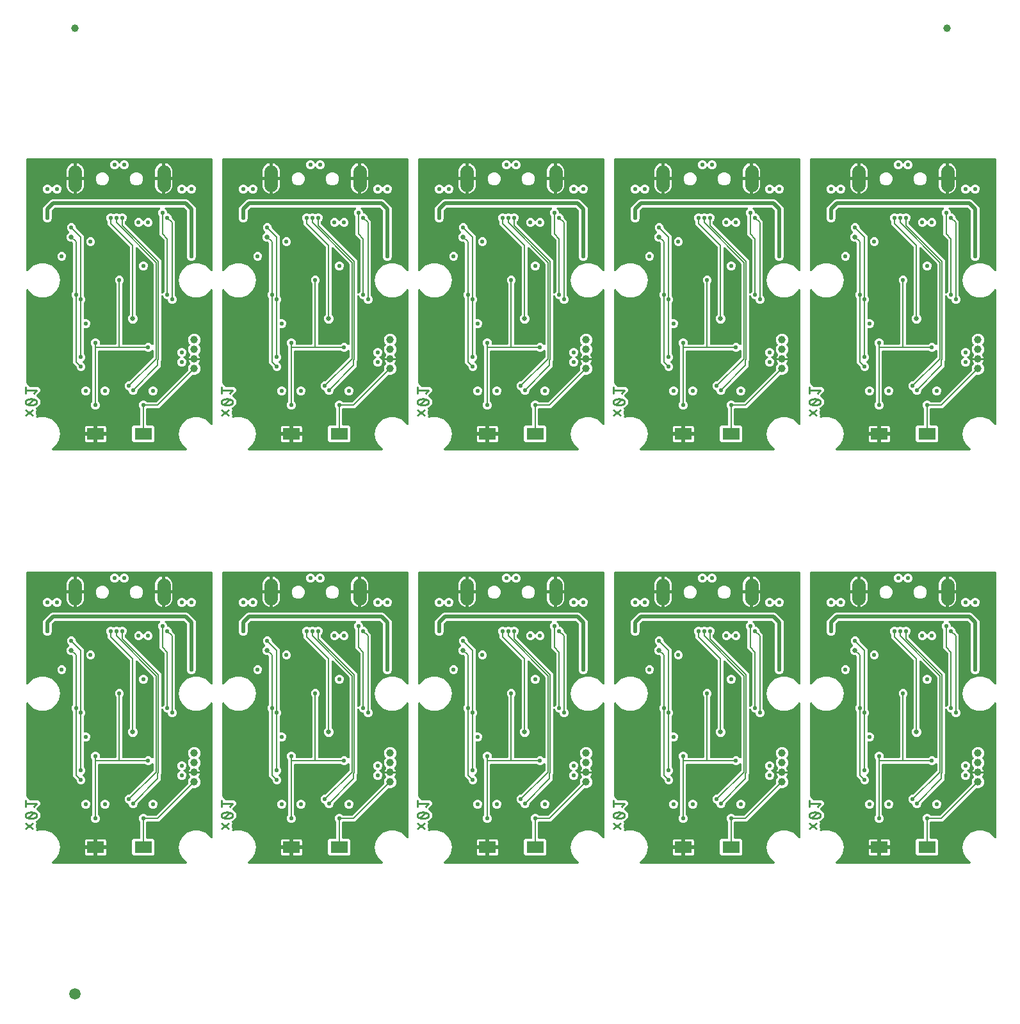
<source format=gbl>
G04 EAGLE Gerber RS-274X export*
G75*
%MOMM*%
%FSLAX34Y34*%
%LPD*%
%INBottom Copper*%
%IPPOS*%
%AMOC8*
5,1,8,0,0,1.08239X$1,22.5*%
G01*
%ADD10C,0.279400*%
%ADD11C,1.000000*%
%ADD12C,1.778000*%
%ADD13R,2.300000X1.600000*%
%ADD14C,1.500000*%
%ADD15C,0.558800*%
%ADD16C,0.152400*%
%ADD17C,0.635000*%
%ADD18C,0.508000*%

G36*
X215404Y550169D02*
X215404Y550169D01*
X215440Y550167D01*
X215562Y550189D01*
X215685Y550205D01*
X215718Y550218D01*
X215753Y550224D01*
X215865Y550276D01*
X215981Y550322D01*
X216009Y550342D01*
X216041Y550357D01*
X216138Y550436D01*
X216238Y550508D01*
X216260Y550536D01*
X216288Y550558D01*
X216361Y550658D01*
X216441Y550753D01*
X216456Y550785D01*
X216477Y550814D01*
X216523Y550929D01*
X216576Y551041D01*
X216583Y551076D01*
X216596Y551109D01*
X216613Y551232D01*
X216636Y551353D01*
X216634Y551389D01*
X216639Y551424D01*
X216624Y551547D01*
X216616Y551671D01*
X216605Y551705D01*
X216601Y551740D01*
X216556Y551855D01*
X216518Y551973D01*
X216499Y552003D01*
X216486Y552036D01*
X216415Y552137D01*
X216348Y552242D01*
X216322Y552266D01*
X216302Y552295D01*
X216185Y552406D01*
X211015Y556744D01*
X207029Y563649D01*
X205645Y571500D01*
X207029Y579351D01*
X211015Y586255D01*
X217122Y591380D01*
X224614Y594107D01*
X232586Y594107D01*
X240078Y591380D01*
X246185Y586256D01*
X247567Y583862D01*
X247655Y583746D01*
X247740Y583628D01*
X247751Y583619D01*
X247759Y583609D01*
X247873Y583518D01*
X247985Y583425D01*
X247998Y583419D01*
X248008Y583411D01*
X248142Y583351D01*
X248273Y583290D01*
X248286Y583287D01*
X248299Y583282D01*
X248443Y583257D01*
X248586Y583230D01*
X248599Y583231D01*
X248612Y583228D01*
X248758Y583241D01*
X248903Y583250D01*
X248916Y583254D01*
X248929Y583255D01*
X249067Y583303D01*
X249205Y583348D01*
X249217Y583355D01*
X249230Y583359D01*
X249351Y583440D01*
X249474Y583518D01*
X249483Y583528D01*
X249495Y583535D01*
X249592Y583643D01*
X249692Y583749D01*
X249699Y583761D01*
X249708Y583771D01*
X249775Y583900D01*
X249846Y584028D01*
X249849Y584041D01*
X249855Y584053D01*
X249889Y584195D01*
X249925Y584336D01*
X249926Y584354D01*
X249928Y584363D01*
X249928Y584380D01*
X249935Y584497D01*
X249935Y761703D01*
X249917Y761848D01*
X249902Y761993D01*
X249897Y762006D01*
X249895Y762019D01*
X249842Y762154D01*
X249791Y762291D01*
X249783Y762302D01*
X249778Y762315D01*
X249693Y762433D01*
X249610Y762552D01*
X249600Y762561D01*
X249592Y762572D01*
X249479Y762665D01*
X249369Y762760D01*
X249357Y762766D01*
X249347Y762775D01*
X249215Y762837D01*
X249084Y762902D01*
X249071Y762905D01*
X249059Y762910D01*
X248917Y762937D01*
X248773Y762968D01*
X248760Y762968D01*
X248747Y762970D01*
X248602Y762961D01*
X248456Y762955D01*
X248443Y762951D01*
X248429Y762950D01*
X248291Y762906D01*
X248151Y762863D01*
X248139Y762856D01*
X248127Y762852D01*
X248004Y762775D01*
X247879Y762699D01*
X247869Y762689D01*
X247858Y762682D01*
X247758Y762576D01*
X247656Y762472D01*
X247646Y762457D01*
X247640Y762451D01*
X247632Y762436D01*
X247567Y762338D01*
X246185Y759945D01*
X240078Y754820D01*
X232586Y752093D01*
X224614Y752093D01*
X217122Y754820D01*
X211015Y759944D01*
X207029Y766849D01*
X205645Y774700D01*
X207029Y782551D01*
X211015Y789455D01*
X217122Y794580D01*
X224614Y797307D01*
X232586Y797307D01*
X240078Y794580D01*
X246185Y789456D01*
X247567Y787062D01*
X247655Y786946D01*
X247740Y786828D01*
X247751Y786819D01*
X247759Y786809D01*
X247873Y786718D01*
X247985Y786625D01*
X247998Y786619D01*
X248008Y786611D01*
X248142Y786551D01*
X248273Y786490D01*
X248286Y786487D01*
X248299Y786482D01*
X248443Y786457D01*
X248586Y786430D01*
X248599Y786431D01*
X248612Y786428D01*
X248758Y786441D01*
X248903Y786450D01*
X248916Y786454D01*
X248929Y786455D01*
X249067Y786503D01*
X249205Y786548D01*
X249217Y786555D01*
X249230Y786559D01*
X249351Y786640D01*
X249474Y786718D01*
X249483Y786728D01*
X249495Y786735D01*
X249592Y786843D01*
X249692Y786949D01*
X249699Y786961D01*
X249708Y786971D01*
X249775Y787100D01*
X249846Y787228D01*
X249849Y787241D01*
X249855Y787253D01*
X249889Y787395D01*
X249925Y787536D01*
X249926Y787554D01*
X249928Y787563D01*
X249928Y787580D01*
X249935Y787697D01*
X249935Y934466D01*
X249920Y934584D01*
X249913Y934703D01*
X249900Y934741D01*
X249895Y934782D01*
X249852Y934892D01*
X249815Y935005D01*
X249793Y935040D01*
X249778Y935077D01*
X249709Y935173D01*
X249645Y935274D01*
X249615Y935302D01*
X249592Y935335D01*
X249500Y935411D01*
X249413Y935492D01*
X249378Y935512D01*
X249347Y935537D01*
X249239Y935588D01*
X249135Y935646D01*
X249095Y935656D01*
X249059Y935673D01*
X248942Y935695D01*
X248827Y935725D01*
X248767Y935729D01*
X248747Y935733D01*
X248726Y935731D01*
X248666Y935735D01*
X5334Y935735D01*
X5216Y935720D01*
X5097Y935713D01*
X5059Y935700D01*
X5018Y935695D01*
X4908Y935652D01*
X4795Y935615D01*
X4760Y935593D01*
X4723Y935578D01*
X4627Y935509D01*
X4526Y935445D01*
X4498Y935415D01*
X4465Y935392D01*
X4389Y935300D01*
X4308Y935213D01*
X4288Y935178D01*
X4263Y935147D01*
X4212Y935039D01*
X4154Y934935D01*
X4144Y934895D01*
X4127Y934859D01*
X4105Y934742D01*
X4075Y934627D01*
X4071Y934567D01*
X4067Y934547D01*
X4069Y934526D01*
X4065Y934466D01*
X4065Y787697D01*
X4083Y787552D01*
X4098Y787407D01*
X4103Y787394D01*
X4105Y787381D01*
X4158Y787246D01*
X4209Y787109D01*
X4217Y787098D01*
X4222Y787085D01*
X4307Y786968D01*
X4390Y786848D01*
X4401Y786839D01*
X4408Y786828D01*
X4520Y786735D01*
X4631Y786640D01*
X4643Y786634D01*
X4653Y786625D01*
X4785Y786563D01*
X4916Y786498D01*
X4929Y786495D01*
X4941Y786490D01*
X5083Y786462D01*
X5227Y786432D01*
X5240Y786432D01*
X5253Y786430D01*
X5398Y786439D01*
X5544Y786445D01*
X5558Y786449D01*
X5571Y786450D01*
X5709Y786494D01*
X5849Y786537D01*
X5861Y786544D01*
X5873Y786548D01*
X5996Y786625D01*
X6121Y786701D01*
X6131Y786711D01*
X6142Y786718D01*
X6242Y786824D01*
X6344Y786928D01*
X6354Y786943D01*
X6360Y786949D01*
X6368Y786964D01*
X6433Y787062D01*
X7815Y789455D01*
X13922Y794580D01*
X21414Y797307D01*
X29386Y797307D01*
X36878Y794580D01*
X42985Y789455D01*
X46971Y782551D01*
X48355Y774700D01*
X46971Y766849D01*
X42985Y759945D01*
X36878Y754820D01*
X29386Y752093D01*
X21414Y752093D01*
X13922Y754820D01*
X7815Y759944D01*
X6433Y762338D01*
X6345Y762454D01*
X6260Y762572D01*
X6249Y762581D01*
X6241Y762591D01*
X6127Y762682D01*
X6015Y762775D01*
X6002Y762781D01*
X5992Y762789D01*
X5858Y762849D01*
X5727Y762910D01*
X5714Y762913D01*
X5701Y762918D01*
X5557Y762943D01*
X5414Y762970D01*
X5401Y762969D01*
X5388Y762972D01*
X5242Y762959D01*
X5097Y762950D01*
X5084Y762946D01*
X5071Y762945D01*
X4933Y762897D01*
X4795Y762852D01*
X4783Y762845D01*
X4770Y762841D01*
X4649Y762760D01*
X4526Y762682D01*
X4517Y762672D01*
X4505Y762665D01*
X4408Y762557D01*
X4308Y762451D01*
X4301Y762439D01*
X4292Y762429D01*
X4225Y762299D01*
X4154Y762172D01*
X4151Y762159D01*
X4145Y762147D01*
X4111Y762005D01*
X4075Y761864D01*
X4074Y761846D01*
X4072Y761837D01*
X4072Y761820D01*
X4065Y761703D01*
X4065Y639018D01*
X4077Y638920D01*
X4080Y638821D01*
X4093Y638777D01*
X4093Y638775D01*
X4096Y638766D01*
X4097Y638763D01*
X4105Y638703D01*
X4141Y638611D01*
X4169Y638516D01*
X4188Y638483D01*
X4191Y638473D01*
X4203Y638454D01*
X4222Y638407D01*
X4280Y638327D01*
X4330Y638242D01*
X4357Y638212D01*
X4361Y638204D01*
X4372Y638194D01*
X4396Y638166D01*
X4408Y638150D01*
X4418Y638142D01*
X4436Y638121D01*
X7113Y635444D01*
X7113Y635155D01*
X7128Y635037D01*
X7135Y634918D01*
X7148Y634880D01*
X7153Y634840D01*
X7196Y634729D01*
X7233Y634616D01*
X7255Y634582D01*
X7270Y634544D01*
X7339Y634448D01*
X7403Y634347D01*
X7433Y634319D01*
X7456Y634287D01*
X7548Y634211D01*
X7635Y634129D01*
X7670Y634110D01*
X7701Y634084D01*
X7809Y634033D01*
X7913Y633976D01*
X7953Y633966D01*
X7989Y633948D01*
X8106Y633926D01*
X8221Y633896D01*
X8281Y633892D01*
X8301Y633889D01*
X8322Y633890D01*
X8382Y633886D01*
X17337Y633886D01*
X17351Y633888D01*
X17477Y633894D01*
X19025Y634066D01*
X19136Y633998D01*
X19164Y633990D01*
X19189Y633976D01*
X19315Y633943D01*
X19440Y633905D01*
X19469Y633903D01*
X19480Y633901D01*
X20573Y632808D01*
X20584Y632799D01*
X20677Y632714D01*
X21894Y631741D01*
X21925Y631615D01*
X21938Y631589D01*
X21946Y631561D01*
X22012Y631449D01*
X22073Y631334D01*
X22093Y631312D01*
X22099Y631302D01*
X22099Y629757D01*
X22101Y629742D01*
X22106Y629617D01*
X22279Y628068D01*
X22211Y627957D01*
X22202Y627929D01*
X22188Y627904D01*
X22156Y627778D01*
X22118Y627653D01*
X22116Y627624D01*
X22113Y627613D01*
X21020Y626520D01*
X21011Y626509D01*
X20927Y626416D01*
X17766Y622465D01*
X17756Y622449D01*
X17743Y622435D01*
X17673Y622313D01*
X17600Y622194D01*
X17595Y622176D01*
X17585Y622159D01*
X17548Y622024D01*
X17507Y621890D01*
X17506Y621871D01*
X17501Y621853D01*
X17499Y621713D01*
X17492Y621572D01*
X17496Y621553D01*
X17496Y621535D01*
X17528Y621399D01*
X17557Y621261D01*
X17565Y621244D01*
X17569Y621225D01*
X17635Y621101D01*
X17697Y620975D01*
X17709Y620961D01*
X17718Y620944D01*
X17812Y620840D01*
X17903Y620733D01*
X17919Y620723D01*
X17931Y620708D01*
X18049Y620631D01*
X18163Y620551D01*
X18181Y620544D01*
X18197Y620533D01*
X18346Y620472D01*
X19295Y620146D01*
X22099Y616221D01*
X22099Y611397D01*
X19295Y607472D01*
X17412Y606826D01*
X17301Y606772D01*
X17188Y606724D01*
X17159Y606702D01*
X17126Y606686D01*
X17033Y606606D01*
X16934Y606532D01*
X16912Y606503D01*
X16884Y606479D01*
X16814Y606379D01*
X16737Y606282D01*
X16722Y606249D01*
X16702Y606219D01*
X16658Y606104D01*
X16608Y605992D01*
X16602Y605956D01*
X16589Y605922D01*
X16576Y605799D01*
X16555Y605678D01*
X16558Y605642D01*
X16554Y605606D01*
X16572Y605484D01*
X16582Y605361D01*
X16594Y605327D01*
X16599Y605291D01*
X16646Y605177D01*
X16687Y605061D01*
X16713Y605015D01*
X16721Y604997D01*
X16733Y604980D01*
X16767Y604921D01*
X17378Y604005D01*
X16575Y599990D01*
X16574Y599979D01*
X16571Y599969D01*
X16563Y599821D01*
X16552Y599673D01*
X16554Y599662D01*
X16554Y599652D01*
X16575Y599492D01*
X17378Y595477D01*
X17026Y594949D01*
X16992Y594881D01*
X16950Y594817D01*
X16922Y594739D01*
X16884Y594664D01*
X16868Y594590D01*
X16843Y594518D01*
X16835Y594435D01*
X16818Y594353D01*
X16821Y594277D01*
X16814Y594201D01*
X16827Y594119D01*
X16830Y594036D01*
X16852Y593963D01*
X16864Y593887D01*
X16898Y593811D01*
X16922Y593731D01*
X16961Y593666D01*
X16992Y593596D01*
X17043Y593530D01*
X17086Y593459D01*
X17140Y593405D01*
X17187Y593345D01*
X17253Y593294D01*
X17313Y593236D01*
X17379Y593197D01*
X17439Y593151D01*
X17516Y593118D01*
X17588Y593076D01*
X17661Y593055D01*
X17731Y593025D01*
X17814Y593012D01*
X17894Y592990D01*
X17970Y592988D01*
X18045Y592976D01*
X18128Y592984D01*
X18212Y592982D01*
X18286Y592999D01*
X18362Y593007D01*
X18516Y593052D01*
X21414Y594107D01*
X29386Y594107D01*
X36878Y591380D01*
X42985Y586256D01*
X46971Y579351D01*
X48355Y571500D01*
X46971Y563649D01*
X42985Y556745D01*
X37815Y552406D01*
X37791Y552380D01*
X37762Y552360D01*
X37683Y552264D01*
X37599Y552173D01*
X37582Y552142D01*
X37559Y552115D01*
X37506Y552002D01*
X37447Y551893D01*
X37439Y551859D01*
X37424Y551827D01*
X37401Y551705D01*
X37370Y551585D01*
X37371Y551549D01*
X37364Y551514D01*
X37372Y551391D01*
X37373Y551267D01*
X37382Y551232D01*
X37384Y551197D01*
X37422Y551079D01*
X37454Y550959D01*
X37471Y550928D01*
X37482Y550895D01*
X37548Y550790D01*
X37609Y550681D01*
X37633Y550656D01*
X37652Y550626D01*
X37742Y550541D01*
X37828Y550451D01*
X37858Y550432D01*
X37884Y550408D01*
X37992Y550348D01*
X38097Y550282D01*
X38131Y550271D01*
X38162Y550254D01*
X38282Y550223D01*
X38400Y550186D01*
X38436Y550184D01*
X38470Y550175D01*
X38631Y550165D01*
X215369Y550165D01*
X215404Y550169D01*
G37*
G36*
X215405Y4069D02*
X215405Y4069D01*
X215440Y4067D01*
X215562Y4089D01*
X215685Y4105D01*
X215718Y4118D01*
X215753Y4124D01*
X215865Y4176D01*
X215981Y4222D01*
X216009Y4242D01*
X216041Y4257D01*
X216138Y4336D01*
X216238Y4408D01*
X216261Y4436D01*
X216288Y4458D01*
X216361Y4558D01*
X216441Y4653D01*
X216456Y4685D01*
X216477Y4714D01*
X216523Y4829D01*
X216576Y4941D01*
X216583Y4976D01*
X216596Y5009D01*
X216613Y5132D01*
X216636Y5253D01*
X216634Y5289D01*
X216639Y5324D01*
X216624Y5447D01*
X216616Y5571D01*
X216605Y5605D01*
X216601Y5640D01*
X216556Y5756D01*
X216518Y5873D01*
X216499Y5903D01*
X216487Y5936D01*
X216414Y6037D01*
X216348Y6142D01*
X216322Y6166D01*
X216302Y6195D01*
X216185Y6306D01*
X211015Y10644D01*
X207029Y17549D01*
X205645Y25400D01*
X207029Y33251D01*
X211015Y40155D01*
X217122Y45280D01*
X224614Y48007D01*
X232586Y48007D01*
X240078Y45280D01*
X246185Y40155D01*
X247567Y37762D01*
X247655Y37646D01*
X247740Y37528D01*
X247751Y37519D01*
X247759Y37509D01*
X247873Y37418D01*
X247985Y37325D01*
X247998Y37319D01*
X248008Y37311D01*
X248142Y37251D01*
X248273Y37190D01*
X248286Y37187D01*
X248299Y37182D01*
X248443Y37157D01*
X248586Y37130D01*
X248599Y37131D01*
X248612Y37128D01*
X248758Y37141D01*
X248903Y37150D01*
X248916Y37154D01*
X248929Y37155D01*
X249067Y37203D01*
X249205Y37248D01*
X249217Y37255D01*
X249230Y37259D01*
X249351Y37340D01*
X249474Y37418D01*
X249483Y37428D01*
X249495Y37435D01*
X249592Y37543D01*
X249692Y37649D01*
X249699Y37661D01*
X249708Y37671D01*
X249775Y37801D01*
X249846Y37928D01*
X249849Y37941D01*
X249855Y37953D01*
X249889Y38095D01*
X249925Y38236D01*
X249926Y38254D01*
X249928Y38263D01*
X249928Y38280D01*
X249935Y38397D01*
X249935Y215603D01*
X249917Y215748D01*
X249902Y215893D01*
X249897Y215906D01*
X249895Y215919D01*
X249842Y216054D01*
X249791Y216191D01*
X249783Y216202D01*
X249778Y216215D01*
X249693Y216332D01*
X249610Y216452D01*
X249599Y216461D01*
X249592Y216472D01*
X249480Y216565D01*
X249369Y216660D01*
X249357Y216666D01*
X249347Y216675D01*
X249215Y216737D01*
X249084Y216802D01*
X249071Y216805D01*
X249059Y216810D01*
X248917Y216838D01*
X248773Y216868D01*
X248760Y216868D01*
X248747Y216870D01*
X248602Y216861D01*
X248456Y216855D01*
X248442Y216851D01*
X248429Y216850D01*
X248291Y216806D01*
X248151Y216763D01*
X248139Y216756D01*
X248127Y216752D01*
X248004Y216675D01*
X247879Y216599D01*
X247869Y216589D01*
X247858Y216582D01*
X247758Y216476D01*
X247656Y216372D01*
X247646Y216357D01*
X247640Y216351D01*
X247632Y216336D01*
X247567Y216238D01*
X246185Y213845D01*
X240078Y208720D01*
X232586Y205993D01*
X224614Y205993D01*
X217122Y208720D01*
X211015Y213844D01*
X207029Y220749D01*
X205645Y228600D01*
X207029Y236451D01*
X211015Y243355D01*
X217122Y248480D01*
X224614Y251207D01*
X232586Y251207D01*
X240078Y248480D01*
X246185Y243356D01*
X247567Y240962D01*
X247655Y240846D01*
X247740Y240728D01*
X247751Y240719D01*
X247759Y240709D01*
X247873Y240618D01*
X247985Y240525D01*
X247998Y240519D01*
X248008Y240511D01*
X248142Y240451D01*
X248273Y240390D01*
X248286Y240387D01*
X248299Y240382D01*
X248443Y240357D01*
X248586Y240330D01*
X248599Y240331D01*
X248612Y240328D01*
X248758Y240341D01*
X248903Y240350D01*
X248916Y240354D01*
X248929Y240355D01*
X249067Y240403D01*
X249205Y240448D01*
X249217Y240455D01*
X249230Y240459D01*
X249351Y240540D01*
X249474Y240618D01*
X249483Y240628D01*
X249495Y240635D01*
X249592Y240743D01*
X249692Y240849D01*
X249699Y240861D01*
X249708Y240871D01*
X249775Y241001D01*
X249846Y241128D01*
X249849Y241141D01*
X249855Y241153D01*
X249889Y241295D01*
X249925Y241436D01*
X249926Y241454D01*
X249928Y241463D01*
X249928Y241480D01*
X249935Y241597D01*
X249935Y388366D01*
X249920Y388484D01*
X249913Y388603D01*
X249900Y388641D01*
X249895Y388682D01*
X249852Y388792D01*
X249815Y388905D01*
X249793Y388940D01*
X249778Y388977D01*
X249709Y389073D01*
X249645Y389174D01*
X249615Y389202D01*
X249592Y389235D01*
X249500Y389311D01*
X249413Y389392D01*
X249378Y389412D01*
X249347Y389437D01*
X249239Y389488D01*
X249135Y389546D01*
X249095Y389556D01*
X249059Y389573D01*
X248942Y389595D01*
X248827Y389625D01*
X248767Y389629D01*
X248747Y389633D01*
X248726Y389631D01*
X248666Y389635D01*
X5334Y389635D01*
X5216Y389620D01*
X5097Y389613D01*
X5059Y389600D01*
X5018Y389595D01*
X4908Y389552D01*
X4795Y389515D01*
X4760Y389493D01*
X4723Y389478D01*
X4627Y389409D01*
X4526Y389345D01*
X4498Y389315D01*
X4465Y389292D01*
X4389Y389200D01*
X4308Y389113D01*
X4288Y389078D01*
X4263Y389047D01*
X4212Y388939D01*
X4154Y388835D01*
X4144Y388795D01*
X4127Y388759D01*
X4105Y388642D01*
X4075Y388527D01*
X4071Y388467D01*
X4067Y388447D01*
X4069Y388426D01*
X4065Y388366D01*
X4065Y241597D01*
X4083Y241452D01*
X4098Y241307D01*
X4103Y241294D01*
X4105Y241281D01*
X4158Y241146D01*
X4209Y241009D01*
X4217Y240998D01*
X4222Y240985D01*
X4307Y240868D01*
X4390Y240748D01*
X4401Y240739D01*
X4408Y240728D01*
X4521Y240635D01*
X4631Y240540D01*
X4643Y240534D01*
X4653Y240525D01*
X4785Y240463D01*
X4916Y240398D01*
X4929Y240395D01*
X4941Y240390D01*
X5083Y240362D01*
X5227Y240332D01*
X5240Y240332D01*
X5253Y240330D01*
X5398Y240339D01*
X5544Y240345D01*
X5558Y240349D01*
X5571Y240350D01*
X5709Y240394D01*
X5849Y240437D01*
X5861Y240444D01*
X5873Y240448D01*
X5996Y240525D01*
X6121Y240601D01*
X6131Y240611D01*
X6142Y240618D01*
X6242Y240724D01*
X6344Y240828D01*
X6354Y240843D01*
X6360Y240849D01*
X6368Y240864D01*
X6433Y240962D01*
X7815Y243355D01*
X13922Y248480D01*
X21414Y251207D01*
X29386Y251207D01*
X36878Y248480D01*
X42985Y243356D01*
X46971Y236451D01*
X48355Y228600D01*
X46971Y220749D01*
X42985Y213845D01*
X36878Y208720D01*
X29386Y205993D01*
X21414Y205993D01*
X13922Y208720D01*
X7815Y213844D01*
X6433Y216238D01*
X6345Y216354D01*
X6260Y216472D01*
X6249Y216481D01*
X6241Y216491D01*
X6127Y216582D01*
X6015Y216675D01*
X6002Y216681D01*
X5992Y216689D01*
X5858Y216749D01*
X5727Y216810D01*
X5714Y216813D01*
X5701Y216818D01*
X5557Y216843D01*
X5414Y216870D01*
X5401Y216869D01*
X5388Y216872D01*
X5242Y216859D01*
X5097Y216850D01*
X5084Y216846D01*
X5071Y216845D01*
X4933Y216797D01*
X4795Y216752D01*
X4783Y216745D01*
X4770Y216741D01*
X4649Y216660D01*
X4526Y216582D01*
X4517Y216572D01*
X4505Y216565D01*
X4408Y216457D01*
X4308Y216351D01*
X4301Y216339D01*
X4292Y216329D01*
X4225Y216199D01*
X4154Y216072D01*
X4151Y216059D01*
X4145Y216047D01*
X4111Y215905D01*
X4075Y215764D01*
X4074Y215746D01*
X4072Y215737D01*
X4072Y215720D01*
X4065Y215603D01*
X4065Y92918D01*
X4077Y92820D01*
X4080Y92721D01*
X4093Y92677D01*
X4093Y92675D01*
X4096Y92666D01*
X4097Y92663D01*
X4105Y92603D01*
X4141Y92511D01*
X4169Y92416D01*
X4188Y92383D01*
X4191Y92373D01*
X4203Y92354D01*
X4222Y92307D01*
X4280Y92227D01*
X4330Y92142D01*
X4357Y92112D01*
X4361Y92104D01*
X4372Y92094D01*
X4396Y92066D01*
X4408Y92050D01*
X4418Y92042D01*
X4436Y92021D01*
X7113Y89344D01*
X7113Y89055D01*
X7128Y88937D01*
X7135Y88818D01*
X7148Y88780D01*
X7153Y88740D01*
X7196Y88629D01*
X7233Y88516D01*
X7255Y88482D01*
X7270Y88444D01*
X7339Y88348D01*
X7403Y88247D01*
X7433Y88219D01*
X7456Y88187D01*
X7548Y88111D01*
X7635Y88029D01*
X7670Y88010D01*
X7701Y87984D01*
X7809Y87933D01*
X7913Y87876D01*
X7953Y87866D01*
X7989Y87848D01*
X8106Y87826D01*
X8221Y87796D01*
X8281Y87792D01*
X8301Y87789D01*
X8322Y87790D01*
X8382Y87786D01*
X17337Y87786D01*
X17351Y87788D01*
X17477Y87794D01*
X19025Y87966D01*
X19136Y87898D01*
X19164Y87890D01*
X19189Y87876D01*
X19315Y87843D01*
X19440Y87805D01*
X19469Y87803D01*
X19480Y87801D01*
X20573Y86708D01*
X20584Y86699D01*
X20677Y86614D01*
X21894Y85641D01*
X21925Y85515D01*
X21938Y85489D01*
X21946Y85461D01*
X22012Y85349D01*
X22073Y85234D01*
X22093Y85212D01*
X22099Y85202D01*
X22099Y83657D01*
X22101Y83642D01*
X22106Y83517D01*
X22279Y81968D01*
X22211Y81857D01*
X22202Y81829D01*
X22188Y81804D01*
X22156Y81678D01*
X22118Y81553D01*
X22116Y81524D01*
X22113Y81513D01*
X21020Y80420D01*
X21011Y80409D01*
X20927Y80316D01*
X17766Y76365D01*
X17756Y76349D01*
X17743Y76335D01*
X17673Y76213D01*
X17600Y76094D01*
X17595Y76076D01*
X17585Y76059D01*
X17548Y75924D01*
X17507Y75790D01*
X17506Y75771D01*
X17501Y75753D01*
X17499Y75613D01*
X17492Y75472D01*
X17496Y75453D01*
X17496Y75435D01*
X17528Y75299D01*
X17557Y75161D01*
X17565Y75144D01*
X17569Y75125D01*
X17635Y75001D01*
X17697Y74875D01*
X17709Y74861D01*
X17718Y74844D01*
X17812Y74740D01*
X17903Y74633D01*
X17919Y74623D01*
X17931Y74608D01*
X18049Y74531D01*
X18163Y74451D01*
X18181Y74444D01*
X18197Y74433D01*
X18346Y74372D01*
X19295Y74046D01*
X22099Y70121D01*
X22099Y65297D01*
X19295Y61372D01*
X17412Y60726D01*
X17301Y60672D01*
X17188Y60624D01*
X17159Y60602D01*
X17126Y60586D01*
X17033Y60506D01*
X16934Y60432D01*
X16912Y60403D01*
X16884Y60379D01*
X16814Y60279D01*
X16737Y60182D01*
X16722Y60149D01*
X16702Y60119D01*
X16658Y60004D01*
X16608Y59892D01*
X16602Y59856D01*
X16589Y59822D01*
X16576Y59699D01*
X16555Y59578D01*
X16558Y59542D01*
X16554Y59506D01*
X16572Y59384D01*
X16582Y59261D01*
X16594Y59227D01*
X16599Y59191D01*
X16646Y59077D01*
X16687Y58961D01*
X16713Y58915D01*
X16721Y58897D01*
X16733Y58880D01*
X16767Y58821D01*
X17378Y57905D01*
X16575Y53890D01*
X16574Y53879D01*
X16571Y53869D01*
X16563Y53721D01*
X16552Y53573D01*
X16554Y53562D01*
X16554Y53552D01*
X16575Y53392D01*
X17378Y49377D01*
X17026Y48849D01*
X16992Y48781D01*
X16950Y48717D01*
X16922Y48639D01*
X16884Y48564D01*
X16868Y48490D01*
X16843Y48418D01*
X16835Y48335D01*
X16818Y48253D01*
X16821Y48177D01*
X16814Y48101D01*
X16827Y48019D01*
X16830Y47936D01*
X16852Y47863D01*
X16864Y47787D01*
X16898Y47711D01*
X16922Y47631D01*
X16961Y47566D01*
X16992Y47496D01*
X17043Y47430D01*
X17086Y47359D01*
X17140Y47305D01*
X17187Y47245D01*
X17253Y47194D01*
X17313Y47136D01*
X17379Y47097D01*
X17439Y47051D01*
X17516Y47018D01*
X17588Y46976D01*
X17661Y46955D01*
X17731Y46925D01*
X17814Y46912D01*
X17894Y46890D01*
X17970Y46888D01*
X18045Y46876D01*
X18128Y46884D01*
X18212Y46882D01*
X18286Y46899D01*
X18362Y46907D01*
X18516Y46952D01*
X21414Y48007D01*
X29386Y48007D01*
X36878Y45280D01*
X42985Y40156D01*
X46971Y33251D01*
X48355Y25400D01*
X46971Y17549D01*
X42985Y10645D01*
X37815Y6306D01*
X37791Y6280D01*
X37762Y6260D01*
X37683Y6164D01*
X37599Y6073D01*
X37582Y6042D01*
X37559Y6015D01*
X37506Y5902D01*
X37447Y5793D01*
X37439Y5759D01*
X37424Y5727D01*
X37401Y5605D01*
X37370Y5485D01*
X37371Y5449D01*
X37364Y5414D01*
X37372Y5291D01*
X37373Y5167D01*
X37382Y5132D01*
X37384Y5097D01*
X37422Y4979D01*
X37454Y4859D01*
X37471Y4828D01*
X37482Y4795D01*
X37548Y4690D01*
X37609Y4581D01*
X37633Y4556D01*
X37652Y4526D01*
X37742Y4441D01*
X37828Y4351D01*
X37858Y4332D01*
X37884Y4308D01*
X37992Y4248D01*
X38097Y4182D01*
X38131Y4171D01*
X38162Y4154D01*
X38282Y4123D01*
X38400Y4086D01*
X38436Y4084D01*
X38470Y4075D01*
X38631Y4065D01*
X215369Y4065D01*
X215405Y4069D01*
G37*
G36*
X474485Y550169D02*
X474485Y550169D01*
X474520Y550167D01*
X474642Y550189D01*
X474765Y550205D01*
X474798Y550218D01*
X474833Y550224D01*
X474945Y550276D01*
X475061Y550322D01*
X475089Y550342D01*
X475121Y550357D01*
X475218Y550436D01*
X475318Y550508D01*
X475341Y550536D01*
X475368Y550558D01*
X475441Y550658D01*
X475521Y550753D01*
X475536Y550785D01*
X475557Y550814D01*
X475603Y550929D01*
X475656Y551041D01*
X475663Y551076D01*
X475676Y551109D01*
X475693Y551232D01*
X475716Y551353D01*
X475714Y551389D01*
X475719Y551424D01*
X475704Y551547D01*
X475696Y551671D01*
X475685Y551705D01*
X475681Y551740D01*
X475636Y551855D01*
X475598Y551973D01*
X475579Y552003D01*
X475567Y552036D01*
X475495Y552137D01*
X475428Y552242D01*
X475402Y552266D01*
X475382Y552295D01*
X475265Y552406D01*
X470095Y556745D01*
X466109Y563649D01*
X464725Y571500D01*
X466109Y579351D01*
X470095Y586255D01*
X476202Y591380D01*
X483694Y594107D01*
X491666Y594107D01*
X499158Y591380D01*
X505265Y586256D01*
X506647Y583862D01*
X506735Y583746D01*
X506820Y583628D01*
X506831Y583619D01*
X506839Y583609D01*
X506953Y583518D01*
X507065Y583425D01*
X507078Y583419D01*
X507088Y583411D01*
X507222Y583351D01*
X507353Y583290D01*
X507366Y583287D01*
X507379Y583282D01*
X507523Y583257D01*
X507666Y583230D01*
X507679Y583231D01*
X507692Y583228D01*
X507838Y583241D01*
X507983Y583250D01*
X507996Y583254D01*
X508009Y583255D01*
X508147Y583303D01*
X508285Y583348D01*
X508297Y583355D01*
X508310Y583359D01*
X508431Y583440D01*
X508554Y583518D01*
X508563Y583528D01*
X508575Y583535D01*
X508672Y583643D01*
X508772Y583749D01*
X508779Y583761D01*
X508788Y583771D01*
X508855Y583901D01*
X508926Y584028D01*
X508929Y584041D01*
X508935Y584053D01*
X508969Y584195D01*
X509005Y584336D01*
X509006Y584354D01*
X509008Y584363D01*
X509008Y584380D01*
X509015Y584497D01*
X509015Y761703D01*
X508997Y761848D01*
X508982Y761993D01*
X508977Y762006D01*
X508975Y762019D01*
X508922Y762154D01*
X508871Y762291D01*
X508863Y762302D01*
X508858Y762315D01*
X508773Y762432D01*
X508690Y762552D01*
X508679Y762561D01*
X508672Y762572D01*
X508560Y762665D01*
X508449Y762760D01*
X508437Y762766D01*
X508427Y762775D01*
X508295Y762837D01*
X508164Y762902D01*
X508151Y762905D01*
X508139Y762910D01*
X507997Y762938D01*
X507853Y762968D01*
X507840Y762968D01*
X507827Y762970D01*
X507682Y762961D01*
X507536Y762955D01*
X507522Y762951D01*
X507509Y762950D01*
X507371Y762906D01*
X507231Y762863D01*
X507219Y762856D01*
X507207Y762852D01*
X507084Y762775D01*
X506959Y762699D01*
X506949Y762689D01*
X506938Y762682D01*
X506838Y762576D01*
X506736Y762472D01*
X506726Y762457D01*
X506720Y762451D01*
X506712Y762436D01*
X506647Y762338D01*
X505265Y759945D01*
X499158Y754820D01*
X491666Y752093D01*
X483694Y752093D01*
X476202Y754820D01*
X470095Y759944D01*
X466109Y766849D01*
X464725Y774700D01*
X466109Y782551D01*
X470095Y789455D01*
X476202Y794580D01*
X483694Y797307D01*
X491666Y797307D01*
X499158Y794580D01*
X505265Y789456D01*
X506647Y787062D01*
X506735Y786946D01*
X506820Y786828D01*
X506831Y786819D01*
X506839Y786809D01*
X506953Y786718D01*
X507065Y786625D01*
X507078Y786619D01*
X507088Y786611D01*
X507222Y786551D01*
X507353Y786490D01*
X507366Y786487D01*
X507379Y786482D01*
X507523Y786457D01*
X507666Y786430D01*
X507679Y786431D01*
X507692Y786428D01*
X507838Y786441D01*
X507983Y786450D01*
X507996Y786454D01*
X508009Y786455D01*
X508147Y786503D01*
X508285Y786548D01*
X508297Y786555D01*
X508310Y786559D01*
X508431Y786640D01*
X508554Y786718D01*
X508563Y786728D01*
X508575Y786735D01*
X508672Y786843D01*
X508772Y786949D01*
X508779Y786961D01*
X508788Y786971D01*
X508855Y787101D01*
X508926Y787228D01*
X508929Y787241D01*
X508935Y787253D01*
X508969Y787395D01*
X509005Y787536D01*
X509006Y787554D01*
X509008Y787563D01*
X509008Y787580D01*
X509015Y787697D01*
X509015Y934466D01*
X509000Y934584D01*
X508993Y934703D01*
X508980Y934741D01*
X508975Y934782D01*
X508932Y934892D01*
X508895Y935005D01*
X508873Y935040D01*
X508858Y935077D01*
X508789Y935173D01*
X508725Y935274D01*
X508695Y935302D01*
X508672Y935335D01*
X508580Y935411D01*
X508493Y935492D01*
X508458Y935512D01*
X508427Y935537D01*
X508319Y935588D01*
X508215Y935646D01*
X508175Y935656D01*
X508139Y935673D01*
X508022Y935695D01*
X507907Y935725D01*
X507847Y935729D01*
X507827Y935733D01*
X507806Y935731D01*
X507746Y935735D01*
X264414Y935735D01*
X264296Y935720D01*
X264177Y935713D01*
X264139Y935700D01*
X264098Y935695D01*
X263988Y935652D01*
X263875Y935615D01*
X263840Y935593D01*
X263803Y935578D01*
X263707Y935509D01*
X263606Y935445D01*
X263578Y935415D01*
X263545Y935392D01*
X263469Y935300D01*
X263388Y935213D01*
X263368Y935178D01*
X263343Y935147D01*
X263292Y935039D01*
X263234Y934935D01*
X263224Y934895D01*
X263207Y934859D01*
X263185Y934742D01*
X263155Y934627D01*
X263151Y934567D01*
X263147Y934547D01*
X263149Y934526D01*
X263145Y934466D01*
X263145Y787697D01*
X263163Y787552D01*
X263178Y787407D01*
X263183Y787394D01*
X263185Y787381D01*
X263238Y787246D01*
X263289Y787109D01*
X263297Y787098D01*
X263302Y787085D01*
X263387Y786968D01*
X263470Y786848D01*
X263481Y786839D01*
X263488Y786828D01*
X263601Y786735D01*
X263711Y786640D01*
X263723Y786634D01*
X263733Y786625D01*
X263865Y786563D01*
X263996Y786498D01*
X264009Y786495D01*
X264021Y786490D01*
X264163Y786462D01*
X264307Y786432D01*
X264320Y786432D01*
X264333Y786430D01*
X264478Y786439D01*
X264624Y786445D01*
X264638Y786449D01*
X264651Y786450D01*
X264789Y786494D01*
X264929Y786537D01*
X264941Y786544D01*
X264953Y786548D01*
X265076Y786625D01*
X265201Y786701D01*
X265211Y786711D01*
X265222Y786718D01*
X265322Y786824D01*
X265424Y786928D01*
X265434Y786943D01*
X265440Y786949D01*
X265448Y786964D01*
X265513Y787062D01*
X266895Y789455D01*
X273002Y794580D01*
X280494Y797307D01*
X288466Y797307D01*
X295958Y794580D01*
X302065Y789456D01*
X306051Y782551D01*
X307435Y774700D01*
X306051Y766849D01*
X302065Y759945D01*
X295958Y754820D01*
X288466Y752093D01*
X280494Y752093D01*
X273002Y754820D01*
X266895Y759944D01*
X265513Y762338D01*
X265425Y762454D01*
X265340Y762572D01*
X265329Y762581D01*
X265321Y762591D01*
X265207Y762682D01*
X265095Y762775D01*
X265082Y762781D01*
X265072Y762789D01*
X264938Y762849D01*
X264807Y762910D01*
X264794Y762913D01*
X264781Y762918D01*
X264637Y762943D01*
X264494Y762970D01*
X264481Y762969D01*
X264468Y762972D01*
X264322Y762959D01*
X264177Y762950D01*
X264164Y762946D01*
X264151Y762945D01*
X264013Y762897D01*
X263875Y762852D01*
X263863Y762845D01*
X263850Y762841D01*
X263729Y762760D01*
X263606Y762682D01*
X263597Y762672D01*
X263585Y762665D01*
X263488Y762557D01*
X263388Y762451D01*
X263381Y762439D01*
X263372Y762429D01*
X263305Y762299D01*
X263234Y762172D01*
X263231Y762159D01*
X263225Y762147D01*
X263191Y762005D01*
X263155Y761864D01*
X263154Y761846D01*
X263152Y761837D01*
X263152Y761820D01*
X263145Y761703D01*
X263145Y639018D01*
X263157Y638920D01*
X263160Y638821D01*
X263173Y638777D01*
X263173Y638775D01*
X263176Y638766D01*
X263177Y638763D01*
X263185Y638703D01*
X263221Y638611D01*
X263249Y638516D01*
X263268Y638483D01*
X263271Y638473D01*
X263283Y638454D01*
X263302Y638407D01*
X263360Y638327D01*
X263410Y638242D01*
X263437Y638212D01*
X263441Y638204D01*
X263452Y638194D01*
X263476Y638166D01*
X263488Y638150D01*
X263498Y638142D01*
X263516Y638121D01*
X266193Y635444D01*
X266193Y635155D01*
X266208Y635037D01*
X266215Y634918D01*
X266228Y634880D01*
X266233Y634840D01*
X266276Y634729D01*
X266313Y634616D01*
X266335Y634582D01*
X266350Y634544D01*
X266419Y634448D01*
X266483Y634347D01*
X266513Y634319D01*
X266536Y634287D01*
X266628Y634211D01*
X266715Y634129D01*
X266750Y634110D01*
X266781Y634084D01*
X266889Y634033D01*
X266993Y633976D01*
X267033Y633966D01*
X267069Y633948D01*
X267186Y633926D01*
X267301Y633896D01*
X267361Y633892D01*
X267381Y633889D01*
X267402Y633890D01*
X267462Y633886D01*
X276417Y633886D01*
X276431Y633888D01*
X276557Y633894D01*
X278105Y634066D01*
X278216Y633998D01*
X278244Y633990D01*
X278269Y633976D01*
X278395Y633943D01*
X278520Y633905D01*
X278549Y633903D01*
X278560Y633901D01*
X279653Y632808D01*
X279664Y632799D01*
X279757Y632714D01*
X280974Y631741D01*
X281005Y631614D01*
X281018Y631589D01*
X281026Y631561D01*
X281092Y631449D01*
X281154Y631333D01*
X281173Y631312D01*
X281179Y631302D01*
X281179Y629757D01*
X281181Y629742D01*
X281186Y629617D01*
X281359Y628068D01*
X281291Y627957D01*
X281282Y627929D01*
X281268Y627904D01*
X281236Y627778D01*
X281198Y627653D01*
X281196Y627624D01*
X281193Y627613D01*
X280100Y626520D01*
X280091Y626509D01*
X280007Y626416D01*
X276846Y622465D01*
X276836Y622449D01*
X276823Y622435D01*
X276753Y622313D01*
X276680Y622194D01*
X276675Y622176D01*
X276665Y622159D01*
X276628Y622024D01*
X276587Y621890D01*
X276586Y621871D01*
X276581Y621853D01*
X276579Y621713D01*
X276572Y621572D01*
X276576Y621553D01*
X276576Y621535D01*
X276608Y621399D01*
X276637Y621261D01*
X276645Y621244D01*
X276649Y621225D01*
X276715Y621101D01*
X276777Y620975D01*
X276789Y620961D01*
X276798Y620944D01*
X276892Y620840D01*
X276983Y620733D01*
X276999Y620723D01*
X277011Y620708D01*
X277129Y620631D01*
X277243Y620551D01*
X277261Y620544D01*
X277277Y620533D01*
X277426Y620472D01*
X278375Y620146D01*
X281179Y616221D01*
X281179Y611397D01*
X278375Y607472D01*
X276492Y606826D01*
X276381Y606772D01*
X276268Y606724D01*
X276239Y606702D01*
X276206Y606686D01*
X276113Y606606D01*
X276014Y606532D01*
X275992Y606503D01*
X275964Y606479D01*
X275894Y606379D01*
X275817Y606282D01*
X275802Y606249D01*
X275782Y606219D01*
X275738Y606104D01*
X275688Y605992D01*
X275682Y605956D01*
X275669Y605922D01*
X275656Y605799D01*
X275635Y605678D01*
X275638Y605642D01*
X275634Y605606D01*
X275652Y605484D01*
X275662Y605361D01*
X275674Y605327D01*
X275679Y605291D01*
X275726Y605177D01*
X275767Y605061D01*
X275793Y605015D01*
X275801Y604997D01*
X275813Y604980D01*
X275847Y604921D01*
X276458Y604005D01*
X275655Y599990D01*
X275654Y599979D01*
X275651Y599969D01*
X275643Y599821D01*
X275632Y599673D01*
X275634Y599662D01*
X275634Y599652D01*
X275655Y599492D01*
X276458Y595477D01*
X276106Y594949D01*
X276072Y594881D01*
X276030Y594817D01*
X276002Y594739D01*
X275964Y594664D01*
X275948Y594590D01*
X275923Y594518D01*
X275915Y594435D01*
X275898Y594353D01*
X275901Y594277D01*
X275894Y594201D01*
X275907Y594119D01*
X275910Y594036D01*
X275932Y593963D01*
X275944Y593887D01*
X275978Y593811D01*
X276002Y593731D01*
X276041Y593666D01*
X276072Y593596D01*
X276123Y593530D01*
X276166Y593459D01*
X276220Y593405D01*
X276267Y593345D01*
X276333Y593294D01*
X276393Y593236D01*
X276459Y593197D01*
X276519Y593151D01*
X276596Y593118D01*
X276668Y593076D01*
X276741Y593055D01*
X276811Y593025D01*
X276894Y593012D01*
X276974Y592990D01*
X277050Y592988D01*
X277125Y592976D01*
X277208Y592984D01*
X277292Y592982D01*
X277366Y592999D01*
X277442Y593007D01*
X277596Y593052D01*
X280494Y594107D01*
X288466Y594107D01*
X295958Y591380D01*
X302065Y586256D01*
X306051Y579351D01*
X307435Y571500D01*
X306051Y563649D01*
X302065Y556745D01*
X296895Y552406D01*
X296871Y552380D01*
X296842Y552360D01*
X296763Y552264D01*
X296679Y552173D01*
X296662Y552142D01*
X296639Y552115D01*
X296586Y552002D01*
X296527Y551893D01*
X296519Y551859D01*
X296504Y551827D01*
X296481Y551705D01*
X296450Y551585D01*
X296451Y551549D01*
X296444Y551514D01*
X296452Y551391D01*
X296453Y551267D01*
X296462Y551232D01*
X296464Y551197D01*
X296502Y551079D01*
X296534Y550959D01*
X296551Y550928D01*
X296562Y550895D01*
X296628Y550790D01*
X296689Y550681D01*
X296713Y550656D01*
X296732Y550626D01*
X296822Y550541D01*
X296908Y550451D01*
X296938Y550432D01*
X296964Y550408D01*
X297072Y550348D01*
X297177Y550282D01*
X297211Y550271D01*
X297242Y550254D01*
X297362Y550223D01*
X297480Y550186D01*
X297516Y550184D01*
X297550Y550175D01*
X297711Y550165D01*
X474449Y550165D01*
X474485Y550169D01*
G37*
G36*
X474485Y4069D02*
X474485Y4069D01*
X474520Y4067D01*
X474642Y4089D01*
X474765Y4105D01*
X474798Y4118D01*
X474833Y4124D01*
X474945Y4176D01*
X475061Y4222D01*
X475089Y4242D01*
X475121Y4257D01*
X475218Y4336D01*
X475318Y4408D01*
X475341Y4436D01*
X475368Y4458D01*
X475441Y4558D01*
X475521Y4653D01*
X475536Y4685D01*
X475557Y4714D01*
X475603Y4829D01*
X475656Y4941D01*
X475663Y4976D01*
X475676Y5009D01*
X475693Y5132D01*
X475716Y5253D01*
X475714Y5289D01*
X475719Y5324D01*
X475704Y5447D01*
X475696Y5571D01*
X475685Y5605D01*
X475681Y5640D01*
X475636Y5756D01*
X475598Y5873D01*
X475579Y5903D01*
X475567Y5936D01*
X475494Y6037D01*
X475428Y6142D01*
X475402Y6166D01*
X475382Y6195D01*
X475265Y6306D01*
X470095Y10644D01*
X466109Y17549D01*
X464725Y25400D01*
X466109Y33251D01*
X470095Y40155D01*
X476202Y45280D01*
X483694Y48007D01*
X491666Y48007D01*
X499158Y45280D01*
X505265Y40156D01*
X506647Y37762D01*
X506735Y37646D01*
X506820Y37528D01*
X506831Y37519D01*
X506839Y37509D01*
X506953Y37418D01*
X507065Y37325D01*
X507078Y37319D01*
X507088Y37311D01*
X507222Y37251D01*
X507353Y37190D01*
X507366Y37187D01*
X507379Y37182D01*
X507523Y37157D01*
X507666Y37130D01*
X507679Y37131D01*
X507692Y37128D01*
X507838Y37141D01*
X507983Y37150D01*
X507996Y37154D01*
X508009Y37155D01*
X508147Y37203D01*
X508285Y37248D01*
X508297Y37255D01*
X508310Y37259D01*
X508431Y37340D01*
X508554Y37418D01*
X508563Y37428D01*
X508575Y37435D01*
X508672Y37543D01*
X508772Y37649D01*
X508779Y37661D01*
X508788Y37671D01*
X508855Y37801D01*
X508926Y37928D01*
X508929Y37941D01*
X508935Y37953D01*
X508969Y38095D01*
X509005Y38236D01*
X509006Y38254D01*
X509008Y38263D01*
X509008Y38280D01*
X509015Y38397D01*
X509015Y215603D01*
X508997Y215748D01*
X508982Y215893D01*
X508977Y215906D01*
X508975Y215919D01*
X508922Y216054D01*
X508871Y216191D01*
X508863Y216202D01*
X508858Y216215D01*
X508773Y216332D01*
X508690Y216452D01*
X508679Y216461D01*
X508672Y216472D01*
X508560Y216565D01*
X508449Y216660D01*
X508437Y216666D01*
X508427Y216675D01*
X508295Y216737D01*
X508164Y216802D01*
X508151Y216805D01*
X508139Y216810D01*
X507997Y216838D01*
X507853Y216868D01*
X507840Y216868D01*
X507827Y216870D01*
X507682Y216861D01*
X507536Y216855D01*
X507522Y216851D01*
X507509Y216850D01*
X507371Y216806D01*
X507231Y216763D01*
X507219Y216756D01*
X507207Y216752D01*
X507084Y216675D01*
X506959Y216599D01*
X506949Y216589D01*
X506938Y216582D01*
X506838Y216476D01*
X506736Y216372D01*
X506726Y216357D01*
X506720Y216351D01*
X506712Y216336D01*
X506647Y216238D01*
X505265Y213845D01*
X499158Y208720D01*
X491666Y205993D01*
X483694Y205993D01*
X476202Y208720D01*
X470095Y213845D01*
X466109Y220749D01*
X464725Y228600D01*
X466109Y236451D01*
X470095Y243355D01*
X476202Y248480D01*
X483694Y251207D01*
X491666Y251207D01*
X499158Y248480D01*
X505265Y243356D01*
X506647Y240962D01*
X506735Y240846D01*
X506820Y240728D01*
X506831Y240719D01*
X506839Y240709D01*
X506953Y240618D01*
X507065Y240525D01*
X507078Y240519D01*
X507088Y240511D01*
X507222Y240451D01*
X507353Y240390D01*
X507366Y240387D01*
X507379Y240382D01*
X507523Y240357D01*
X507666Y240330D01*
X507679Y240331D01*
X507692Y240328D01*
X507838Y240341D01*
X507983Y240350D01*
X507996Y240354D01*
X508009Y240355D01*
X508147Y240403D01*
X508285Y240448D01*
X508297Y240455D01*
X508310Y240459D01*
X508431Y240540D01*
X508554Y240618D01*
X508563Y240628D01*
X508575Y240635D01*
X508672Y240743D01*
X508772Y240849D01*
X508779Y240861D01*
X508788Y240871D01*
X508855Y241001D01*
X508926Y241128D01*
X508929Y241141D01*
X508935Y241153D01*
X508969Y241295D01*
X509005Y241436D01*
X509006Y241454D01*
X509008Y241463D01*
X509008Y241480D01*
X509015Y241597D01*
X509015Y388366D01*
X509000Y388484D01*
X508993Y388603D01*
X508980Y388641D01*
X508975Y388682D01*
X508932Y388792D01*
X508895Y388905D01*
X508873Y388940D01*
X508858Y388977D01*
X508789Y389073D01*
X508725Y389174D01*
X508695Y389202D01*
X508672Y389235D01*
X508580Y389311D01*
X508493Y389392D01*
X508458Y389412D01*
X508427Y389437D01*
X508319Y389488D01*
X508215Y389546D01*
X508175Y389556D01*
X508139Y389573D01*
X508022Y389595D01*
X507907Y389625D01*
X507847Y389629D01*
X507827Y389633D01*
X507806Y389631D01*
X507746Y389635D01*
X264414Y389635D01*
X264296Y389620D01*
X264177Y389613D01*
X264139Y389600D01*
X264098Y389595D01*
X263988Y389552D01*
X263875Y389515D01*
X263840Y389493D01*
X263803Y389478D01*
X263707Y389409D01*
X263606Y389345D01*
X263578Y389315D01*
X263545Y389292D01*
X263469Y389200D01*
X263388Y389113D01*
X263368Y389078D01*
X263343Y389047D01*
X263292Y388939D01*
X263234Y388835D01*
X263224Y388795D01*
X263207Y388759D01*
X263185Y388642D01*
X263155Y388527D01*
X263151Y388467D01*
X263147Y388447D01*
X263149Y388426D01*
X263145Y388366D01*
X263145Y241597D01*
X263163Y241452D01*
X263178Y241307D01*
X263183Y241294D01*
X263185Y241281D01*
X263238Y241146D01*
X263289Y241009D01*
X263297Y240998D01*
X263302Y240985D01*
X263387Y240868D01*
X263470Y240748D01*
X263481Y240739D01*
X263488Y240728D01*
X263601Y240635D01*
X263711Y240540D01*
X263723Y240534D01*
X263733Y240525D01*
X263865Y240463D01*
X263996Y240398D01*
X264009Y240395D01*
X264021Y240390D01*
X264163Y240362D01*
X264307Y240332D01*
X264320Y240332D01*
X264333Y240330D01*
X264478Y240339D01*
X264624Y240345D01*
X264638Y240349D01*
X264651Y240350D01*
X264789Y240394D01*
X264929Y240437D01*
X264941Y240444D01*
X264953Y240448D01*
X265076Y240525D01*
X265201Y240601D01*
X265211Y240611D01*
X265222Y240618D01*
X265322Y240724D01*
X265424Y240828D01*
X265434Y240843D01*
X265440Y240849D01*
X265448Y240864D01*
X265513Y240962D01*
X266895Y243355D01*
X273002Y248480D01*
X280494Y251207D01*
X288466Y251207D01*
X295958Y248480D01*
X302065Y243356D01*
X306051Y236451D01*
X307435Y228600D01*
X306051Y220749D01*
X302065Y213845D01*
X295958Y208720D01*
X288466Y205993D01*
X280494Y205993D01*
X273002Y208720D01*
X266895Y213844D01*
X265513Y216238D01*
X265425Y216354D01*
X265340Y216472D01*
X265329Y216481D01*
X265321Y216491D01*
X265207Y216582D01*
X265095Y216675D01*
X265082Y216681D01*
X265072Y216689D01*
X264938Y216749D01*
X264807Y216810D01*
X264794Y216813D01*
X264781Y216818D01*
X264637Y216843D01*
X264494Y216870D01*
X264481Y216869D01*
X264468Y216872D01*
X264322Y216859D01*
X264177Y216850D01*
X264164Y216846D01*
X264151Y216845D01*
X264013Y216797D01*
X263875Y216752D01*
X263863Y216745D01*
X263850Y216741D01*
X263729Y216660D01*
X263606Y216582D01*
X263597Y216572D01*
X263585Y216565D01*
X263488Y216457D01*
X263388Y216351D01*
X263381Y216339D01*
X263372Y216329D01*
X263305Y216199D01*
X263234Y216072D01*
X263231Y216059D01*
X263225Y216047D01*
X263191Y215905D01*
X263155Y215764D01*
X263154Y215746D01*
X263152Y215737D01*
X263152Y215720D01*
X263145Y215603D01*
X263145Y92918D01*
X263157Y92820D01*
X263160Y92721D01*
X263173Y92677D01*
X263173Y92675D01*
X263176Y92666D01*
X263177Y92663D01*
X263185Y92603D01*
X263221Y92511D01*
X263249Y92416D01*
X263268Y92383D01*
X263271Y92373D01*
X263283Y92354D01*
X263302Y92307D01*
X263360Y92227D01*
X263410Y92142D01*
X263437Y92112D01*
X263441Y92104D01*
X263452Y92094D01*
X263476Y92066D01*
X263488Y92050D01*
X263498Y92042D01*
X263516Y92021D01*
X266193Y89344D01*
X266193Y89055D01*
X266208Y88937D01*
X266215Y88818D01*
X266228Y88780D01*
X266233Y88740D01*
X266276Y88629D01*
X266313Y88516D01*
X266335Y88482D01*
X266350Y88444D01*
X266419Y88348D01*
X266483Y88247D01*
X266513Y88219D01*
X266536Y88187D01*
X266628Y88111D01*
X266715Y88029D01*
X266750Y88010D01*
X266781Y87984D01*
X266889Y87933D01*
X266993Y87876D01*
X267033Y87866D01*
X267069Y87848D01*
X267186Y87826D01*
X267301Y87796D01*
X267361Y87792D01*
X267381Y87789D01*
X267402Y87790D01*
X267462Y87786D01*
X276417Y87786D01*
X276431Y87788D01*
X276557Y87794D01*
X278105Y87966D01*
X278216Y87898D01*
X278244Y87890D01*
X278269Y87876D01*
X278395Y87843D01*
X278520Y87805D01*
X278549Y87803D01*
X278560Y87801D01*
X279653Y86708D01*
X279664Y86699D01*
X279757Y86614D01*
X280974Y85641D01*
X281005Y85514D01*
X281018Y85489D01*
X281026Y85461D01*
X281092Y85349D01*
X281154Y85233D01*
X281173Y85212D01*
X281179Y85202D01*
X281179Y83657D01*
X281181Y83642D01*
X281186Y83517D01*
X281359Y81968D01*
X281291Y81857D01*
X281282Y81829D01*
X281268Y81804D01*
X281236Y81678D01*
X281198Y81553D01*
X281196Y81524D01*
X281193Y81513D01*
X280100Y80420D01*
X280091Y80409D01*
X280007Y80316D01*
X276846Y76365D01*
X276836Y76349D01*
X276823Y76335D01*
X276753Y76213D01*
X276680Y76094D01*
X276675Y76076D01*
X276665Y76059D01*
X276628Y75924D01*
X276587Y75790D01*
X276586Y75771D01*
X276581Y75753D01*
X276579Y75613D01*
X276572Y75472D01*
X276576Y75453D01*
X276576Y75435D01*
X276608Y75299D01*
X276637Y75161D01*
X276645Y75144D01*
X276649Y75125D01*
X276715Y75001D01*
X276777Y74875D01*
X276789Y74861D01*
X276798Y74844D01*
X276892Y74740D01*
X276983Y74633D01*
X276999Y74623D01*
X277011Y74608D01*
X277129Y74531D01*
X277243Y74451D01*
X277261Y74444D01*
X277277Y74433D01*
X277426Y74372D01*
X278375Y74046D01*
X281179Y70121D01*
X281179Y65297D01*
X278375Y61372D01*
X276492Y60726D01*
X276381Y60672D01*
X276268Y60624D01*
X276239Y60602D01*
X276206Y60586D01*
X276113Y60506D01*
X276014Y60432D01*
X275992Y60403D01*
X275964Y60379D01*
X275894Y60279D01*
X275817Y60182D01*
X275802Y60149D01*
X275782Y60119D01*
X275738Y60004D01*
X275688Y59892D01*
X275682Y59856D01*
X275669Y59822D01*
X275656Y59699D01*
X275635Y59578D01*
X275638Y59542D01*
X275634Y59506D01*
X275652Y59384D01*
X275662Y59261D01*
X275674Y59227D01*
X275679Y59191D01*
X275726Y59077D01*
X275767Y58961D01*
X275793Y58915D01*
X275801Y58897D01*
X275813Y58880D01*
X275847Y58821D01*
X276458Y57905D01*
X275655Y53890D01*
X275654Y53879D01*
X275651Y53869D01*
X275643Y53721D01*
X275632Y53573D01*
X275634Y53562D01*
X275634Y53552D01*
X275655Y53392D01*
X276458Y49377D01*
X276106Y48849D01*
X276072Y48781D01*
X276030Y48717D01*
X276002Y48639D01*
X275964Y48564D01*
X275948Y48490D01*
X275923Y48418D01*
X275915Y48335D01*
X275898Y48253D01*
X275901Y48177D01*
X275894Y48101D01*
X275907Y48019D01*
X275910Y47936D01*
X275932Y47863D01*
X275944Y47787D01*
X275978Y47711D01*
X276002Y47631D01*
X276041Y47566D01*
X276072Y47496D01*
X276123Y47430D01*
X276166Y47359D01*
X276220Y47305D01*
X276267Y47245D01*
X276333Y47194D01*
X276393Y47136D01*
X276459Y47097D01*
X276519Y47051D01*
X276596Y47018D01*
X276668Y46976D01*
X276741Y46955D01*
X276811Y46925D01*
X276894Y46912D01*
X276974Y46890D01*
X277050Y46888D01*
X277125Y46876D01*
X277208Y46884D01*
X277292Y46882D01*
X277366Y46899D01*
X277442Y46907D01*
X277596Y46952D01*
X280494Y48007D01*
X288466Y48007D01*
X295958Y45280D01*
X302065Y40156D01*
X306051Y33251D01*
X307435Y25400D01*
X306051Y17549D01*
X302065Y10645D01*
X296895Y6306D01*
X296871Y6280D01*
X296842Y6260D01*
X296763Y6164D01*
X296679Y6073D01*
X296662Y6042D01*
X296639Y6015D01*
X296586Y5902D01*
X296527Y5793D01*
X296519Y5759D01*
X296504Y5727D01*
X296481Y5605D01*
X296450Y5485D01*
X296451Y5449D01*
X296444Y5414D01*
X296452Y5291D01*
X296453Y5167D01*
X296462Y5132D01*
X296464Y5097D01*
X296502Y4979D01*
X296534Y4859D01*
X296551Y4828D01*
X296562Y4795D01*
X296628Y4690D01*
X296689Y4581D01*
X296713Y4556D01*
X296732Y4526D01*
X296822Y4441D01*
X296908Y4351D01*
X296938Y4332D01*
X296964Y4308D01*
X297072Y4248D01*
X297177Y4182D01*
X297211Y4171D01*
X297242Y4154D01*
X297362Y4123D01*
X297480Y4086D01*
X297516Y4084D01*
X297550Y4075D01*
X297711Y4065D01*
X474449Y4065D01*
X474485Y4069D01*
G37*
G36*
X992645Y4069D02*
X992645Y4069D01*
X992680Y4067D01*
X992802Y4089D01*
X992925Y4105D01*
X992958Y4118D01*
X992993Y4124D01*
X993105Y4176D01*
X993221Y4222D01*
X993249Y4242D01*
X993281Y4257D01*
X993378Y4336D01*
X993478Y4408D01*
X993501Y4436D01*
X993528Y4458D01*
X993601Y4558D01*
X993681Y4653D01*
X993696Y4685D01*
X993717Y4714D01*
X993763Y4829D01*
X993816Y4941D01*
X993823Y4976D01*
X993836Y5009D01*
X993853Y5132D01*
X993876Y5253D01*
X993874Y5289D01*
X993879Y5324D01*
X993864Y5447D01*
X993856Y5571D01*
X993845Y5605D01*
X993841Y5640D01*
X993796Y5756D01*
X993758Y5873D01*
X993739Y5903D01*
X993727Y5936D01*
X993654Y6037D01*
X993588Y6142D01*
X993562Y6166D01*
X993542Y6195D01*
X993425Y6306D01*
X988255Y10644D01*
X984269Y17549D01*
X982885Y25400D01*
X984269Y33251D01*
X988255Y40155D01*
X994362Y45280D01*
X1001854Y48007D01*
X1009826Y48007D01*
X1017318Y45280D01*
X1023425Y40156D01*
X1024807Y37762D01*
X1024895Y37646D01*
X1024980Y37528D01*
X1024991Y37519D01*
X1024999Y37509D01*
X1025113Y37418D01*
X1025225Y37325D01*
X1025238Y37319D01*
X1025248Y37311D01*
X1025382Y37251D01*
X1025513Y37190D01*
X1025526Y37187D01*
X1025539Y37182D01*
X1025683Y37157D01*
X1025826Y37130D01*
X1025839Y37131D01*
X1025852Y37128D01*
X1025998Y37141D01*
X1026143Y37150D01*
X1026156Y37154D01*
X1026169Y37155D01*
X1026307Y37203D01*
X1026445Y37248D01*
X1026457Y37255D01*
X1026470Y37259D01*
X1026591Y37340D01*
X1026714Y37418D01*
X1026723Y37428D01*
X1026735Y37435D01*
X1026832Y37543D01*
X1026932Y37649D01*
X1026939Y37661D01*
X1026948Y37671D01*
X1027015Y37801D01*
X1027086Y37928D01*
X1027089Y37941D01*
X1027095Y37953D01*
X1027129Y38095D01*
X1027165Y38236D01*
X1027166Y38254D01*
X1027168Y38263D01*
X1027168Y38280D01*
X1027175Y38397D01*
X1027175Y215603D01*
X1027157Y215748D01*
X1027142Y215893D01*
X1027137Y215906D01*
X1027135Y215919D01*
X1027082Y216054D01*
X1027031Y216191D01*
X1027023Y216202D01*
X1027018Y216215D01*
X1026933Y216332D01*
X1026850Y216452D01*
X1026839Y216461D01*
X1026832Y216472D01*
X1026720Y216565D01*
X1026609Y216660D01*
X1026597Y216666D01*
X1026587Y216675D01*
X1026455Y216737D01*
X1026324Y216802D01*
X1026311Y216805D01*
X1026299Y216810D01*
X1026157Y216838D01*
X1026013Y216868D01*
X1026000Y216868D01*
X1025987Y216870D01*
X1025842Y216861D01*
X1025696Y216855D01*
X1025682Y216851D01*
X1025669Y216850D01*
X1025531Y216806D01*
X1025391Y216763D01*
X1025379Y216756D01*
X1025367Y216752D01*
X1025244Y216675D01*
X1025119Y216599D01*
X1025109Y216589D01*
X1025098Y216582D01*
X1024998Y216476D01*
X1024896Y216372D01*
X1024886Y216357D01*
X1024880Y216351D01*
X1024872Y216336D01*
X1024807Y216238D01*
X1023425Y213844D01*
X1017318Y208720D01*
X1009826Y205993D01*
X1001854Y205993D01*
X994362Y208720D01*
X988255Y213844D01*
X984269Y220749D01*
X982885Y228600D01*
X984269Y236451D01*
X988255Y243355D01*
X994362Y248480D01*
X1001854Y251207D01*
X1009826Y251207D01*
X1017318Y248480D01*
X1023425Y243356D01*
X1024807Y240962D01*
X1024895Y240846D01*
X1024980Y240728D01*
X1024991Y240719D01*
X1024999Y240709D01*
X1025113Y240618D01*
X1025225Y240525D01*
X1025238Y240519D01*
X1025248Y240511D01*
X1025382Y240451D01*
X1025513Y240390D01*
X1025526Y240387D01*
X1025539Y240382D01*
X1025683Y240357D01*
X1025826Y240330D01*
X1025839Y240331D01*
X1025852Y240328D01*
X1025998Y240341D01*
X1026143Y240350D01*
X1026156Y240354D01*
X1026169Y240355D01*
X1026307Y240403D01*
X1026445Y240448D01*
X1026457Y240455D01*
X1026470Y240459D01*
X1026591Y240540D01*
X1026714Y240618D01*
X1026723Y240628D01*
X1026735Y240635D01*
X1026832Y240743D01*
X1026932Y240849D01*
X1026939Y240861D01*
X1026948Y240871D01*
X1027015Y241001D01*
X1027086Y241128D01*
X1027089Y241141D01*
X1027095Y241153D01*
X1027129Y241295D01*
X1027165Y241436D01*
X1027166Y241454D01*
X1027168Y241463D01*
X1027168Y241480D01*
X1027175Y241597D01*
X1027175Y388366D01*
X1027160Y388484D01*
X1027153Y388603D01*
X1027140Y388641D01*
X1027135Y388682D01*
X1027092Y388792D01*
X1027055Y388905D01*
X1027033Y388940D01*
X1027018Y388977D01*
X1026949Y389073D01*
X1026885Y389174D01*
X1026855Y389202D01*
X1026832Y389235D01*
X1026740Y389311D01*
X1026653Y389392D01*
X1026618Y389412D01*
X1026587Y389437D01*
X1026479Y389488D01*
X1026375Y389546D01*
X1026335Y389556D01*
X1026299Y389573D01*
X1026182Y389595D01*
X1026067Y389625D01*
X1026007Y389629D01*
X1025987Y389633D01*
X1025966Y389631D01*
X1025906Y389635D01*
X782574Y389635D01*
X782456Y389620D01*
X782337Y389613D01*
X782299Y389600D01*
X782258Y389595D01*
X782148Y389552D01*
X782035Y389515D01*
X782000Y389493D01*
X781963Y389478D01*
X781867Y389409D01*
X781766Y389345D01*
X781738Y389315D01*
X781705Y389292D01*
X781629Y389200D01*
X781548Y389113D01*
X781528Y389078D01*
X781503Y389047D01*
X781452Y388939D01*
X781394Y388835D01*
X781384Y388795D01*
X781367Y388759D01*
X781345Y388642D01*
X781315Y388527D01*
X781311Y388467D01*
X781307Y388447D01*
X781309Y388426D01*
X781305Y388366D01*
X781305Y241597D01*
X781323Y241452D01*
X781338Y241307D01*
X781343Y241294D01*
X781345Y241281D01*
X781398Y241146D01*
X781449Y241009D01*
X781457Y240998D01*
X781462Y240985D01*
X781547Y240868D01*
X781630Y240748D01*
X781641Y240739D01*
X781648Y240728D01*
X781761Y240635D01*
X781871Y240540D01*
X781883Y240534D01*
X781893Y240525D01*
X782025Y240463D01*
X782156Y240398D01*
X782169Y240395D01*
X782181Y240390D01*
X782323Y240362D01*
X782467Y240332D01*
X782480Y240332D01*
X782493Y240330D01*
X782638Y240339D01*
X782784Y240345D01*
X782798Y240349D01*
X782811Y240350D01*
X782949Y240394D01*
X783089Y240437D01*
X783101Y240444D01*
X783113Y240448D01*
X783236Y240525D01*
X783361Y240601D01*
X783371Y240611D01*
X783382Y240618D01*
X783482Y240724D01*
X783584Y240828D01*
X783594Y240843D01*
X783600Y240849D01*
X783608Y240864D01*
X783673Y240962D01*
X785055Y243355D01*
X791162Y248480D01*
X798654Y251207D01*
X806626Y251207D01*
X814118Y248480D01*
X820225Y243356D01*
X824211Y236451D01*
X825595Y228600D01*
X824211Y220749D01*
X820225Y213845D01*
X814118Y208720D01*
X806626Y205993D01*
X798654Y205993D01*
X791162Y208720D01*
X785055Y213844D01*
X783673Y216238D01*
X783585Y216354D01*
X783500Y216472D01*
X783489Y216481D01*
X783481Y216491D01*
X783367Y216582D01*
X783255Y216675D01*
X783242Y216681D01*
X783232Y216689D01*
X783098Y216749D01*
X782967Y216810D01*
X782954Y216813D01*
X782941Y216818D01*
X782797Y216843D01*
X782654Y216870D01*
X782641Y216869D01*
X782628Y216872D01*
X782482Y216859D01*
X782337Y216850D01*
X782324Y216846D01*
X782311Y216845D01*
X782173Y216797D01*
X782035Y216752D01*
X782023Y216745D01*
X782010Y216741D01*
X781889Y216660D01*
X781766Y216582D01*
X781757Y216572D01*
X781745Y216565D01*
X781648Y216457D01*
X781548Y216351D01*
X781541Y216339D01*
X781532Y216329D01*
X781465Y216199D01*
X781394Y216072D01*
X781391Y216059D01*
X781385Y216047D01*
X781351Y215905D01*
X781315Y215764D01*
X781314Y215746D01*
X781312Y215737D01*
X781312Y215720D01*
X781305Y215603D01*
X781305Y92918D01*
X781317Y92820D01*
X781320Y92721D01*
X781333Y92677D01*
X781333Y92675D01*
X781336Y92666D01*
X781337Y92663D01*
X781345Y92603D01*
X781381Y92511D01*
X781409Y92416D01*
X781428Y92383D01*
X781431Y92373D01*
X781443Y92354D01*
X781462Y92307D01*
X781520Y92227D01*
X781570Y92142D01*
X781597Y92112D01*
X781601Y92104D01*
X781612Y92094D01*
X781636Y92066D01*
X781648Y92050D01*
X781658Y92042D01*
X781676Y92021D01*
X784353Y89344D01*
X784353Y89055D01*
X784368Y88937D01*
X784375Y88818D01*
X784388Y88780D01*
X784393Y88740D01*
X784436Y88629D01*
X784473Y88516D01*
X784495Y88482D01*
X784510Y88444D01*
X784579Y88348D01*
X784643Y88247D01*
X784673Y88219D01*
X784696Y88187D01*
X784788Y88111D01*
X784875Y88029D01*
X784910Y88010D01*
X784941Y87984D01*
X785049Y87933D01*
X785153Y87876D01*
X785193Y87866D01*
X785229Y87848D01*
X785346Y87826D01*
X785461Y87796D01*
X785521Y87792D01*
X785541Y87789D01*
X785562Y87790D01*
X785622Y87786D01*
X794577Y87786D01*
X794591Y87788D01*
X794717Y87794D01*
X796265Y87966D01*
X796376Y87898D01*
X796404Y87890D01*
X796429Y87876D01*
X796555Y87843D01*
X796680Y87805D01*
X796709Y87803D01*
X796720Y87801D01*
X797813Y86708D01*
X797824Y86699D01*
X797917Y86614D01*
X799134Y85641D01*
X799165Y85514D01*
X799178Y85489D01*
X799186Y85461D01*
X799252Y85349D01*
X799314Y85233D01*
X799333Y85212D01*
X799339Y85202D01*
X799339Y83657D01*
X799341Y83642D01*
X799346Y83517D01*
X799519Y81968D01*
X799451Y81857D01*
X799442Y81829D01*
X799428Y81804D01*
X799396Y81678D01*
X799358Y81553D01*
X799356Y81524D01*
X799353Y81513D01*
X798260Y80420D01*
X798251Y80409D01*
X798167Y80316D01*
X795006Y76365D01*
X794996Y76349D01*
X794983Y76335D01*
X794913Y76213D01*
X794840Y76094D01*
X794835Y76076D01*
X794825Y76059D01*
X794788Y75924D01*
X794747Y75790D01*
X794746Y75771D01*
X794741Y75753D01*
X794739Y75613D01*
X794732Y75472D01*
X794736Y75453D01*
X794736Y75435D01*
X794768Y75299D01*
X794797Y75161D01*
X794805Y75144D01*
X794809Y75125D01*
X794875Y75001D01*
X794937Y74875D01*
X794949Y74861D01*
X794958Y74844D01*
X795052Y74740D01*
X795143Y74633D01*
X795159Y74623D01*
X795171Y74608D01*
X795289Y74531D01*
X795403Y74451D01*
X795421Y74444D01*
X795437Y74433D01*
X795586Y74372D01*
X796535Y74046D01*
X799339Y70121D01*
X799339Y65297D01*
X796535Y61372D01*
X794652Y60726D01*
X794541Y60672D01*
X794428Y60624D01*
X794399Y60602D01*
X794366Y60586D01*
X794273Y60506D01*
X794174Y60432D01*
X794152Y60403D01*
X794124Y60379D01*
X794054Y60279D01*
X793977Y60182D01*
X793962Y60149D01*
X793942Y60119D01*
X793898Y60004D01*
X793848Y59892D01*
X793842Y59856D01*
X793829Y59822D01*
X793816Y59699D01*
X793795Y59578D01*
X793798Y59542D01*
X793794Y59506D01*
X793812Y59384D01*
X793822Y59261D01*
X793834Y59227D01*
X793839Y59191D01*
X793886Y59077D01*
X793927Y58961D01*
X793953Y58915D01*
X793961Y58897D01*
X793973Y58880D01*
X794007Y58821D01*
X794618Y57905D01*
X793815Y53890D01*
X793814Y53879D01*
X793811Y53869D01*
X793803Y53721D01*
X793792Y53573D01*
X793794Y53562D01*
X793794Y53552D01*
X793815Y53392D01*
X794618Y49377D01*
X794266Y48849D01*
X794232Y48781D01*
X794190Y48717D01*
X794162Y48639D01*
X794124Y48564D01*
X794108Y48490D01*
X794083Y48418D01*
X794075Y48335D01*
X794058Y48253D01*
X794061Y48177D01*
X794054Y48101D01*
X794067Y48019D01*
X794070Y47936D01*
X794092Y47863D01*
X794104Y47787D01*
X794138Y47711D01*
X794162Y47631D01*
X794201Y47566D01*
X794232Y47496D01*
X794283Y47430D01*
X794326Y47359D01*
X794380Y47305D01*
X794427Y47245D01*
X794493Y47194D01*
X794553Y47136D01*
X794619Y47097D01*
X794679Y47051D01*
X794756Y47018D01*
X794828Y46976D01*
X794901Y46955D01*
X794971Y46925D01*
X795054Y46912D01*
X795134Y46890D01*
X795210Y46888D01*
X795285Y46876D01*
X795368Y46884D01*
X795452Y46882D01*
X795526Y46899D01*
X795602Y46907D01*
X795756Y46952D01*
X798654Y48007D01*
X806626Y48007D01*
X814118Y45280D01*
X820225Y40156D01*
X824211Y33251D01*
X825595Y25400D01*
X824211Y17549D01*
X820225Y10645D01*
X815055Y6306D01*
X815031Y6280D01*
X815002Y6260D01*
X814923Y6164D01*
X814839Y6073D01*
X814822Y6042D01*
X814799Y6015D01*
X814746Y5902D01*
X814687Y5793D01*
X814679Y5759D01*
X814664Y5727D01*
X814641Y5605D01*
X814610Y5485D01*
X814611Y5449D01*
X814604Y5414D01*
X814612Y5291D01*
X814613Y5167D01*
X814622Y5132D01*
X814624Y5097D01*
X814662Y4979D01*
X814694Y4859D01*
X814711Y4828D01*
X814722Y4795D01*
X814788Y4690D01*
X814849Y4581D01*
X814873Y4556D01*
X814892Y4526D01*
X814982Y4441D01*
X815068Y4351D01*
X815098Y4332D01*
X815124Y4308D01*
X815232Y4248D01*
X815337Y4182D01*
X815371Y4171D01*
X815402Y4154D01*
X815522Y4123D01*
X815640Y4086D01*
X815676Y4084D01*
X815710Y4075D01*
X815871Y4065D01*
X992609Y4065D01*
X992645Y4069D01*
G37*
G36*
X733565Y550169D02*
X733565Y550169D01*
X733600Y550167D01*
X733722Y550189D01*
X733845Y550205D01*
X733878Y550218D01*
X733913Y550224D01*
X734025Y550276D01*
X734141Y550322D01*
X734169Y550342D01*
X734201Y550357D01*
X734298Y550436D01*
X734398Y550508D01*
X734421Y550536D01*
X734448Y550558D01*
X734521Y550658D01*
X734601Y550753D01*
X734616Y550785D01*
X734637Y550814D01*
X734683Y550929D01*
X734736Y551041D01*
X734743Y551076D01*
X734756Y551109D01*
X734773Y551232D01*
X734796Y551353D01*
X734794Y551389D01*
X734799Y551424D01*
X734784Y551547D01*
X734776Y551671D01*
X734765Y551705D01*
X734761Y551740D01*
X734716Y551856D01*
X734678Y551973D01*
X734659Y552003D01*
X734647Y552036D01*
X734574Y552137D01*
X734508Y552242D01*
X734482Y552266D01*
X734462Y552295D01*
X734345Y552406D01*
X729175Y556744D01*
X725189Y563649D01*
X723805Y571500D01*
X725189Y579351D01*
X729175Y586255D01*
X735282Y591380D01*
X742774Y594107D01*
X750746Y594107D01*
X758238Y591380D01*
X764345Y586256D01*
X765727Y583862D01*
X765815Y583746D01*
X765900Y583628D01*
X765911Y583619D01*
X765919Y583609D01*
X766033Y583518D01*
X766145Y583425D01*
X766158Y583419D01*
X766168Y583411D01*
X766302Y583351D01*
X766433Y583290D01*
X766446Y583287D01*
X766459Y583282D01*
X766603Y583257D01*
X766746Y583230D01*
X766759Y583231D01*
X766772Y583228D01*
X766918Y583241D01*
X767063Y583250D01*
X767076Y583254D01*
X767089Y583255D01*
X767227Y583303D01*
X767365Y583348D01*
X767377Y583355D01*
X767390Y583359D01*
X767511Y583440D01*
X767634Y583518D01*
X767643Y583528D01*
X767655Y583535D01*
X767752Y583643D01*
X767852Y583749D01*
X767859Y583761D01*
X767868Y583771D01*
X767935Y583900D01*
X768006Y584028D01*
X768009Y584041D01*
X768015Y584053D01*
X768049Y584195D01*
X768085Y584336D01*
X768086Y584354D01*
X768088Y584363D01*
X768088Y584380D01*
X768095Y584497D01*
X768095Y761703D01*
X768077Y761848D01*
X768062Y761993D01*
X768057Y762006D01*
X768055Y762019D01*
X768002Y762154D01*
X767951Y762291D01*
X767943Y762302D01*
X767938Y762315D01*
X767853Y762432D01*
X767770Y762552D01*
X767759Y762561D01*
X767752Y762572D01*
X767640Y762665D01*
X767529Y762760D01*
X767517Y762766D01*
X767507Y762775D01*
X767375Y762837D01*
X767244Y762902D01*
X767231Y762905D01*
X767219Y762910D01*
X767077Y762938D01*
X766933Y762968D01*
X766920Y762968D01*
X766907Y762970D01*
X766762Y762961D01*
X766616Y762955D01*
X766602Y762951D01*
X766589Y762950D01*
X766451Y762906D01*
X766311Y762863D01*
X766299Y762856D01*
X766287Y762852D01*
X766164Y762775D01*
X766039Y762699D01*
X766029Y762689D01*
X766018Y762682D01*
X765918Y762576D01*
X765816Y762472D01*
X765806Y762457D01*
X765800Y762451D01*
X765792Y762436D01*
X765727Y762338D01*
X764345Y759945D01*
X758238Y754820D01*
X750746Y752093D01*
X742774Y752093D01*
X735282Y754820D01*
X729175Y759944D01*
X725189Y766849D01*
X723805Y774700D01*
X725189Y782551D01*
X729175Y789455D01*
X735282Y794580D01*
X742774Y797307D01*
X750746Y797307D01*
X758238Y794580D01*
X764345Y789456D01*
X765727Y787062D01*
X765815Y786946D01*
X765900Y786828D01*
X765911Y786819D01*
X765919Y786809D01*
X766033Y786718D01*
X766145Y786625D01*
X766158Y786619D01*
X766168Y786611D01*
X766302Y786551D01*
X766433Y786490D01*
X766446Y786487D01*
X766459Y786482D01*
X766603Y786457D01*
X766746Y786430D01*
X766759Y786431D01*
X766772Y786428D01*
X766918Y786441D01*
X767063Y786450D01*
X767076Y786454D01*
X767089Y786455D01*
X767227Y786503D01*
X767365Y786548D01*
X767377Y786555D01*
X767390Y786559D01*
X767511Y786640D01*
X767634Y786718D01*
X767643Y786728D01*
X767655Y786735D01*
X767752Y786843D01*
X767852Y786949D01*
X767859Y786961D01*
X767868Y786971D01*
X767935Y787101D01*
X768006Y787228D01*
X768009Y787241D01*
X768015Y787253D01*
X768049Y787395D01*
X768085Y787536D01*
X768086Y787554D01*
X768088Y787563D01*
X768088Y787580D01*
X768095Y787697D01*
X768095Y934466D01*
X768080Y934584D01*
X768073Y934703D01*
X768060Y934741D01*
X768055Y934782D01*
X768012Y934892D01*
X767975Y935005D01*
X767953Y935040D01*
X767938Y935077D01*
X767869Y935173D01*
X767805Y935274D01*
X767775Y935302D01*
X767752Y935335D01*
X767660Y935411D01*
X767573Y935492D01*
X767538Y935512D01*
X767507Y935537D01*
X767399Y935588D01*
X767295Y935646D01*
X767255Y935656D01*
X767219Y935673D01*
X767102Y935695D01*
X766987Y935725D01*
X766927Y935729D01*
X766907Y935733D01*
X766886Y935731D01*
X766826Y935735D01*
X523494Y935735D01*
X523376Y935720D01*
X523257Y935713D01*
X523219Y935700D01*
X523178Y935695D01*
X523068Y935652D01*
X522955Y935615D01*
X522920Y935593D01*
X522883Y935578D01*
X522787Y935509D01*
X522686Y935445D01*
X522658Y935415D01*
X522625Y935392D01*
X522549Y935300D01*
X522468Y935213D01*
X522448Y935178D01*
X522423Y935147D01*
X522372Y935039D01*
X522314Y934935D01*
X522304Y934895D01*
X522287Y934859D01*
X522265Y934742D01*
X522235Y934627D01*
X522231Y934567D01*
X522227Y934547D01*
X522229Y934526D01*
X522225Y934466D01*
X522225Y787697D01*
X522243Y787552D01*
X522258Y787407D01*
X522263Y787394D01*
X522265Y787381D01*
X522318Y787246D01*
X522369Y787109D01*
X522377Y787098D01*
X522382Y787085D01*
X522467Y786967D01*
X522550Y786848D01*
X522560Y786839D01*
X522568Y786828D01*
X522681Y786735D01*
X522791Y786640D01*
X522803Y786634D01*
X522813Y786625D01*
X522945Y786563D01*
X523076Y786498D01*
X523089Y786495D01*
X523101Y786490D01*
X523243Y786463D01*
X523387Y786432D01*
X523400Y786432D01*
X523413Y786430D01*
X523558Y786439D01*
X523704Y786445D01*
X523717Y786449D01*
X523731Y786450D01*
X523869Y786494D01*
X524009Y786537D01*
X524021Y786544D01*
X524033Y786548D01*
X524156Y786625D01*
X524281Y786701D01*
X524291Y786711D01*
X524302Y786718D01*
X524402Y786824D01*
X524504Y786928D01*
X524514Y786943D01*
X524520Y786949D01*
X524528Y786964D01*
X524593Y787062D01*
X525975Y789455D01*
X532082Y794580D01*
X539574Y797307D01*
X547546Y797307D01*
X555038Y794580D01*
X561145Y789456D01*
X565131Y782551D01*
X566515Y774700D01*
X565131Y766849D01*
X561145Y759945D01*
X555038Y754820D01*
X547546Y752093D01*
X539574Y752093D01*
X532082Y754820D01*
X525975Y759944D01*
X524593Y762338D01*
X524505Y762454D01*
X524420Y762572D01*
X524409Y762581D01*
X524401Y762591D01*
X524287Y762682D01*
X524175Y762775D01*
X524162Y762781D01*
X524152Y762789D01*
X524018Y762849D01*
X523887Y762910D01*
X523874Y762913D01*
X523861Y762918D01*
X523717Y762943D01*
X523574Y762970D01*
X523561Y762969D01*
X523548Y762972D01*
X523402Y762959D01*
X523257Y762950D01*
X523244Y762946D01*
X523231Y762945D01*
X523093Y762897D01*
X522955Y762852D01*
X522943Y762845D01*
X522930Y762841D01*
X522809Y762760D01*
X522686Y762682D01*
X522677Y762672D01*
X522665Y762665D01*
X522568Y762557D01*
X522468Y762451D01*
X522461Y762439D01*
X522452Y762429D01*
X522385Y762300D01*
X522314Y762172D01*
X522311Y762159D01*
X522305Y762147D01*
X522271Y762005D01*
X522235Y761864D01*
X522234Y761846D01*
X522232Y761837D01*
X522232Y761820D01*
X522225Y761703D01*
X522225Y639018D01*
X522237Y638920D01*
X522240Y638821D01*
X522253Y638777D01*
X522253Y638775D01*
X522256Y638767D01*
X522257Y638763D01*
X522265Y638703D01*
X522301Y638611D01*
X522329Y638515D01*
X522348Y638483D01*
X522351Y638473D01*
X522363Y638454D01*
X522382Y638407D01*
X522440Y638327D01*
X522490Y638242D01*
X522517Y638212D01*
X522521Y638204D01*
X522532Y638194D01*
X522556Y638166D01*
X522568Y638150D01*
X522578Y638142D01*
X522596Y638121D01*
X525273Y635444D01*
X525273Y635155D01*
X525288Y635037D01*
X525295Y634918D01*
X525308Y634880D01*
X525313Y634840D01*
X525356Y634729D01*
X525393Y634616D01*
X525415Y634582D01*
X525430Y634544D01*
X525499Y634448D01*
X525563Y634347D01*
X525593Y634319D01*
X525616Y634287D01*
X525708Y634211D01*
X525795Y634129D01*
X525830Y634110D01*
X525861Y634084D01*
X525969Y634033D01*
X526073Y633976D01*
X526113Y633966D01*
X526149Y633948D01*
X526266Y633926D01*
X526381Y633896D01*
X526441Y633892D01*
X526461Y633889D01*
X526482Y633890D01*
X526542Y633886D01*
X535497Y633886D01*
X535511Y633888D01*
X535637Y633894D01*
X537185Y634066D01*
X537296Y633998D01*
X537324Y633990D01*
X537349Y633976D01*
X537475Y633943D01*
X537600Y633905D01*
X537629Y633903D01*
X537640Y633901D01*
X538733Y632808D01*
X538744Y632799D01*
X538837Y632714D01*
X540054Y631741D01*
X540085Y631615D01*
X540098Y631589D01*
X540106Y631561D01*
X540172Y631449D01*
X540233Y631334D01*
X540253Y631312D01*
X540259Y631302D01*
X540259Y629757D01*
X540261Y629742D01*
X540266Y629617D01*
X540439Y628068D01*
X540371Y627957D01*
X540362Y627929D01*
X540348Y627904D01*
X540316Y627778D01*
X540278Y627653D01*
X540276Y627624D01*
X540273Y627613D01*
X539180Y626520D01*
X539171Y626509D01*
X539087Y626416D01*
X535926Y622465D01*
X535916Y622449D01*
X535903Y622435D01*
X535833Y622313D01*
X535760Y622194D01*
X535755Y622176D01*
X535745Y622159D01*
X535708Y622024D01*
X535667Y621890D01*
X535666Y621871D01*
X535661Y621853D01*
X535659Y621713D01*
X535652Y621572D01*
X535656Y621553D01*
X535656Y621535D01*
X535688Y621399D01*
X535717Y621261D01*
X535725Y621244D01*
X535729Y621225D01*
X535795Y621101D01*
X535857Y620975D01*
X535869Y620961D01*
X535878Y620944D01*
X535972Y620840D01*
X536063Y620733D01*
X536079Y620723D01*
X536091Y620708D01*
X536209Y620631D01*
X536323Y620551D01*
X536341Y620544D01*
X536357Y620533D01*
X536506Y620472D01*
X537455Y620146D01*
X540259Y616221D01*
X540259Y611397D01*
X537455Y607472D01*
X535572Y606826D01*
X535461Y606772D01*
X535348Y606724D01*
X535319Y606702D01*
X535286Y606686D01*
X535193Y606606D01*
X535094Y606532D01*
X535072Y606503D01*
X535044Y606479D01*
X534974Y606379D01*
X534897Y606282D01*
X534882Y606249D01*
X534862Y606219D01*
X534818Y606104D01*
X534768Y605992D01*
X534762Y605956D01*
X534749Y605922D01*
X534736Y605799D01*
X534715Y605678D01*
X534718Y605642D01*
X534714Y605606D01*
X534732Y605484D01*
X534742Y605361D01*
X534754Y605327D01*
X534759Y605291D01*
X534806Y605177D01*
X534847Y605061D01*
X534873Y605015D01*
X534881Y604997D01*
X534893Y604980D01*
X534927Y604921D01*
X535538Y604005D01*
X534735Y599990D01*
X534734Y599979D01*
X534731Y599969D01*
X534723Y599821D01*
X534712Y599673D01*
X534714Y599662D01*
X534714Y599652D01*
X534735Y599492D01*
X535538Y595477D01*
X535186Y594949D01*
X535152Y594881D01*
X535110Y594817D01*
X535082Y594739D01*
X535044Y594664D01*
X535028Y594590D01*
X535003Y594518D01*
X534995Y594435D01*
X534978Y594353D01*
X534981Y594277D01*
X534974Y594201D01*
X534987Y594119D01*
X534990Y594036D01*
X535012Y593963D01*
X535024Y593887D01*
X535058Y593811D01*
X535082Y593731D01*
X535121Y593666D01*
X535152Y593596D01*
X535203Y593530D01*
X535246Y593459D01*
X535300Y593405D01*
X535347Y593345D01*
X535413Y593294D01*
X535473Y593236D01*
X535539Y593197D01*
X535599Y593151D01*
X535676Y593118D01*
X535748Y593076D01*
X535821Y593055D01*
X535891Y593025D01*
X535974Y593012D01*
X536054Y592990D01*
X536130Y592988D01*
X536205Y592976D01*
X536288Y592984D01*
X536372Y592982D01*
X536446Y592999D01*
X536522Y593007D01*
X536676Y593052D01*
X539574Y594107D01*
X547546Y594107D01*
X555038Y591380D01*
X561145Y586256D01*
X565131Y579351D01*
X566515Y571500D01*
X565131Y563649D01*
X561145Y556745D01*
X555975Y552406D01*
X555951Y552380D01*
X555922Y552360D01*
X555843Y552264D01*
X555759Y552173D01*
X555742Y552142D01*
X555719Y552115D01*
X555666Y552002D01*
X555607Y551893D01*
X555599Y551859D01*
X555584Y551827D01*
X555561Y551705D01*
X555530Y551585D01*
X555531Y551549D01*
X555524Y551514D01*
X555532Y551391D01*
X555533Y551267D01*
X555542Y551232D01*
X555544Y551197D01*
X555582Y551079D01*
X555614Y550959D01*
X555631Y550928D01*
X555642Y550895D01*
X555708Y550790D01*
X555769Y550681D01*
X555793Y550656D01*
X555812Y550626D01*
X555902Y550541D01*
X555988Y550451D01*
X556018Y550432D01*
X556044Y550408D01*
X556152Y550348D01*
X556257Y550282D01*
X556291Y550271D01*
X556322Y550254D01*
X556442Y550223D01*
X556560Y550186D01*
X556596Y550184D01*
X556630Y550175D01*
X556791Y550165D01*
X733529Y550165D01*
X733565Y550169D01*
G37*
G36*
X992645Y550169D02*
X992645Y550169D01*
X992680Y550167D01*
X992802Y550189D01*
X992925Y550205D01*
X992958Y550218D01*
X992993Y550224D01*
X993105Y550276D01*
X993221Y550322D01*
X993249Y550342D01*
X993281Y550357D01*
X993378Y550436D01*
X993478Y550508D01*
X993501Y550536D01*
X993528Y550558D01*
X993601Y550658D01*
X993681Y550753D01*
X993696Y550785D01*
X993717Y550814D01*
X993763Y550929D01*
X993816Y551041D01*
X993823Y551076D01*
X993836Y551109D01*
X993853Y551232D01*
X993876Y551353D01*
X993874Y551389D01*
X993879Y551424D01*
X993864Y551547D01*
X993856Y551671D01*
X993845Y551705D01*
X993841Y551740D01*
X993796Y551856D01*
X993758Y551973D01*
X993739Y552003D01*
X993727Y552036D01*
X993654Y552137D01*
X993588Y552242D01*
X993562Y552266D01*
X993542Y552295D01*
X993425Y552406D01*
X988255Y556744D01*
X984269Y563649D01*
X982885Y571500D01*
X984269Y579351D01*
X988255Y586255D01*
X994362Y591380D01*
X1001854Y594107D01*
X1009826Y594107D01*
X1017318Y591380D01*
X1023425Y586256D01*
X1024807Y583862D01*
X1024895Y583746D01*
X1024980Y583628D01*
X1024991Y583619D01*
X1024999Y583609D01*
X1025113Y583518D01*
X1025225Y583425D01*
X1025238Y583419D01*
X1025248Y583411D01*
X1025382Y583351D01*
X1025513Y583290D01*
X1025526Y583287D01*
X1025539Y583282D01*
X1025683Y583257D01*
X1025826Y583230D01*
X1025839Y583231D01*
X1025852Y583228D01*
X1025998Y583241D01*
X1026143Y583250D01*
X1026156Y583254D01*
X1026169Y583255D01*
X1026307Y583303D01*
X1026445Y583348D01*
X1026457Y583355D01*
X1026470Y583359D01*
X1026591Y583440D01*
X1026714Y583518D01*
X1026723Y583528D01*
X1026735Y583535D01*
X1026832Y583643D01*
X1026932Y583749D01*
X1026939Y583761D01*
X1026948Y583771D01*
X1027015Y583901D01*
X1027086Y584028D01*
X1027089Y584041D01*
X1027095Y584053D01*
X1027129Y584195D01*
X1027165Y584336D01*
X1027166Y584354D01*
X1027168Y584363D01*
X1027168Y584380D01*
X1027175Y584497D01*
X1027175Y761703D01*
X1027157Y761848D01*
X1027142Y761993D01*
X1027137Y762006D01*
X1027135Y762019D01*
X1027082Y762154D01*
X1027031Y762291D01*
X1027023Y762302D01*
X1027018Y762315D01*
X1026933Y762432D01*
X1026850Y762552D01*
X1026839Y762561D01*
X1026832Y762572D01*
X1026720Y762665D01*
X1026609Y762760D01*
X1026597Y762766D01*
X1026587Y762775D01*
X1026455Y762837D01*
X1026324Y762902D01*
X1026311Y762905D01*
X1026299Y762910D01*
X1026157Y762938D01*
X1026013Y762968D01*
X1026000Y762968D01*
X1025987Y762970D01*
X1025842Y762961D01*
X1025696Y762955D01*
X1025682Y762951D01*
X1025669Y762950D01*
X1025531Y762906D01*
X1025391Y762863D01*
X1025379Y762856D01*
X1025367Y762852D01*
X1025244Y762775D01*
X1025119Y762699D01*
X1025109Y762689D01*
X1025098Y762682D01*
X1024998Y762576D01*
X1024896Y762472D01*
X1024886Y762457D01*
X1024880Y762451D01*
X1024872Y762436D01*
X1024807Y762338D01*
X1023425Y759945D01*
X1017318Y754820D01*
X1009826Y752093D01*
X1001854Y752093D01*
X994362Y754820D01*
X988255Y759944D01*
X984269Y766849D01*
X982885Y774700D01*
X984269Y782551D01*
X988255Y789455D01*
X994362Y794580D01*
X1001854Y797307D01*
X1009826Y797307D01*
X1017318Y794580D01*
X1023425Y789456D01*
X1024807Y787062D01*
X1024895Y786946D01*
X1024980Y786828D01*
X1024991Y786819D01*
X1024999Y786809D01*
X1025113Y786718D01*
X1025225Y786625D01*
X1025238Y786619D01*
X1025248Y786611D01*
X1025382Y786551D01*
X1025513Y786490D01*
X1025526Y786487D01*
X1025539Y786482D01*
X1025683Y786457D01*
X1025826Y786430D01*
X1025839Y786431D01*
X1025852Y786428D01*
X1025998Y786441D01*
X1026143Y786450D01*
X1026156Y786454D01*
X1026169Y786455D01*
X1026307Y786503D01*
X1026445Y786548D01*
X1026457Y786555D01*
X1026470Y786559D01*
X1026591Y786640D01*
X1026714Y786718D01*
X1026723Y786728D01*
X1026735Y786735D01*
X1026832Y786843D01*
X1026932Y786949D01*
X1026939Y786961D01*
X1026948Y786971D01*
X1027015Y787101D01*
X1027086Y787228D01*
X1027089Y787241D01*
X1027095Y787253D01*
X1027129Y787395D01*
X1027165Y787536D01*
X1027166Y787554D01*
X1027168Y787563D01*
X1027168Y787580D01*
X1027175Y787697D01*
X1027175Y934466D01*
X1027160Y934584D01*
X1027153Y934703D01*
X1027140Y934741D01*
X1027135Y934782D01*
X1027092Y934892D01*
X1027055Y935005D01*
X1027033Y935040D01*
X1027018Y935077D01*
X1026949Y935173D01*
X1026885Y935274D01*
X1026855Y935302D01*
X1026832Y935335D01*
X1026740Y935411D01*
X1026653Y935492D01*
X1026618Y935512D01*
X1026587Y935537D01*
X1026479Y935588D01*
X1026375Y935646D01*
X1026335Y935656D01*
X1026299Y935673D01*
X1026182Y935695D01*
X1026067Y935725D01*
X1026007Y935729D01*
X1025987Y935733D01*
X1025966Y935731D01*
X1025906Y935735D01*
X782574Y935735D01*
X782456Y935720D01*
X782337Y935713D01*
X782299Y935700D01*
X782258Y935695D01*
X782148Y935652D01*
X782035Y935615D01*
X782000Y935593D01*
X781963Y935578D01*
X781867Y935509D01*
X781766Y935445D01*
X781738Y935415D01*
X781705Y935392D01*
X781629Y935300D01*
X781548Y935213D01*
X781528Y935178D01*
X781503Y935147D01*
X781452Y935039D01*
X781394Y934935D01*
X781384Y934895D01*
X781367Y934859D01*
X781345Y934742D01*
X781315Y934627D01*
X781311Y934567D01*
X781307Y934547D01*
X781309Y934526D01*
X781305Y934466D01*
X781305Y787697D01*
X781323Y787552D01*
X781338Y787407D01*
X781343Y787394D01*
X781345Y787381D01*
X781398Y787246D01*
X781449Y787109D01*
X781457Y787098D01*
X781462Y787085D01*
X781547Y786968D01*
X781630Y786848D01*
X781641Y786839D01*
X781648Y786828D01*
X781761Y786735D01*
X781871Y786640D01*
X781883Y786634D01*
X781893Y786625D01*
X782025Y786563D01*
X782156Y786498D01*
X782169Y786495D01*
X782181Y786490D01*
X782323Y786462D01*
X782467Y786432D01*
X782480Y786432D01*
X782493Y786430D01*
X782638Y786439D01*
X782784Y786445D01*
X782798Y786449D01*
X782811Y786450D01*
X782949Y786494D01*
X783089Y786537D01*
X783101Y786544D01*
X783113Y786548D01*
X783236Y786625D01*
X783361Y786701D01*
X783371Y786711D01*
X783382Y786718D01*
X783482Y786824D01*
X783584Y786928D01*
X783594Y786943D01*
X783600Y786949D01*
X783608Y786964D01*
X783673Y787062D01*
X785055Y789455D01*
X791162Y794580D01*
X798654Y797307D01*
X806626Y797307D01*
X814118Y794580D01*
X820225Y789456D01*
X824211Y782551D01*
X825595Y774700D01*
X824211Y766849D01*
X820225Y759945D01*
X814118Y754820D01*
X806626Y752093D01*
X798654Y752093D01*
X791162Y754820D01*
X785055Y759944D01*
X783673Y762338D01*
X783585Y762454D01*
X783500Y762572D01*
X783489Y762581D01*
X783481Y762591D01*
X783367Y762682D01*
X783255Y762775D01*
X783242Y762781D01*
X783232Y762789D01*
X783098Y762849D01*
X782967Y762910D01*
X782954Y762913D01*
X782941Y762918D01*
X782797Y762943D01*
X782654Y762970D01*
X782641Y762969D01*
X782628Y762972D01*
X782482Y762959D01*
X782337Y762950D01*
X782324Y762946D01*
X782311Y762945D01*
X782173Y762897D01*
X782035Y762852D01*
X782023Y762845D01*
X782010Y762841D01*
X781889Y762760D01*
X781766Y762682D01*
X781757Y762672D01*
X781745Y762665D01*
X781648Y762557D01*
X781548Y762451D01*
X781541Y762439D01*
X781532Y762429D01*
X781465Y762299D01*
X781394Y762172D01*
X781391Y762159D01*
X781385Y762147D01*
X781351Y762005D01*
X781315Y761864D01*
X781314Y761846D01*
X781312Y761837D01*
X781312Y761820D01*
X781305Y761703D01*
X781305Y639018D01*
X781317Y638920D01*
X781320Y638821D01*
X781333Y638777D01*
X781333Y638775D01*
X781336Y638766D01*
X781337Y638763D01*
X781345Y638703D01*
X781381Y638611D01*
X781409Y638516D01*
X781428Y638483D01*
X781431Y638473D01*
X781443Y638454D01*
X781462Y638407D01*
X781520Y638327D01*
X781570Y638242D01*
X781597Y638212D01*
X781601Y638204D01*
X781612Y638194D01*
X781636Y638166D01*
X781648Y638150D01*
X781658Y638142D01*
X781676Y638121D01*
X784353Y635444D01*
X784353Y635155D01*
X784368Y635037D01*
X784375Y634918D01*
X784388Y634880D01*
X784393Y634840D01*
X784436Y634729D01*
X784473Y634616D01*
X784495Y634582D01*
X784510Y634544D01*
X784579Y634448D01*
X784643Y634347D01*
X784673Y634319D01*
X784696Y634287D01*
X784788Y634211D01*
X784875Y634129D01*
X784910Y634110D01*
X784941Y634084D01*
X785049Y634033D01*
X785153Y633976D01*
X785193Y633966D01*
X785229Y633948D01*
X785346Y633926D01*
X785461Y633896D01*
X785521Y633892D01*
X785541Y633889D01*
X785562Y633890D01*
X785622Y633886D01*
X794577Y633886D01*
X794591Y633888D01*
X794717Y633894D01*
X796265Y634066D01*
X796376Y633998D01*
X796404Y633990D01*
X796429Y633976D01*
X796555Y633943D01*
X796680Y633905D01*
X796709Y633903D01*
X796720Y633901D01*
X797813Y632808D01*
X797824Y632799D01*
X797917Y632714D01*
X799134Y631741D01*
X799165Y631614D01*
X799178Y631589D01*
X799186Y631561D01*
X799252Y631449D01*
X799314Y631333D01*
X799333Y631312D01*
X799339Y631302D01*
X799339Y629757D01*
X799341Y629742D01*
X799346Y629617D01*
X799519Y628068D01*
X799451Y627957D01*
X799442Y627929D01*
X799428Y627904D01*
X799396Y627778D01*
X799358Y627653D01*
X799356Y627624D01*
X799353Y627613D01*
X798260Y626520D01*
X798251Y626509D01*
X798167Y626416D01*
X795006Y622465D01*
X794996Y622449D01*
X794983Y622435D01*
X794913Y622313D01*
X794840Y622194D01*
X794835Y622176D01*
X794825Y622159D01*
X794788Y622024D01*
X794747Y621890D01*
X794746Y621871D01*
X794741Y621853D01*
X794739Y621713D01*
X794732Y621572D01*
X794736Y621553D01*
X794736Y621535D01*
X794768Y621399D01*
X794797Y621261D01*
X794805Y621244D01*
X794809Y621225D01*
X794875Y621101D01*
X794937Y620975D01*
X794949Y620961D01*
X794958Y620944D01*
X795052Y620840D01*
X795143Y620733D01*
X795159Y620723D01*
X795171Y620708D01*
X795289Y620631D01*
X795403Y620551D01*
X795421Y620544D01*
X795437Y620533D01*
X795586Y620472D01*
X796535Y620146D01*
X799339Y616221D01*
X799339Y611397D01*
X796535Y607472D01*
X794652Y606826D01*
X794541Y606772D01*
X794428Y606724D01*
X794399Y606702D01*
X794366Y606686D01*
X794273Y606606D01*
X794174Y606532D01*
X794152Y606503D01*
X794124Y606479D01*
X794054Y606379D01*
X793977Y606282D01*
X793962Y606249D01*
X793942Y606219D01*
X793898Y606104D01*
X793848Y605992D01*
X793842Y605956D01*
X793829Y605922D01*
X793816Y605799D01*
X793795Y605678D01*
X793798Y605642D01*
X793794Y605606D01*
X793812Y605484D01*
X793822Y605361D01*
X793834Y605327D01*
X793839Y605291D01*
X793886Y605177D01*
X793927Y605061D01*
X793953Y605015D01*
X793961Y604997D01*
X793973Y604980D01*
X794007Y604921D01*
X794618Y604005D01*
X793815Y599990D01*
X793814Y599979D01*
X793811Y599969D01*
X793803Y599821D01*
X793792Y599673D01*
X793794Y599662D01*
X793794Y599652D01*
X793815Y599492D01*
X794618Y595477D01*
X794266Y594949D01*
X794232Y594881D01*
X794190Y594817D01*
X794162Y594739D01*
X794124Y594664D01*
X794108Y594590D01*
X794083Y594518D01*
X794075Y594435D01*
X794058Y594353D01*
X794061Y594277D01*
X794054Y594201D01*
X794067Y594119D01*
X794070Y594036D01*
X794092Y593963D01*
X794104Y593887D01*
X794138Y593811D01*
X794162Y593731D01*
X794201Y593666D01*
X794232Y593596D01*
X794283Y593530D01*
X794326Y593459D01*
X794380Y593405D01*
X794427Y593345D01*
X794493Y593294D01*
X794553Y593236D01*
X794619Y593197D01*
X794679Y593151D01*
X794756Y593118D01*
X794828Y593076D01*
X794901Y593055D01*
X794971Y593025D01*
X795054Y593012D01*
X795134Y592990D01*
X795210Y592988D01*
X795285Y592976D01*
X795368Y592984D01*
X795452Y592982D01*
X795526Y592999D01*
X795602Y593007D01*
X795756Y593052D01*
X798654Y594107D01*
X806626Y594107D01*
X814118Y591380D01*
X820225Y586256D01*
X824211Y579351D01*
X825595Y571500D01*
X824211Y563649D01*
X820225Y556745D01*
X815055Y552406D01*
X815031Y552380D01*
X815002Y552360D01*
X814923Y552264D01*
X814839Y552173D01*
X814822Y552142D01*
X814799Y552115D01*
X814746Y552002D01*
X814687Y551893D01*
X814679Y551859D01*
X814664Y551827D01*
X814641Y551705D01*
X814610Y551585D01*
X814611Y551549D01*
X814604Y551514D01*
X814612Y551391D01*
X814613Y551267D01*
X814622Y551232D01*
X814624Y551197D01*
X814662Y551079D01*
X814694Y550959D01*
X814711Y550928D01*
X814722Y550895D01*
X814788Y550790D01*
X814849Y550681D01*
X814873Y550656D01*
X814892Y550626D01*
X814982Y550541D01*
X815068Y550451D01*
X815098Y550432D01*
X815124Y550408D01*
X815232Y550348D01*
X815337Y550282D01*
X815371Y550271D01*
X815402Y550254D01*
X815522Y550223D01*
X815640Y550186D01*
X815676Y550184D01*
X815710Y550175D01*
X815871Y550165D01*
X992609Y550165D01*
X992645Y550169D01*
G37*
G36*
X1251725Y4069D02*
X1251725Y4069D01*
X1251760Y4067D01*
X1251882Y4089D01*
X1252005Y4105D01*
X1252038Y4118D01*
X1252073Y4124D01*
X1252185Y4176D01*
X1252301Y4222D01*
X1252329Y4242D01*
X1252361Y4257D01*
X1252458Y4336D01*
X1252558Y4408D01*
X1252581Y4436D01*
X1252608Y4458D01*
X1252681Y4558D01*
X1252761Y4653D01*
X1252776Y4685D01*
X1252797Y4714D01*
X1252843Y4829D01*
X1252896Y4941D01*
X1252903Y4976D01*
X1252916Y5009D01*
X1252933Y5132D01*
X1252956Y5253D01*
X1252954Y5289D01*
X1252959Y5324D01*
X1252944Y5447D01*
X1252936Y5571D01*
X1252925Y5605D01*
X1252921Y5640D01*
X1252876Y5756D01*
X1252838Y5873D01*
X1252819Y5903D01*
X1252807Y5936D01*
X1252734Y6037D01*
X1252668Y6142D01*
X1252642Y6166D01*
X1252622Y6195D01*
X1252505Y6306D01*
X1247335Y10644D01*
X1243349Y17549D01*
X1241965Y25400D01*
X1243349Y33251D01*
X1247335Y40155D01*
X1253442Y45280D01*
X1260934Y48007D01*
X1268906Y48007D01*
X1276398Y45280D01*
X1282505Y40156D01*
X1283887Y37762D01*
X1283975Y37646D01*
X1284060Y37528D01*
X1284071Y37519D01*
X1284079Y37509D01*
X1284193Y37418D01*
X1284305Y37325D01*
X1284318Y37319D01*
X1284328Y37311D01*
X1284462Y37251D01*
X1284593Y37190D01*
X1284606Y37187D01*
X1284619Y37182D01*
X1284763Y37157D01*
X1284906Y37130D01*
X1284919Y37131D01*
X1284932Y37128D01*
X1285078Y37141D01*
X1285223Y37150D01*
X1285236Y37154D01*
X1285249Y37155D01*
X1285387Y37203D01*
X1285525Y37248D01*
X1285537Y37255D01*
X1285550Y37259D01*
X1285671Y37340D01*
X1285794Y37418D01*
X1285803Y37428D01*
X1285815Y37435D01*
X1285912Y37543D01*
X1286012Y37649D01*
X1286019Y37661D01*
X1286028Y37671D01*
X1286095Y37801D01*
X1286166Y37928D01*
X1286169Y37941D01*
X1286175Y37953D01*
X1286209Y38095D01*
X1286245Y38236D01*
X1286246Y38254D01*
X1286248Y38263D01*
X1286248Y38280D01*
X1286255Y38397D01*
X1286255Y215603D01*
X1286237Y215748D01*
X1286222Y215893D01*
X1286217Y215906D01*
X1286215Y215919D01*
X1286162Y216054D01*
X1286111Y216191D01*
X1286103Y216202D01*
X1286098Y216215D01*
X1286013Y216332D01*
X1285930Y216452D01*
X1285919Y216461D01*
X1285912Y216472D01*
X1285800Y216565D01*
X1285689Y216660D01*
X1285677Y216666D01*
X1285667Y216675D01*
X1285535Y216737D01*
X1285404Y216802D01*
X1285391Y216805D01*
X1285379Y216810D01*
X1285237Y216838D01*
X1285093Y216868D01*
X1285080Y216868D01*
X1285067Y216870D01*
X1284922Y216861D01*
X1284776Y216855D01*
X1284762Y216851D01*
X1284749Y216850D01*
X1284611Y216806D01*
X1284471Y216763D01*
X1284459Y216756D01*
X1284447Y216752D01*
X1284324Y216675D01*
X1284199Y216599D01*
X1284189Y216589D01*
X1284178Y216582D01*
X1284078Y216476D01*
X1283976Y216372D01*
X1283966Y216357D01*
X1283960Y216351D01*
X1283952Y216336D01*
X1283887Y216238D01*
X1282505Y213845D01*
X1276398Y208720D01*
X1268906Y205993D01*
X1260934Y205993D01*
X1253442Y208720D01*
X1247335Y213844D01*
X1243349Y220749D01*
X1241965Y228600D01*
X1243349Y236451D01*
X1247335Y243355D01*
X1253442Y248480D01*
X1260934Y251207D01*
X1268906Y251207D01*
X1276398Y248480D01*
X1282505Y243356D01*
X1283887Y240962D01*
X1283975Y240846D01*
X1284060Y240728D01*
X1284071Y240719D01*
X1284079Y240709D01*
X1284193Y240618D01*
X1284305Y240525D01*
X1284318Y240519D01*
X1284328Y240511D01*
X1284462Y240451D01*
X1284593Y240390D01*
X1284606Y240387D01*
X1284619Y240382D01*
X1284763Y240357D01*
X1284906Y240330D01*
X1284919Y240331D01*
X1284932Y240328D01*
X1285078Y240341D01*
X1285223Y240350D01*
X1285236Y240354D01*
X1285249Y240355D01*
X1285387Y240403D01*
X1285525Y240448D01*
X1285537Y240455D01*
X1285550Y240459D01*
X1285671Y240540D01*
X1285794Y240618D01*
X1285803Y240628D01*
X1285815Y240635D01*
X1285912Y240743D01*
X1286012Y240849D01*
X1286019Y240861D01*
X1286028Y240871D01*
X1286095Y241001D01*
X1286166Y241128D01*
X1286169Y241141D01*
X1286175Y241153D01*
X1286209Y241295D01*
X1286245Y241436D01*
X1286246Y241454D01*
X1286248Y241463D01*
X1286248Y241480D01*
X1286255Y241597D01*
X1286255Y388366D01*
X1286240Y388484D01*
X1286233Y388603D01*
X1286220Y388641D01*
X1286215Y388682D01*
X1286172Y388792D01*
X1286135Y388905D01*
X1286113Y388940D01*
X1286098Y388977D01*
X1286029Y389073D01*
X1285965Y389174D01*
X1285935Y389202D01*
X1285912Y389235D01*
X1285820Y389311D01*
X1285733Y389392D01*
X1285698Y389412D01*
X1285667Y389437D01*
X1285559Y389488D01*
X1285455Y389546D01*
X1285415Y389556D01*
X1285379Y389573D01*
X1285262Y389595D01*
X1285147Y389625D01*
X1285087Y389629D01*
X1285067Y389633D01*
X1285046Y389631D01*
X1284986Y389635D01*
X1041654Y389635D01*
X1041536Y389620D01*
X1041417Y389613D01*
X1041379Y389600D01*
X1041338Y389595D01*
X1041228Y389552D01*
X1041115Y389515D01*
X1041080Y389493D01*
X1041043Y389478D01*
X1040947Y389409D01*
X1040846Y389345D01*
X1040818Y389315D01*
X1040785Y389292D01*
X1040709Y389200D01*
X1040628Y389113D01*
X1040608Y389078D01*
X1040583Y389047D01*
X1040532Y388939D01*
X1040474Y388835D01*
X1040464Y388795D01*
X1040447Y388759D01*
X1040425Y388642D01*
X1040395Y388527D01*
X1040391Y388467D01*
X1040387Y388447D01*
X1040389Y388426D01*
X1040385Y388366D01*
X1040385Y241597D01*
X1040403Y241452D01*
X1040418Y241307D01*
X1040423Y241294D01*
X1040425Y241281D01*
X1040478Y241146D01*
X1040529Y241009D01*
X1040537Y240998D01*
X1040542Y240985D01*
X1040627Y240868D01*
X1040710Y240748D01*
X1040721Y240739D01*
X1040728Y240728D01*
X1040841Y240635D01*
X1040951Y240540D01*
X1040963Y240534D01*
X1040973Y240525D01*
X1041105Y240463D01*
X1041236Y240398D01*
X1041249Y240395D01*
X1041261Y240390D01*
X1041404Y240362D01*
X1041547Y240332D01*
X1041560Y240332D01*
X1041573Y240330D01*
X1041718Y240339D01*
X1041864Y240345D01*
X1041878Y240349D01*
X1041891Y240350D01*
X1042029Y240394D01*
X1042169Y240437D01*
X1042181Y240444D01*
X1042193Y240448D01*
X1042316Y240525D01*
X1042441Y240601D01*
X1042451Y240611D01*
X1042462Y240618D01*
X1042562Y240724D01*
X1042664Y240828D01*
X1042674Y240843D01*
X1042680Y240849D01*
X1042688Y240864D01*
X1042753Y240962D01*
X1044135Y243355D01*
X1050242Y248480D01*
X1057734Y251207D01*
X1065706Y251207D01*
X1073198Y248480D01*
X1079305Y243356D01*
X1083291Y236451D01*
X1084675Y228600D01*
X1083291Y220749D01*
X1079305Y213845D01*
X1073198Y208720D01*
X1065706Y205993D01*
X1057734Y205993D01*
X1050242Y208720D01*
X1044135Y213844D01*
X1042753Y216238D01*
X1042665Y216354D01*
X1042580Y216472D01*
X1042569Y216481D01*
X1042561Y216491D01*
X1042447Y216582D01*
X1042335Y216675D01*
X1042322Y216681D01*
X1042312Y216689D01*
X1042178Y216749D01*
X1042047Y216810D01*
X1042034Y216813D01*
X1042021Y216818D01*
X1041877Y216843D01*
X1041734Y216870D01*
X1041721Y216869D01*
X1041708Y216872D01*
X1041562Y216859D01*
X1041417Y216850D01*
X1041404Y216846D01*
X1041391Y216845D01*
X1041253Y216797D01*
X1041115Y216752D01*
X1041103Y216745D01*
X1041090Y216741D01*
X1040969Y216660D01*
X1040846Y216582D01*
X1040837Y216572D01*
X1040825Y216565D01*
X1040728Y216457D01*
X1040628Y216351D01*
X1040621Y216339D01*
X1040612Y216329D01*
X1040545Y216199D01*
X1040474Y216072D01*
X1040471Y216059D01*
X1040465Y216047D01*
X1040431Y215905D01*
X1040395Y215764D01*
X1040394Y215746D01*
X1040392Y215737D01*
X1040392Y215720D01*
X1040385Y215603D01*
X1040385Y92918D01*
X1040397Y92820D01*
X1040400Y92721D01*
X1040413Y92677D01*
X1040413Y92675D01*
X1040416Y92666D01*
X1040417Y92663D01*
X1040425Y92603D01*
X1040461Y92511D01*
X1040489Y92416D01*
X1040508Y92383D01*
X1040511Y92373D01*
X1040523Y92354D01*
X1040542Y92307D01*
X1040600Y92227D01*
X1040650Y92142D01*
X1040677Y92112D01*
X1040681Y92104D01*
X1040692Y92094D01*
X1040716Y92066D01*
X1040728Y92050D01*
X1040738Y92042D01*
X1040756Y92021D01*
X1043433Y89344D01*
X1043433Y89055D01*
X1043448Y88937D01*
X1043455Y88818D01*
X1043468Y88780D01*
X1043473Y88740D01*
X1043516Y88629D01*
X1043553Y88516D01*
X1043575Y88482D01*
X1043590Y88444D01*
X1043659Y88348D01*
X1043723Y88247D01*
X1043753Y88219D01*
X1043776Y88187D01*
X1043868Y88111D01*
X1043955Y88029D01*
X1043990Y88010D01*
X1044021Y87984D01*
X1044129Y87933D01*
X1044233Y87876D01*
X1044273Y87866D01*
X1044309Y87848D01*
X1044426Y87826D01*
X1044541Y87796D01*
X1044601Y87792D01*
X1044621Y87789D01*
X1044642Y87790D01*
X1044702Y87786D01*
X1053657Y87786D01*
X1053671Y87788D01*
X1053797Y87794D01*
X1055345Y87966D01*
X1055456Y87898D01*
X1055484Y87890D01*
X1055509Y87876D01*
X1055635Y87843D01*
X1055760Y87805D01*
X1055789Y87803D01*
X1055800Y87801D01*
X1056893Y86708D01*
X1056904Y86699D01*
X1056997Y86614D01*
X1058214Y85641D01*
X1058245Y85514D01*
X1058258Y85489D01*
X1058266Y85461D01*
X1058332Y85349D01*
X1058394Y85233D01*
X1058413Y85212D01*
X1058419Y85202D01*
X1058419Y83657D01*
X1058421Y83642D01*
X1058426Y83517D01*
X1058599Y81968D01*
X1058531Y81857D01*
X1058522Y81829D01*
X1058508Y81804D01*
X1058476Y81678D01*
X1058438Y81553D01*
X1058436Y81524D01*
X1058433Y81513D01*
X1057340Y80420D01*
X1057331Y80409D01*
X1057247Y80316D01*
X1054086Y76365D01*
X1054076Y76349D01*
X1054063Y76335D01*
X1053993Y76213D01*
X1053920Y76094D01*
X1053915Y76076D01*
X1053905Y76059D01*
X1053868Y75924D01*
X1053827Y75790D01*
X1053826Y75771D01*
X1053821Y75753D01*
X1053819Y75613D01*
X1053812Y75472D01*
X1053816Y75453D01*
X1053816Y75435D01*
X1053848Y75299D01*
X1053877Y75161D01*
X1053885Y75144D01*
X1053889Y75125D01*
X1053955Y75001D01*
X1054017Y74875D01*
X1054029Y74861D01*
X1054038Y74844D01*
X1054132Y74740D01*
X1054223Y74633D01*
X1054239Y74623D01*
X1054251Y74608D01*
X1054369Y74531D01*
X1054483Y74451D01*
X1054501Y74444D01*
X1054517Y74433D01*
X1054666Y74372D01*
X1055615Y74046D01*
X1058419Y70121D01*
X1058419Y65297D01*
X1055615Y61372D01*
X1053732Y60726D01*
X1053621Y60672D01*
X1053508Y60624D01*
X1053479Y60602D01*
X1053446Y60586D01*
X1053353Y60506D01*
X1053254Y60432D01*
X1053232Y60403D01*
X1053204Y60379D01*
X1053134Y60279D01*
X1053057Y60182D01*
X1053042Y60149D01*
X1053022Y60119D01*
X1052978Y60004D01*
X1052928Y59892D01*
X1052922Y59856D01*
X1052909Y59822D01*
X1052896Y59699D01*
X1052875Y59578D01*
X1052878Y59542D01*
X1052874Y59506D01*
X1052892Y59384D01*
X1052902Y59261D01*
X1052914Y59227D01*
X1052919Y59191D01*
X1052966Y59077D01*
X1053007Y58961D01*
X1053033Y58915D01*
X1053041Y58897D01*
X1053053Y58880D01*
X1053087Y58821D01*
X1053698Y57905D01*
X1052895Y53890D01*
X1052894Y53879D01*
X1052891Y53869D01*
X1052883Y53721D01*
X1052872Y53573D01*
X1052874Y53562D01*
X1052874Y53552D01*
X1052895Y53392D01*
X1053698Y49377D01*
X1053346Y48849D01*
X1053312Y48781D01*
X1053270Y48717D01*
X1053242Y48639D01*
X1053204Y48564D01*
X1053188Y48490D01*
X1053163Y48418D01*
X1053155Y48335D01*
X1053138Y48253D01*
X1053141Y48177D01*
X1053134Y48101D01*
X1053147Y48019D01*
X1053150Y47936D01*
X1053172Y47863D01*
X1053184Y47787D01*
X1053218Y47711D01*
X1053242Y47631D01*
X1053281Y47566D01*
X1053312Y47496D01*
X1053363Y47430D01*
X1053406Y47359D01*
X1053460Y47305D01*
X1053507Y47245D01*
X1053573Y47194D01*
X1053633Y47136D01*
X1053699Y47097D01*
X1053759Y47051D01*
X1053836Y47018D01*
X1053908Y46976D01*
X1053981Y46955D01*
X1054051Y46925D01*
X1054134Y46912D01*
X1054214Y46890D01*
X1054290Y46888D01*
X1054365Y46876D01*
X1054448Y46884D01*
X1054532Y46882D01*
X1054606Y46899D01*
X1054682Y46907D01*
X1054836Y46952D01*
X1057734Y48007D01*
X1065706Y48007D01*
X1073198Y45280D01*
X1079305Y40156D01*
X1083291Y33251D01*
X1084675Y25400D01*
X1083291Y17549D01*
X1079305Y10645D01*
X1074135Y6306D01*
X1074111Y6280D01*
X1074082Y6260D01*
X1074003Y6164D01*
X1073919Y6073D01*
X1073902Y6042D01*
X1073879Y6015D01*
X1073826Y5902D01*
X1073767Y5793D01*
X1073759Y5759D01*
X1073744Y5727D01*
X1073721Y5605D01*
X1073690Y5485D01*
X1073691Y5449D01*
X1073684Y5414D01*
X1073692Y5291D01*
X1073693Y5167D01*
X1073702Y5132D01*
X1073704Y5097D01*
X1073742Y4979D01*
X1073774Y4859D01*
X1073791Y4828D01*
X1073802Y4795D01*
X1073868Y4690D01*
X1073929Y4581D01*
X1073953Y4556D01*
X1073972Y4526D01*
X1074062Y4441D01*
X1074148Y4351D01*
X1074178Y4332D01*
X1074204Y4308D01*
X1074312Y4248D01*
X1074417Y4182D01*
X1074451Y4171D01*
X1074482Y4154D01*
X1074602Y4123D01*
X1074720Y4086D01*
X1074756Y4084D01*
X1074790Y4075D01*
X1074951Y4065D01*
X1251689Y4065D01*
X1251725Y4069D01*
G37*
G36*
X1251724Y550169D02*
X1251724Y550169D01*
X1251760Y550167D01*
X1251882Y550189D01*
X1252005Y550205D01*
X1252038Y550218D01*
X1252073Y550224D01*
X1252185Y550276D01*
X1252301Y550322D01*
X1252329Y550342D01*
X1252361Y550357D01*
X1252458Y550436D01*
X1252558Y550508D01*
X1252580Y550536D01*
X1252608Y550558D01*
X1252681Y550658D01*
X1252761Y550753D01*
X1252776Y550785D01*
X1252797Y550814D01*
X1252843Y550929D01*
X1252896Y551041D01*
X1252903Y551076D01*
X1252916Y551109D01*
X1252933Y551232D01*
X1252956Y551353D01*
X1252954Y551389D01*
X1252959Y551424D01*
X1252944Y551547D01*
X1252936Y551671D01*
X1252925Y551705D01*
X1252921Y551740D01*
X1252876Y551855D01*
X1252838Y551973D01*
X1252819Y552003D01*
X1252806Y552036D01*
X1252735Y552137D01*
X1252668Y552242D01*
X1252642Y552266D01*
X1252622Y552295D01*
X1252505Y552406D01*
X1247335Y556744D01*
X1243349Y563649D01*
X1241965Y571500D01*
X1243349Y579351D01*
X1247335Y586255D01*
X1253442Y591380D01*
X1260934Y594107D01*
X1268906Y594107D01*
X1276398Y591380D01*
X1282505Y586256D01*
X1283887Y583862D01*
X1283975Y583746D01*
X1284060Y583628D01*
X1284071Y583619D01*
X1284079Y583609D01*
X1284193Y583518D01*
X1284305Y583425D01*
X1284318Y583419D01*
X1284328Y583411D01*
X1284462Y583351D01*
X1284593Y583290D01*
X1284606Y583287D01*
X1284619Y583282D01*
X1284763Y583257D01*
X1284906Y583230D01*
X1284919Y583231D01*
X1284932Y583228D01*
X1285078Y583241D01*
X1285223Y583250D01*
X1285236Y583254D01*
X1285249Y583255D01*
X1285387Y583303D01*
X1285525Y583348D01*
X1285537Y583355D01*
X1285550Y583359D01*
X1285671Y583440D01*
X1285794Y583518D01*
X1285803Y583528D01*
X1285815Y583535D01*
X1285912Y583643D01*
X1286012Y583749D01*
X1286019Y583761D01*
X1286028Y583771D01*
X1286095Y583901D01*
X1286166Y584028D01*
X1286169Y584041D01*
X1286175Y584053D01*
X1286209Y584195D01*
X1286245Y584336D01*
X1286246Y584354D01*
X1286248Y584363D01*
X1286248Y584380D01*
X1286255Y584497D01*
X1286255Y761703D01*
X1286237Y761848D01*
X1286222Y761993D01*
X1286217Y762006D01*
X1286215Y762019D01*
X1286162Y762154D01*
X1286111Y762291D01*
X1286103Y762302D01*
X1286098Y762315D01*
X1286013Y762432D01*
X1285930Y762552D01*
X1285919Y762561D01*
X1285912Y762572D01*
X1285800Y762665D01*
X1285689Y762760D01*
X1285677Y762766D01*
X1285667Y762775D01*
X1285535Y762837D01*
X1285404Y762902D01*
X1285391Y762905D01*
X1285379Y762910D01*
X1285237Y762938D01*
X1285093Y762968D01*
X1285080Y762968D01*
X1285067Y762970D01*
X1284922Y762961D01*
X1284776Y762955D01*
X1284762Y762951D01*
X1284749Y762950D01*
X1284611Y762906D01*
X1284471Y762863D01*
X1284459Y762856D01*
X1284447Y762852D01*
X1284324Y762775D01*
X1284199Y762699D01*
X1284189Y762689D01*
X1284178Y762682D01*
X1284078Y762576D01*
X1283976Y762472D01*
X1283966Y762457D01*
X1283960Y762451D01*
X1283952Y762436D01*
X1283887Y762338D01*
X1282505Y759945D01*
X1276398Y754820D01*
X1268906Y752093D01*
X1260934Y752093D01*
X1253442Y754820D01*
X1247335Y759944D01*
X1243349Y766849D01*
X1241965Y774700D01*
X1243349Y782551D01*
X1247335Y789455D01*
X1253442Y794580D01*
X1260934Y797307D01*
X1268906Y797307D01*
X1276398Y794580D01*
X1282505Y789456D01*
X1283887Y787062D01*
X1283975Y786946D01*
X1284060Y786828D01*
X1284071Y786819D01*
X1284079Y786809D01*
X1284193Y786718D01*
X1284305Y786625D01*
X1284318Y786619D01*
X1284328Y786611D01*
X1284462Y786551D01*
X1284593Y786490D01*
X1284606Y786487D01*
X1284619Y786482D01*
X1284763Y786457D01*
X1284906Y786430D01*
X1284919Y786431D01*
X1284932Y786428D01*
X1285078Y786441D01*
X1285223Y786450D01*
X1285236Y786454D01*
X1285249Y786455D01*
X1285387Y786503D01*
X1285525Y786548D01*
X1285537Y786555D01*
X1285550Y786559D01*
X1285671Y786640D01*
X1285794Y786718D01*
X1285803Y786728D01*
X1285815Y786735D01*
X1285912Y786843D01*
X1286012Y786949D01*
X1286019Y786961D01*
X1286028Y786971D01*
X1286095Y787101D01*
X1286166Y787228D01*
X1286169Y787241D01*
X1286175Y787253D01*
X1286209Y787395D01*
X1286245Y787536D01*
X1286246Y787554D01*
X1286248Y787563D01*
X1286248Y787580D01*
X1286255Y787697D01*
X1286255Y934466D01*
X1286240Y934584D01*
X1286233Y934703D01*
X1286220Y934741D01*
X1286215Y934782D01*
X1286172Y934892D01*
X1286135Y935005D01*
X1286113Y935040D01*
X1286098Y935077D01*
X1286029Y935173D01*
X1285965Y935274D01*
X1285935Y935302D01*
X1285912Y935335D01*
X1285820Y935411D01*
X1285733Y935492D01*
X1285698Y935512D01*
X1285667Y935537D01*
X1285559Y935588D01*
X1285455Y935646D01*
X1285415Y935656D01*
X1285379Y935673D01*
X1285262Y935695D01*
X1285147Y935725D01*
X1285087Y935729D01*
X1285067Y935733D01*
X1285046Y935731D01*
X1284986Y935735D01*
X1041654Y935735D01*
X1041536Y935720D01*
X1041417Y935713D01*
X1041379Y935700D01*
X1041338Y935695D01*
X1041228Y935652D01*
X1041115Y935615D01*
X1041080Y935593D01*
X1041043Y935578D01*
X1040947Y935509D01*
X1040846Y935445D01*
X1040818Y935415D01*
X1040785Y935392D01*
X1040709Y935300D01*
X1040628Y935213D01*
X1040608Y935178D01*
X1040583Y935147D01*
X1040532Y935039D01*
X1040474Y934935D01*
X1040464Y934895D01*
X1040447Y934859D01*
X1040425Y934742D01*
X1040395Y934627D01*
X1040391Y934567D01*
X1040387Y934547D01*
X1040389Y934526D01*
X1040385Y934466D01*
X1040385Y787697D01*
X1040403Y787552D01*
X1040418Y787407D01*
X1040423Y787394D01*
X1040425Y787381D01*
X1040478Y787246D01*
X1040529Y787109D01*
X1040537Y787098D01*
X1040542Y787085D01*
X1040627Y786968D01*
X1040710Y786848D01*
X1040721Y786839D01*
X1040728Y786828D01*
X1040841Y786735D01*
X1040951Y786640D01*
X1040963Y786634D01*
X1040973Y786625D01*
X1041105Y786563D01*
X1041236Y786498D01*
X1041249Y786495D01*
X1041261Y786490D01*
X1041403Y786462D01*
X1041547Y786432D01*
X1041560Y786432D01*
X1041573Y786430D01*
X1041718Y786439D01*
X1041864Y786445D01*
X1041878Y786449D01*
X1041891Y786450D01*
X1042029Y786494D01*
X1042169Y786537D01*
X1042181Y786544D01*
X1042193Y786548D01*
X1042316Y786625D01*
X1042441Y786701D01*
X1042451Y786711D01*
X1042462Y786718D01*
X1042562Y786824D01*
X1042664Y786928D01*
X1042674Y786943D01*
X1042680Y786949D01*
X1042688Y786964D01*
X1042753Y787062D01*
X1044135Y789455D01*
X1050242Y794580D01*
X1057734Y797307D01*
X1065706Y797307D01*
X1073198Y794580D01*
X1079305Y789456D01*
X1083291Y782551D01*
X1084675Y774700D01*
X1083291Y766849D01*
X1079305Y759945D01*
X1073198Y754820D01*
X1065706Y752093D01*
X1057734Y752093D01*
X1050242Y754820D01*
X1044135Y759944D01*
X1042753Y762338D01*
X1042665Y762454D01*
X1042580Y762572D01*
X1042569Y762581D01*
X1042561Y762591D01*
X1042447Y762682D01*
X1042335Y762775D01*
X1042322Y762781D01*
X1042312Y762789D01*
X1042178Y762849D01*
X1042047Y762910D01*
X1042034Y762913D01*
X1042021Y762918D01*
X1041877Y762943D01*
X1041734Y762970D01*
X1041721Y762969D01*
X1041708Y762972D01*
X1041562Y762959D01*
X1041417Y762950D01*
X1041404Y762946D01*
X1041391Y762945D01*
X1041253Y762897D01*
X1041115Y762852D01*
X1041103Y762845D01*
X1041090Y762841D01*
X1040969Y762760D01*
X1040846Y762682D01*
X1040837Y762672D01*
X1040825Y762665D01*
X1040728Y762557D01*
X1040628Y762451D01*
X1040621Y762439D01*
X1040612Y762429D01*
X1040545Y762299D01*
X1040474Y762172D01*
X1040471Y762159D01*
X1040465Y762147D01*
X1040431Y762005D01*
X1040395Y761864D01*
X1040394Y761846D01*
X1040392Y761837D01*
X1040392Y761820D01*
X1040385Y761703D01*
X1040385Y639018D01*
X1040397Y638920D01*
X1040400Y638821D01*
X1040413Y638777D01*
X1040413Y638775D01*
X1040416Y638766D01*
X1040417Y638763D01*
X1040425Y638703D01*
X1040461Y638611D01*
X1040489Y638516D01*
X1040508Y638483D01*
X1040511Y638473D01*
X1040523Y638454D01*
X1040542Y638407D01*
X1040600Y638327D01*
X1040650Y638242D01*
X1040677Y638212D01*
X1040681Y638204D01*
X1040692Y638194D01*
X1040716Y638166D01*
X1040728Y638150D01*
X1040738Y638142D01*
X1040756Y638121D01*
X1043433Y635444D01*
X1043433Y635155D01*
X1043448Y635037D01*
X1043455Y634918D01*
X1043468Y634880D01*
X1043473Y634840D01*
X1043516Y634729D01*
X1043553Y634616D01*
X1043575Y634582D01*
X1043590Y634544D01*
X1043659Y634448D01*
X1043723Y634347D01*
X1043753Y634319D01*
X1043776Y634287D01*
X1043868Y634211D01*
X1043955Y634129D01*
X1043990Y634110D01*
X1044021Y634084D01*
X1044129Y634033D01*
X1044233Y633976D01*
X1044273Y633966D01*
X1044309Y633948D01*
X1044426Y633926D01*
X1044541Y633896D01*
X1044601Y633892D01*
X1044621Y633889D01*
X1044642Y633890D01*
X1044702Y633886D01*
X1053657Y633886D01*
X1053671Y633888D01*
X1053797Y633894D01*
X1055345Y634066D01*
X1055456Y633998D01*
X1055484Y633990D01*
X1055509Y633976D01*
X1055635Y633943D01*
X1055760Y633905D01*
X1055789Y633903D01*
X1055800Y633901D01*
X1056893Y632808D01*
X1056904Y632799D01*
X1056997Y632714D01*
X1058214Y631741D01*
X1058245Y631614D01*
X1058258Y631589D01*
X1058266Y631561D01*
X1058332Y631449D01*
X1058394Y631333D01*
X1058413Y631312D01*
X1058419Y631302D01*
X1058419Y629757D01*
X1058421Y629742D01*
X1058426Y629617D01*
X1058599Y628068D01*
X1058531Y627957D01*
X1058522Y627929D01*
X1058508Y627904D01*
X1058476Y627778D01*
X1058438Y627653D01*
X1058436Y627624D01*
X1058433Y627613D01*
X1057340Y626520D01*
X1057331Y626509D01*
X1057247Y626416D01*
X1054086Y622465D01*
X1054076Y622449D01*
X1054063Y622435D01*
X1053993Y622313D01*
X1053920Y622194D01*
X1053915Y622176D01*
X1053905Y622159D01*
X1053868Y622024D01*
X1053827Y621890D01*
X1053826Y621871D01*
X1053821Y621853D01*
X1053819Y621713D01*
X1053812Y621572D01*
X1053816Y621553D01*
X1053816Y621535D01*
X1053848Y621399D01*
X1053877Y621261D01*
X1053885Y621244D01*
X1053889Y621225D01*
X1053955Y621101D01*
X1054017Y620975D01*
X1054029Y620961D01*
X1054038Y620944D01*
X1054132Y620840D01*
X1054223Y620733D01*
X1054239Y620723D01*
X1054251Y620708D01*
X1054369Y620631D01*
X1054483Y620551D01*
X1054501Y620544D01*
X1054517Y620533D01*
X1054666Y620472D01*
X1055615Y620146D01*
X1058419Y616221D01*
X1058419Y611397D01*
X1055615Y607472D01*
X1053732Y606826D01*
X1053621Y606772D01*
X1053508Y606724D01*
X1053479Y606702D01*
X1053446Y606686D01*
X1053353Y606606D01*
X1053254Y606532D01*
X1053232Y606503D01*
X1053204Y606479D01*
X1053134Y606379D01*
X1053057Y606282D01*
X1053042Y606249D01*
X1053022Y606219D01*
X1052978Y606104D01*
X1052928Y605992D01*
X1052922Y605956D01*
X1052909Y605922D01*
X1052896Y605799D01*
X1052875Y605678D01*
X1052878Y605642D01*
X1052874Y605606D01*
X1052892Y605484D01*
X1052902Y605361D01*
X1052914Y605327D01*
X1052919Y605291D01*
X1052966Y605177D01*
X1053007Y605061D01*
X1053033Y605015D01*
X1053041Y604997D01*
X1053053Y604980D01*
X1053087Y604921D01*
X1053698Y604005D01*
X1052895Y599990D01*
X1052894Y599979D01*
X1052891Y599969D01*
X1052883Y599821D01*
X1052872Y599673D01*
X1052874Y599662D01*
X1052874Y599652D01*
X1052895Y599492D01*
X1053698Y595477D01*
X1053346Y594949D01*
X1053312Y594881D01*
X1053270Y594817D01*
X1053242Y594739D01*
X1053204Y594664D01*
X1053188Y594590D01*
X1053163Y594518D01*
X1053155Y594435D01*
X1053138Y594353D01*
X1053141Y594277D01*
X1053134Y594201D01*
X1053147Y594119D01*
X1053150Y594036D01*
X1053172Y593963D01*
X1053184Y593887D01*
X1053218Y593811D01*
X1053242Y593731D01*
X1053281Y593666D01*
X1053312Y593596D01*
X1053363Y593530D01*
X1053406Y593459D01*
X1053460Y593405D01*
X1053507Y593345D01*
X1053573Y593294D01*
X1053633Y593236D01*
X1053699Y593197D01*
X1053759Y593151D01*
X1053836Y593118D01*
X1053908Y593076D01*
X1053981Y593055D01*
X1054051Y593025D01*
X1054134Y593012D01*
X1054214Y592990D01*
X1054290Y592988D01*
X1054365Y592976D01*
X1054448Y592984D01*
X1054532Y592982D01*
X1054606Y592999D01*
X1054682Y593007D01*
X1054836Y593052D01*
X1057734Y594107D01*
X1065706Y594107D01*
X1073198Y591380D01*
X1079305Y586256D01*
X1083291Y579351D01*
X1084675Y571500D01*
X1083291Y563649D01*
X1079305Y556745D01*
X1074135Y552406D01*
X1074111Y552380D01*
X1074082Y552360D01*
X1074003Y552264D01*
X1073919Y552173D01*
X1073902Y552142D01*
X1073879Y552115D01*
X1073826Y552002D01*
X1073767Y551893D01*
X1073759Y551859D01*
X1073744Y551827D01*
X1073721Y551705D01*
X1073690Y551585D01*
X1073691Y551549D01*
X1073684Y551514D01*
X1073692Y551391D01*
X1073693Y551267D01*
X1073702Y551232D01*
X1073704Y551197D01*
X1073742Y551079D01*
X1073774Y550959D01*
X1073791Y550928D01*
X1073802Y550895D01*
X1073868Y550790D01*
X1073929Y550681D01*
X1073953Y550656D01*
X1073972Y550626D01*
X1074062Y550541D01*
X1074148Y550451D01*
X1074178Y550432D01*
X1074204Y550408D01*
X1074312Y550348D01*
X1074417Y550282D01*
X1074451Y550271D01*
X1074482Y550254D01*
X1074602Y550223D01*
X1074720Y550186D01*
X1074756Y550184D01*
X1074790Y550175D01*
X1074951Y550165D01*
X1251689Y550165D01*
X1251724Y550169D01*
G37*
G36*
X733564Y4069D02*
X733564Y4069D01*
X733600Y4067D01*
X733722Y4089D01*
X733845Y4105D01*
X733878Y4118D01*
X733913Y4124D01*
X734025Y4176D01*
X734141Y4222D01*
X734169Y4242D01*
X734201Y4257D01*
X734298Y4336D01*
X734398Y4408D01*
X734420Y4436D01*
X734448Y4458D01*
X734521Y4558D01*
X734601Y4653D01*
X734616Y4685D01*
X734637Y4714D01*
X734683Y4829D01*
X734736Y4941D01*
X734743Y4976D01*
X734756Y5009D01*
X734773Y5132D01*
X734796Y5253D01*
X734794Y5289D01*
X734799Y5324D01*
X734784Y5447D01*
X734776Y5571D01*
X734765Y5605D01*
X734761Y5640D01*
X734716Y5755D01*
X734678Y5873D01*
X734659Y5903D01*
X734646Y5936D01*
X734575Y6037D01*
X734508Y6142D01*
X734482Y6166D01*
X734462Y6195D01*
X734345Y6306D01*
X729175Y10644D01*
X725189Y17549D01*
X723805Y25400D01*
X725189Y33251D01*
X729175Y40155D01*
X735282Y45280D01*
X742774Y48007D01*
X750746Y48007D01*
X758238Y45280D01*
X764345Y40156D01*
X765727Y37762D01*
X765815Y37646D01*
X765900Y37528D01*
X765911Y37519D01*
X765919Y37509D01*
X766033Y37418D01*
X766145Y37325D01*
X766158Y37319D01*
X766168Y37311D01*
X766302Y37251D01*
X766433Y37190D01*
X766446Y37187D01*
X766459Y37182D01*
X766603Y37157D01*
X766746Y37130D01*
X766759Y37131D01*
X766772Y37128D01*
X766918Y37141D01*
X767063Y37150D01*
X767076Y37154D01*
X767089Y37155D01*
X767227Y37203D01*
X767365Y37248D01*
X767377Y37255D01*
X767390Y37259D01*
X767511Y37340D01*
X767634Y37418D01*
X767643Y37428D01*
X767655Y37435D01*
X767752Y37543D01*
X767852Y37649D01*
X767859Y37661D01*
X767868Y37671D01*
X767935Y37800D01*
X768006Y37928D01*
X768009Y37941D01*
X768015Y37953D01*
X768049Y38095D01*
X768085Y38236D01*
X768086Y38254D01*
X768088Y38263D01*
X768088Y38280D01*
X768095Y38397D01*
X768095Y215603D01*
X768077Y215748D01*
X768062Y215893D01*
X768057Y215906D01*
X768055Y215919D01*
X768002Y216054D01*
X767951Y216191D01*
X767943Y216202D01*
X767938Y216215D01*
X767853Y216333D01*
X767770Y216452D01*
X767760Y216461D01*
X767752Y216472D01*
X767639Y216565D01*
X767529Y216660D01*
X767517Y216666D01*
X767507Y216675D01*
X767375Y216737D01*
X767244Y216802D01*
X767231Y216805D01*
X767219Y216810D01*
X767077Y216837D01*
X766933Y216868D01*
X766920Y216868D01*
X766907Y216870D01*
X766762Y216861D01*
X766616Y216855D01*
X766603Y216851D01*
X766589Y216850D01*
X766451Y216806D01*
X766311Y216763D01*
X766299Y216756D01*
X766287Y216752D01*
X766164Y216675D01*
X766039Y216599D01*
X766029Y216589D01*
X766018Y216582D01*
X765918Y216476D01*
X765816Y216372D01*
X765806Y216357D01*
X765800Y216351D01*
X765792Y216336D01*
X765727Y216238D01*
X764345Y213845D01*
X758238Y208720D01*
X750746Y205993D01*
X742774Y205993D01*
X735282Y208720D01*
X729175Y213844D01*
X725189Y220749D01*
X723805Y228600D01*
X725189Y236451D01*
X729175Y243355D01*
X735282Y248480D01*
X742774Y251207D01*
X750746Y251207D01*
X758238Y248480D01*
X764345Y243356D01*
X765727Y240962D01*
X765815Y240846D01*
X765900Y240728D01*
X765911Y240719D01*
X765919Y240709D01*
X766033Y240618D01*
X766145Y240525D01*
X766158Y240519D01*
X766168Y240511D01*
X766302Y240451D01*
X766433Y240390D01*
X766446Y240387D01*
X766459Y240382D01*
X766603Y240357D01*
X766746Y240330D01*
X766759Y240331D01*
X766772Y240328D01*
X766918Y240341D01*
X767063Y240350D01*
X767076Y240354D01*
X767089Y240355D01*
X767227Y240403D01*
X767365Y240448D01*
X767377Y240455D01*
X767390Y240459D01*
X767511Y240540D01*
X767634Y240618D01*
X767643Y240628D01*
X767655Y240635D01*
X767752Y240743D01*
X767852Y240849D01*
X767859Y240861D01*
X767868Y240871D01*
X767935Y241000D01*
X768006Y241128D01*
X768009Y241141D01*
X768015Y241153D01*
X768049Y241295D01*
X768085Y241436D01*
X768086Y241454D01*
X768088Y241463D01*
X768088Y241480D01*
X768095Y241597D01*
X768095Y388366D01*
X768080Y388484D01*
X768073Y388603D01*
X768060Y388641D01*
X768055Y388682D01*
X768012Y388792D01*
X767975Y388905D01*
X767953Y388940D01*
X767938Y388977D01*
X767869Y389073D01*
X767805Y389174D01*
X767775Y389202D01*
X767752Y389235D01*
X767660Y389311D01*
X767573Y389392D01*
X767538Y389412D01*
X767507Y389437D01*
X767399Y389488D01*
X767295Y389546D01*
X767255Y389556D01*
X767219Y389573D01*
X767102Y389595D01*
X766987Y389625D01*
X766927Y389629D01*
X766907Y389633D01*
X766886Y389631D01*
X766826Y389635D01*
X523494Y389635D01*
X523376Y389620D01*
X523257Y389613D01*
X523219Y389600D01*
X523178Y389595D01*
X523068Y389552D01*
X522955Y389515D01*
X522920Y389493D01*
X522883Y389478D01*
X522787Y389409D01*
X522686Y389345D01*
X522658Y389315D01*
X522625Y389292D01*
X522549Y389200D01*
X522468Y389113D01*
X522448Y389078D01*
X522423Y389047D01*
X522372Y388939D01*
X522314Y388835D01*
X522304Y388795D01*
X522287Y388759D01*
X522265Y388642D01*
X522235Y388527D01*
X522231Y388467D01*
X522227Y388447D01*
X522229Y388426D01*
X522225Y388366D01*
X522225Y241597D01*
X522243Y241452D01*
X522258Y241307D01*
X522263Y241294D01*
X522265Y241281D01*
X522318Y241146D01*
X522369Y241009D01*
X522377Y240998D01*
X522382Y240985D01*
X522467Y240867D01*
X522550Y240748D01*
X522560Y240739D01*
X522568Y240728D01*
X522681Y240635D01*
X522791Y240540D01*
X522803Y240534D01*
X522813Y240525D01*
X522945Y240463D01*
X523076Y240398D01*
X523089Y240395D01*
X523101Y240390D01*
X523243Y240363D01*
X523387Y240332D01*
X523400Y240332D01*
X523413Y240330D01*
X523558Y240339D01*
X523704Y240345D01*
X523717Y240349D01*
X523731Y240350D01*
X523869Y240394D01*
X524009Y240437D01*
X524021Y240444D01*
X524033Y240448D01*
X524156Y240525D01*
X524281Y240601D01*
X524291Y240611D01*
X524302Y240618D01*
X524402Y240724D01*
X524504Y240828D01*
X524514Y240843D01*
X524520Y240849D01*
X524528Y240864D01*
X524593Y240962D01*
X525975Y243355D01*
X532082Y248480D01*
X539574Y251207D01*
X547546Y251207D01*
X555038Y248480D01*
X561145Y243356D01*
X565131Y236451D01*
X566515Y228600D01*
X565131Y220749D01*
X561145Y213845D01*
X555038Y208720D01*
X547546Y205993D01*
X539574Y205993D01*
X532082Y208720D01*
X525975Y213844D01*
X524593Y216238D01*
X524505Y216354D01*
X524420Y216472D01*
X524409Y216481D01*
X524401Y216491D01*
X524287Y216582D01*
X524175Y216675D01*
X524162Y216681D01*
X524152Y216689D01*
X524018Y216749D01*
X523887Y216810D01*
X523874Y216813D01*
X523861Y216818D01*
X523717Y216843D01*
X523574Y216870D01*
X523561Y216869D01*
X523548Y216872D01*
X523402Y216859D01*
X523257Y216850D01*
X523244Y216846D01*
X523231Y216845D01*
X523093Y216797D01*
X522955Y216752D01*
X522943Y216745D01*
X522930Y216741D01*
X522809Y216660D01*
X522686Y216582D01*
X522677Y216572D01*
X522665Y216565D01*
X522568Y216457D01*
X522468Y216351D01*
X522461Y216339D01*
X522452Y216329D01*
X522385Y216200D01*
X522314Y216072D01*
X522311Y216059D01*
X522305Y216047D01*
X522271Y215905D01*
X522235Y215764D01*
X522234Y215746D01*
X522232Y215737D01*
X522232Y215720D01*
X522225Y215603D01*
X522225Y92918D01*
X522237Y92820D01*
X522240Y92721D01*
X522253Y92677D01*
X522253Y92675D01*
X522256Y92667D01*
X522257Y92663D01*
X522265Y92603D01*
X522301Y92511D01*
X522329Y92415D01*
X522348Y92383D01*
X522351Y92373D01*
X522363Y92354D01*
X522382Y92307D01*
X522440Y92227D01*
X522490Y92142D01*
X522517Y92112D01*
X522521Y92104D01*
X522532Y92094D01*
X522556Y92066D01*
X522568Y92050D01*
X522578Y92042D01*
X522596Y92021D01*
X525273Y89344D01*
X525273Y89055D01*
X525288Y88937D01*
X525295Y88818D01*
X525308Y88780D01*
X525313Y88740D01*
X525356Y88629D01*
X525393Y88516D01*
X525415Y88482D01*
X525430Y88444D01*
X525499Y88348D01*
X525563Y88247D01*
X525593Y88219D01*
X525616Y88187D01*
X525708Y88111D01*
X525795Y88029D01*
X525830Y88010D01*
X525861Y87984D01*
X525969Y87933D01*
X526073Y87876D01*
X526113Y87866D01*
X526149Y87848D01*
X526266Y87826D01*
X526381Y87796D01*
X526441Y87792D01*
X526461Y87789D01*
X526482Y87790D01*
X526542Y87786D01*
X535497Y87786D01*
X535511Y87788D01*
X535637Y87794D01*
X537185Y87966D01*
X537296Y87898D01*
X537324Y87890D01*
X537349Y87876D01*
X537475Y87843D01*
X537600Y87805D01*
X537629Y87803D01*
X537640Y87801D01*
X538733Y86708D01*
X538744Y86699D01*
X538837Y86614D01*
X540054Y85641D01*
X540085Y85515D01*
X540098Y85489D01*
X540106Y85461D01*
X540172Y85349D01*
X540233Y85234D01*
X540253Y85212D01*
X540259Y85202D01*
X540259Y83657D01*
X540261Y83642D01*
X540266Y83517D01*
X540439Y81968D01*
X540371Y81857D01*
X540362Y81829D01*
X540348Y81804D01*
X540316Y81678D01*
X540278Y81553D01*
X540276Y81524D01*
X540273Y81513D01*
X539180Y80420D01*
X539171Y80409D01*
X539087Y80316D01*
X535926Y76365D01*
X535916Y76349D01*
X535903Y76335D01*
X535833Y76213D01*
X535760Y76094D01*
X535755Y76076D01*
X535745Y76059D01*
X535708Y75924D01*
X535667Y75790D01*
X535666Y75771D01*
X535661Y75753D01*
X535659Y75613D01*
X535652Y75472D01*
X535656Y75453D01*
X535656Y75435D01*
X535688Y75299D01*
X535717Y75161D01*
X535725Y75144D01*
X535729Y75125D01*
X535795Y75001D01*
X535857Y74875D01*
X535869Y74861D01*
X535878Y74844D01*
X535972Y74740D01*
X536063Y74633D01*
X536079Y74623D01*
X536091Y74608D01*
X536209Y74531D01*
X536323Y74451D01*
X536341Y74444D01*
X536357Y74433D01*
X536506Y74372D01*
X537455Y74046D01*
X540259Y70121D01*
X540259Y65297D01*
X537455Y61372D01*
X535572Y60726D01*
X535461Y60672D01*
X535348Y60624D01*
X535319Y60602D01*
X535286Y60586D01*
X535193Y60506D01*
X535094Y60432D01*
X535072Y60403D01*
X535044Y60379D01*
X534974Y60279D01*
X534897Y60182D01*
X534882Y60149D01*
X534862Y60119D01*
X534818Y60004D01*
X534768Y59892D01*
X534762Y59856D01*
X534749Y59822D01*
X534736Y59699D01*
X534715Y59578D01*
X534718Y59542D01*
X534714Y59506D01*
X534732Y59384D01*
X534742Y59261D01*
X534754Y59227D01*
X534759Y59191D01*
X534806Y59077D01*
X534847Y58961D01*
X534873Y58915D01*
X534881Y58897D01*
X534893Y58880D01*
X534927Y58821D01*
X535538Y57905D01*
X534735Y53890D01*
X534734Y53879D01*
X534731Y53869D01*
X534723Y53721D01*
X534712Y53573D01*
X534714Y53562D01*
X534714Y53552D01*
X534735Y53392D01*
X535538Y49377D01*
X535186Y48849D01*
X535152Y48781D01*
X535110Y48717D01*
X535082Y48639D01*
X535044Y48564D01*
X535028Y48490D01*
X535003Y48418D01*
X534995Y48335D01*
X534978Y48253D01*
X534981Y48177D01*
X534974Y48101D01*
X534987Y48019D01*
X534990Y47936D01*
X535012Y47863D01*
X535024Y47787D01*
X535058Y47711D01*
X535082Y47631D01*
X535121Y47566D01*
X535152Y47496D01*
X535203Y47430D01*
X535246Y47359D01*
X535300Y47305D01*
X535347Y47245D01*
X535413Y47194D01*
X535473Y47136D01*
X535539Y47097D01*
X535599Y47051D01*
X535676Y47018D01*
X535748Y46976D01*
X535821Y46955D01*
X535891Y46925D01*
X535974Y46912D01*
X536054Y46890D01*
X536130Y46888D01*
X536205Y46876D01*
X536288Y46884D01*
X536372Y46882D01*
X536446Y46899D01*
X536522Y46907D01*
X536676Y46952D01*
X539574Y48007D01*
X547546Y48007D01*
X555038Y45280D01*
X561145Y40156D01*
X565131Y33251D01*
X566515Y25400D01*
X565131Y17549D01*
X561145Y10645D01*
X555975Y6306D01*
X555951Y6280D01*
X555922Y6260D01*
X555843Y6164D01*
X555759Y6073D01*
X555742Y6042D01*
X555719Y6015D01*
X555666Y5902D01*
X555607Y5793D01*
X555599Y5759D01*
X555584Y5727D01*
X555561Y5605D01*
X555530Y5485D01*
X555531Y5449D01*
X555524Y5414D01*
X555532Y5291D01*
X555533Y5167D01*
X555542Y5132D01*
X555544Y5097D01*
X555582Y4979D01*
X555614Y4859D01*
X555631Y4828D01*
X555642Y4795D01*
X555708Y4690D01*
X555769Y4581D01*
X555793Y4556D01*
X555812Y4526D01*
X555902Y4441D01*
X555988Y4351D01*
X556018Y4332D01*
X556044Y4308D01*
X556152Y4248D01*
X556257Y4182D01*
X556291Y4171D01*
X556322Y4154D01*
X556442Y4123D01*
X556560Y4086D01*
X556596Y4084D01*
X556630Y4075D01*
X556791Y4065D01*
X733529Y4065D01*
X733564Y4069D01*
G37*
%LPC*%
G36*
X871328Y57657D02*
X871328Y57657D01*
X869180Y58547D01*
X867537Y60190D01*
X866647Y62338D01*
X866647Y64662D01*
X867537Y66810D01*
X868308Y67580D01*
X868368Y67659D01*
X868436Y67731D01*
X868465Y67784D01*
X868502Y67832D01*
X868542Y67923D01*
X868590Y68009D01*
X868605Y68068D01*
X868629Y68124D01*
X868644Y68221D01*
X868669Y68317D01*
X868675Y68417D01*
X868679Y68438D01*
X868677Y68450D01*
X868679Y68478D01*
X868679Y141072D01*
X868667Y141170D01*
X868664Y141269D01*
X868647Y141328D01*
X868639Y141388D01*
X868603Y141480D01*
X868575Y141575D01*
X868545Y141627D01*
X868522Y141683D01*
X868464Y141763D01*
X868414Y141849D01*
X868348Y141924D01*
X868336Y141941D01*
X868326Y141948D01*
X868308Y141970D01*
X867537Y142740D01*
X866647Y144888D01*
X866647Y147212D01*
X867537Y149360D01*
X869180Y151003D01*
X871328Y151893D01*
X873652Y151893D01*
X875800Y151003D01*
X877443Y149360D01*
X878333Y147212D01*
X878333Y144780D01*
X878348Y144662D01*
X878355Y144543D01*
X878368Y144505D01*
X878373Y144464D01*
X878416Y144354D01*
X878453Y144241D01*
X878475Y144206D01*
X878490Y144169D01*
X878559Y144073D01*
X878623Y143972D01*
X878653Y143944D01*
X878676Y143911D01*
X878768Y143835D01*
X878855Y143754D01*
X878890Y143734D01*
X878921Y143709D01*
X879029Y143658D01*
X879133Y143600D01*
X879173Y143590D01*
X879209Y143573D01*
X879326Y143551D01*
X879441Y143521D01*
X879501Y143517D01*
X879521Y143513D01*
X879542Y143515D01*
X879602Y143511D01*
X899160Y143511D01*
X899278Y143526D01*
X899397Y143533D01*
X899435Y143546D01*
X899476Y143551D01*
X899586Y143594D01*
X899699Y143631D01*
X899734Y143653D01*
X899771Y143668D01*
X899867Y143737D01*
X899968Y143801D01*
X899996Y143831D01*
X900029Y143854D01*
X900105Y143946D01*
X900186Y144033D01*
X900206Y144068D01*
X900231Y144099D01*
X900282Y144207D01*
X900340Y144311D01*
X900350Y144351D01*
X900367Y144387D01*
X900389Y144504D01*
X900419Y144619D01*
X900423Y144679D01*
X900427Y144699D01*
X900425Y144720D01*
X900429Y144780D01*
X900429Y223622D01*
X900417Y223720D01*
X900414Y223819D01*
X900397Y223878D01*
X900389Y223938D01*
X900353Y224030D01*
X900325Y224125D01*
X900295Y224177D01*
X900272Y224233D01*
X900214Y224313D01*
X900164Y224399D01*
X900098Y224474D01*
X900086Y224491D01*
X900076Y224498D01*
X900058Y224520D01*
X899287Y225290D01*
X898397Y227438D01*
X898397Y229762D01*
X899287Y231910D01*
X900930Y233553D01*
X903078Y234443D01*
X905402Y234443D01*
X907550Y233553D01*
X909193Y231910D01*
X910083Y229762D01*
X910083Y227438D01*
X909193Y225290D01*
X908422Y224520D01*
X908362Y224441D01*
X908294Y224369D01*
X908265Y224316D01*
X908228Y224268D01*
X908188Y224177D01*
X908140Y224091D01*
X908125Y224032D01*
X908101Y223976D01*
X908086Y223879D01*
X908061Y223783D01*
X908055Y223683D01*
X908051Y223662D01*
X908053Y223650D01*
X908051Y223622D01*
X908051Y144780D01*
X908066Y144662D01*
X908073Y144543D01*
X908086Y144505D01*
X908091Y144464D01*
X908134Y144354D01*
X908171Y144241D01*
X908193Y144206D01*
X908208Y144169D01*
X908277Y144073D01*
X908341Y143972D01*
X908371Y143944D01*
X908394Y143911D01*
X908486Y143835D01*
X908573Y143754D01*
X908608Y143734D01*
X908639Y143709D01*
X908747Y143658D01*
X908851Y143600D01*
X908891Y143590D01*
X908927Y143573D01*
X909044Y143551D01*
X909159Y143521D01*
X909219Y143517D01*
X909239Y143513D01*
X909260Y143515D01*
X909320Y143511D01*
X937362Y143511D01*
X937460Y143523D01*
X937559Y143526D01*
X937618Y143543D01*
X937678Y143551D01*
X937770Y143587D01*
X937865Y143615D01*
X937917Y143645D01*
X937973Y143668D01*
X938053Y143726D01*
X938139Y143776D01*
X938214Y143842D01*
X938231Y143854D01*
X938238Y143864D01*
X938260Y143882D01*
X939030Y144653D01*
X941178Y145543D01*
X943502Y145543D01*
X945650Y144653D01*
X947087Y143216D01*
X947197Y143131D01*
X947304Y143042D01*
X947322Y143034D01*
X947338Y143021D01*
X947466Y142966D01*
X947591Y142907D01*
X947611Y142903D01*
X947630Y142895D01*
X947768Y142873D01*
X947904Y142847D01*
X947924Y142848D01*
X947944Y142845D01*
X948083Y142858D01*
X948221Y142867D01*
X948240Y142873D01*
X948261Y142875D01*
X948392Y142922D01*
X948524Y142965D01*
X948541Y142975D01*
X948560Y142982D01*
X948675Y143060D01*
X948792Y143135D01*
X948806Y143150D01*
X948823Y143161D01*
X948915Y143265D01*
X949010Y143366D01*
X949020Y143384D01*
X949034Y143399D01*
X949097Y143523D01*
X949164Y143645D01*
X949169Y143664D01*
X949178Y143683D01*
X949209Y143818D01*
X949243Y143953D01*
X949245Y143981D01*
X949248Y143993D01*
X949247Y144013D01*
X949254Y144114D01*
X949254Y249920D01*
X949241Y250018D01*
X949238Y250117D01*
X949221Y250176D01*
X949214Y250236D01*
X949177Y250328D01*
X949150Y250423D01*
X949119Y250475D01*
X949097Y250531D01*
X949039Y250611D01*
X948988Y250697D01*
X948922Y250772D01*
X948910Y250789D01*
X948900Y250796D01*
X948882Y250818D01*
X927997Y271702D01*
X927888Y271787D01*
X927781Y271876D01*
X927762Y271884D01*
X927746Y271897D01*
X927618Y271952D01*
X927493Y272011D01*
X927473Y272015D01*
X927454Y272023D01*
X927316Y272045D01*
X927180Y272071D01*
X927160Y272070D01*
X927140Y272073D01*
X927001Y272060D01*
X926863Y272051D01*
X926844Y272045D01*
X926824Y272043D01*
X926692Y271996D01*
X926561Y271953D01*
X926543Y271943D01*
X926524Y271936D01*
X926409Y271858D01*
X926292Y271783D01*
X926278Y271768D01*
X926261Y271757D01*
X926169Y271653D01*
X926074Y271552D01*
X926064Y271534D01*
X926051Y271519D01*
X925987Y271395D01*
X925920Y271273D01*
X925915Y271254D01*
X925906Y271235D01*
X925876Y271100D01*
X925841Y270965D01*
X925839Y270937D01*
X925836Y270925D01*
X925837Y270905D01*
X925831Y270804D01*
X925831Y183317D01*
X925843Y183219D01*
X925846Y183119D01*
X925863Y183061D01*
X925871Y183001D01*
X925907Y182909D01*
X925935Y182814D01*
X925965Y182762D01*
X925988Y182705D01*
X926046Y182625D01*
X926096Y182540D01*
X926162Y182465D01*
X926174Y182448D01*
X926184Y182440D01*
X926202Y182419D01*
X927296Y181325D01*
X928244Y179038D01*
X928244Y176562D01*
X927296Y174275D01*
X925545Y172524D01*
X923258Y171576D01*
X920782Y171576D01*
X918495Y172524D01*
X916744Y174275D01*
X915796Y176562D01*
X915796Y179038D01*
X916744Y181325D01*
X917838Y182419D01*
X917898Y182497D01*
X917966Y182570D01*
X917995Y182623D01*
X918032Y182670D01*
X918072Y182761D01*
X918120Y182848D01*
X918135Y182907D01*
X918159Y182962D01*
X918174Y183060D01*
X918199Y183156D01*
X918205Y183256D01*
X918209Y183276D01*
X918207Y183289D01*
X918209Y183317D01*
X918209Y272216D01*
X918197Y272314D01*
X918194Y272413D01*
X918177Y272471D01*
X918169Y272531D01*
X918133Y272623D01*
X918105Y272719D01*
X918075Y272771D01*
X918052Y272827D01*
X917994Y272907D01*
X917944Y272992D01*
X917878Y273068D01*
X917866Y273084D01*
X917856Y273092D01*
X917838Y273113D01*
X888999Y301952D01*
X888999Y306172D01*
X888987Y306270D01*
X888984Y306369D01*
X888967Y306428D01*
X888959Y306488D01*
X888923Y306580D01*
X888895Y306675D01*
X888865Y306727D01*
X888842Y306783D01*
X888784Y306863D01*
X888734Y306949D01*
X888668Y307024D01*
X888656Y307041D01*
X888646Y307049D01*
X888627Y307070D01*
X887857Y307840D01*
X886967Y309988D01*
X886967Y312312D01*
X887857Y314460D01*
X889500Y316103D01*
X891648Y316993D01*
X893972Y316993D01*
X896134Y316097D01*
X896230Y316071D01*
X896322Y316036D01*
X896383Y316029D01*
X896441Y316013D01*
X896540Y316012D01*
X896638Y316001D01*
X896698Y316009D01*
X896759Y316008D01*
X896855Y316031D01*
X896953Y316045D01*
X897048Y316078D01*
X897068Y316082D01*
X897079Y316088D01*
X897106Y316097D01*
X899268Y316993D01*
X901592Y316993D01*
X903754Y316097D01*
X903850Y316071D01*
X903942Y316036D01*
X904003Y316029D01*
X904061Y316013D01*
X904160Y316012D01*
X904258Y316001D01*
X904318Y316009D01*
X904379Y316008D01*
X904475Y316031D01*
X904573Y316045D01*
X904668Y316078D01*
X904688Y316082D01*
X904699Y316088D01*
X904726Y316097D01*
X906888Y316993D01*
X909212Y316993D01*
X911360Y316103D01*
X913003Y314460D01*
X913893Y312312D01*
X913893Y309988D01*
X913003Y307840D01*
X912232Y307070D01*
X912172Y306991D01*
X912104Y306919D01*
X912075Y306866D01*
X912038Y306818D01*
X911998Y306727D01*
X911950Y306641D01*
X911935Y306582D01*
X911911Y306526D01*
X911896Y306429D01*
X911871Y306333D01*
X911865Y306234D01*
X911863Y306227D01*
X911863Y306225D01*
X911861Y306212D01*
X911863Y306200D01*
X911861Y306172D01*
X911861Y303094D01*
X911873Y302996D01*
X911876Y302897D01*
X911893Y302839D01*
X911901Y302779D01*
X911937Y302687D01*
X911965Y302591D01*
X911995Y302539D01*
X912018Y302483D01*
X912076Y302403D01*
X912126Y302318D01*
X912192Y302242D01*
X912204Y302226D01*
X912214Y302218D01*
X912232Y302197D01*
X959669Y254760D01*
X959669Y211714D01*
X959678Y211645D01*
X959677Y211575D01*
X959698Y211487D01*
X959709Y211398D01*
X959735Y211333D01*
X959751Y211265D01*
X959793Y211186D01*
X959826Y211102D01*
X959867Y211046D01*
X959900Y210984D01*
X959960Y210918D01*
X960013Y210845D01*
X960067Y210801D01*
X960113Y210749D01*
X960188Y210700D01*
X960258Y210642D01*
X960321Y210613D01*
X960379Y210574D01*
X960464Y210545D01*
X960545Y210507D01*
X960614Y210494D01*
X960680Y210471D01*
X960770Y210464D01*
X960858Y210447D01*
X960928Y210451D01*
X960997Y210446D01*
X961086Y210461D01*
X961175Y210467D01*
X961242Y210488D01*
X961310Y210500D01*
X961392Y210537D01*
X961478Y210565D01*
X961537Y210602D01*
X961600Y210631D01*
X961671Y210687D01*
X961746Y210735D01*
X961794Y210786D01*
X961849Y210829D01*
X961903Y210901D01*
X961964Y210967D01*
X961998Y211028D01*
X962040Y211083D01*
X962111Y211228D01*
X962787Y212860D01*
X963558Y213630D01*
X963618Y213709D01*
X963686Y213781D01*
X963715Y213834D01*
X963752Y213882D01*
X963792Y213973D01*
X963840Y214059D01*
X963855Y214118D01*
X963879Y214174D01*
X963894Y214271D01*
X963919Y214367D01*
X963925Y214467D01*
X963929Y214488D01*
X963927Y214500D01*
X963929Y214528D01*
X963929Y281106D01*
X963917Y281204D01*
X963914Y281303D01*
X963897Y281361D01*
X963889Y281421D01*
X963853Y281513D01*
X963825Y281609D01*
X963795Y281661D01*
X963772Y281717D01*
X963714Y281797D01*
X963664Y281882D01*
X963598Y281958D01*
X963586Y281974D01*
X963576Y281982D01*
X963558Y282003D01*
X957579Y287982D01*
X957579Y312522D01*
X957567Y312620D01*
X957564Y312719D01*
X957547Y312778D01*
X957539Y312838D01*
X957503Y312930D01*
X957475Y313025D01*
X957445Y313077D01*
X957422Y313133D01*
X957364Y313213D01*
X957314Y313299D01*
X957248Y313374D01*
X957236Y313391D01*
X957226Y313398D01*
X957208Y313420D01*
X956437Y314190D01*
X955547Y316338D01*
X955547Y318662D01*
X956437Y320810D01*
X958072Y322445D01*
X958157Y322554D01*
X958246Y322661D01*
X958254Y322680D01*
X958267Y322696D01*
X958322Y322824D01*
X958381Y322949D01*
X958385Y322969D01*
X958393Y322988D01*
X958415Y323126D01*
X958441Y323262D01*
X958440Y323282D01*
X958443Y323302D01*
X958430Y323441D01*
X958421Y323579D01*
X958415Y323598D01*
X958413Y323618D01*
X958366Y323750D01*
X958323Y323881D01*
X958312Y323899D01*
X958305Y323918D01*
X958227Y324033D01*
X958153Y324150D01*
X958138Y324164D01*
X958127Y324181D01*
X958023Y324273D01*
X957921Y324368D01*
X957904Y324378D01*
X957888Y324391D01*
X957764Y324455D01*
X957643Y324522D01*
X957623Y324527D01*
X957605Y324536D01*
X957469Y324566D01*
X957335Y324601D01*
X957307Y324603D01*
X957295Y324606D01*
X957274Y324605D01*
X957174Y324611D01*
X819451Y324611D01*
X819352Y324599D01*
X819253Y324596D01*
X819195Y324579D01*
X819135Y324571D01*
X819043Y324535D01*
X818948Y324507D01*
X818896Y324477D01*
X818839Y324454D01*
X818759Y324396D01*
X818674Y324346D01*
X818599Y324280D01*
X818582Y324268D01*
X818574Y324258D01*
X818553Y324240D01*
X814950Y320637D01*
X814890Y320559D01*
X814822Y320486D01*
X814793Y320433D01*
X814756Y320386D01*
X814716Y320295D01*
X814668Y320208D01*
X814653Y320149D01*
X814629Y320094D01*
X814614Y319996D01*
X814589Y319900D01*
X814583Y319800D01*
X814579Y319780D01*
X814581Y319767D01*
X814579Y319739D01*
X814579Y313178D01*
X814580Y313169D01*
X814579Y313159D01*
X814600Y313011D01*
X814619Y312862D01*
X814622Y312854D01*
X814623Y312844D01*
X814675Y312692D01*
X814833Y312312D01*
X814833Y309988D01*
X813943Y307840D01*
X812300Y306197D01*
X810152Y305307D01*
X807828Y305307D01*
X805680Y306197D01*
X804037Y307840D01*
X803147Y309988D01*
X803147Y312312D01*
X803305Y312692D01*
X803307Y312701D01*
X803312Y312709D01*
X803349Y312854D01*
X803389Y312999D01*
X803389Y313008D01*
X803391Y313017D01*
X803401Y313178D01*
X803401Y323692D01*
X804252Y325746D01*
X806003Y327496D01*
X811694Y333187D01*
X813444Y334938D01*
X815498Y335789D01*
X992982Y335789D01*
X995036Y334938D01*
X1004228Y325746D01*
X1005079Y323692D01*
X1005079Y300478D01*
X1005080Y300469D01*
X1005079Y300459D01*
X1005100Y300311D01*
X1005119Y300162D01*
X1005122Y300154D01*
X1005123Y300144D01*
X1005175Y299992D01*
X1005333Y299612D01*
X1005333Y297288D01*
X1005175Y296908D01*
X1005173Y296899D01*
X1005168Y296891D01*
X1005131Y296746D01*
X1005091Y296601D01*
X1005091Y296592D01*
X1005089Y296583D01*
X1005079Y296422D01*
X1005079Y262378D01*
X1005080Y262369D01*
X1005079Y262359D01*
X1005100Y262211D01*
X1005119Y262062D01*
X1005122Y262054D01*
X1005123Y262044D01*
X1005175Y261892D01*
X1005333Y261512D01*
X1005333Y259188D01*
X1004443Y257040D01*
X1002800Y255397D01*
X1000652Y254507D01*
X998328Y254507D01*
X996180Y255397D01*
X994537Y257040D01*
X993647Y259188D01*
X993647Y261512D01*
X993805Y261892D01*
X993807Y261901D01*
X993812Y261909D01*
X993849Y262054D01*
X993889Y262199D01*
X993889Y262208D01*
X993891Y262217D01*
X993901Y262378D01*
X993901Y296422D01*
X993900Y296431D01*
X993901Y296441D01*
X993880Y296589D01*
X993861Y296738D01*
X993858Y296746D01*
X993857Y296756D01*
X993805Y296908D01*
X993647Y297288D01*
X993647Y299612D01*
X993805Y299992D01*
X993807Y300001D01*
X993812Y300009D01*
X993849Y300154D01*
X993889Y300299D01*
X993889Y300308D01*
X993891Y300317D01*
X993901Y300478D01*
X993901Y319739D01*
X993889Y319838D01*
X993886Y319937D01*
X993869Y319995D01*
X993861Y320055D01*
X993825Y320147D01*
X993797Y320242D01*
X993767Y320294D01*
X993744Y320351D01*
X993686Y320431D01*
X993636Y320516D01*
X993570Y320591D01*
X993558Y320608D01*
X993548Y320616D01*
X993530Y320637D01*
X989927Y324240D01*
X989849Y324300D01*
X989776Y324368D01*
X989723Y324397D01*
X989676Y324434D01*
X989585Y324474D01*
X989498Y324522D01*
X989439Y324537D01*
X989384Y324561D01*
X989286Y324576D01*
X989190Y324601D01*
X989090Y324607D01*
X989070Y324611D01*
X989057Y324609D01*
X989029Y324611D01*
X965606Y324611D01*
X965468Y324594D01*
X965329Y324581D01*
X965310Y324574D01*
X965290Y324571D01*
X965161Y324520D01*
X965030Y324473D01*
X965013Y324462D01*
X964995Y324454D01*
X964882Y324373D01*
X964767Y324295D01*
X964754Y324279D01*
X964737Y324268D01*
X964648Y324160D01*
X964557Y324056D01*
X964547Y324038D01*
X964534Y324023D01*
X964475Y323897D01*
X964412Y323773D01*
X964408Y323753D01*
X964399Y323735D01*
X964373Y323598D01*
X964342Y323463D01*
X964343Y323442D01*
X964339Y323423D01*
X964348Y323284D01*
X964352Y323145D01*
X964358Y323125D01*
X964359Y323105D01*
X964402Y322973D01*
X964440Y322839D01*
X964451Y322822D01*
X964457Y322803D01*
X964532Y322685D01*
X964602Y322565D01*
X964620Y322544D01*
X964627Y322534D01*
X964642Y322520D01*
X964708Y322445D01*
X966343Y320810D01*
X967233Y318662D01*
X967233Y318262D01*
X967248Y318144D01*
X967255Y318025D01*
X967268Y317987D01*
X967273Y317946D01*
X967316Y317836D01*
X967353Y317723D01*
X967375Y317688D01*
X967390Y317651D01*
X967459Y317555D01*
X967523Y317454D01*
X967553Y317426D01*
X967576Y317393D01*
X967668Y317317D01*
X967755Y317236D01*
X967790Y317216D01*
X967821Y317191D01*
X967929Y317140D01*
X968033Y317082D01*
X968073Y317072D01*
X968109Y317055D01*
X968226Y317033D01*
X968341Y317003D01*
X968401Y316999D01*
X968421Y316995D01*
X968442Y316997D01*
X968502Y316993D01*
X968902Y316993D01*
X971050Y316103D01*
X972693Y314460D01*
X973583Y312312D01*
X973583Y311222D01*
X973595Y311124D01*
X973598Y311025D01*
X973604Y311005D01*
X973605Y310986D01*
X973617Y310949D01*
X973623Y310907D01*
X973659Y310815D01*
X973687Y310719D01*
X973698Y310701D01*
X973703Y310684D01*
X973724Y310651D01*
X973740Y310611D01*
X973798Y310531D01*
X973848Y310446D01*
X973869Y310422D01*
X973873Y310415D01*
X973883Y310406D01*
X973914Y310370D01*
X973926Y310354D01*
X973936Y310346D01*
X973954Y310325D01*
X977901Y306378D01*
X977901Y208178D01*
X977913Y208080D01*
X977916Y207981D01*
X977933Y207922D01*
X977941Y207862D01*
X977977Y207770D01*
X978005Y207675D01*
X978035Y207623D01*
X978058Y207567D01*
X978116Y207487D01*
X978166Y207401D01*
X978232Y207326D01*
X978244Y207309D01*
X978254Y207302D01*
X978272Y207280D01*
X979043Y206510D01*
X979933Y204362D01*
X979933Y202038D01*
X979043Y199890D01*
X977400Y198247D01*
X975252Y197357D01*
X972928Y197357D01*
X970780Y198247D01*
X969137Y199890D01*
X968247Y202038D01*
X968247Y202438D01*
X968232Y202556D01*
X968225Y202675D01*
X968212Y202713D01*
X968207Y202754D01*
X968164Y202864D01*
X968127Y202977D01*
X968105Y203012D01*
X968090Y203049D01*
X968021Y203145D01*
X967957Y203246D01*
X967927Y203274D01*
X967904Y203307D01*
X967812Y203383D01*
X967725Y203464D01*
X967690Y203484D01*
X967659Y203509D01*
X967551Y203560D01*
X967447Y203618D01*
X967407Y203628D01*
X967371Y203645D01*
X967254Y203667D01*
X967139Y203697D01*
X967079Y203701D01*
X967059Y203705D01*
X967038Y203703D01*
X966978Y203707D01*
X966578Y203707D01*
X964430Y204597D01*
X962787Y206240D01*
X962111Y207872D01*
X962076Y207933D01*
X962051Y207998D01*
X961998Y208070D01*
X961953Y208148D01*
X961905Y208198D01*
X961864Y208255D01*
X961795Y208312D01*
X961732Y208377D01*
X961673Y208413D01*
X961619Y208458D01*
X961538Y208496D01*
X961461Y208543D01*
X961394Y208563D01*
X961331Y208593D01*
X961243Y208610D01*
X961157Y208637D01*
X961087Y208640D01*
X961019Y208653D01*
X960929Y208647D01*
X960839Y208652D01*
X960771Y208638D01*
X960701Y208633D01*
X960616Y208606D01*
X960528Y208587D01*
X960465Y208557D01*
X960399Y208535D01*
X960323Y208487D01*
X960242Y208448D01*
X960189Y208402D01*
X960130Y208365D01*
X960069Y208300D01*
X960000Y208241D01*
X959960Y208184D01*
X959912Y208133D01*
X959869Y208055D01*
X959817Y207981D01*
X959792Y207916D01*
X959759Y207855D01*
X959736Y207768D01*
X959704Y207684D01*
X959697Y207614D01*
X959679Y207547D01*
X959669Y207386D01*
X959669Y122288D01*
X959222Y121842D01*
X959162Y121764D01*
X959094Y121692D01*
X959065Y121639D01*
X959028Y121591D01*
X958988Y121500D01*
X958940Y121413D01*
X958925Y121354D01*
X958901Y121299D01*
X958886Y121201D01*
X958861Y121105D01*
X958855Y121005D01*
X958851Y120985D01*
X958853Y120972D01*
X958851Y120944D01*
X958851Y114645D01*
X928543Y84337D01*
X928482Y84259D01*
X928414Y84187D01*
X928385Y84134D01*
X928348Y84086D01*
X928308Y83995D01*
X928261Y83908D01*
X928245Y83850D01*
X928221Y83794D01*
X928206Y83696D01*
X928181Y83600D01*
X928175Y83500D01*
X928172Y83480D01*
X928173Y83468D01*
X928171Y83440D01*
X928171Y82350D01*
X927281Y80202D01*
X925638Y78559D01*
X923490Y77669D01*
X921166Y77669D01*
X919019Y78559D01*
X917375Y80202D01*
X916479Y82364D01*
X916430Y82450D01*
X916390Y82541D01*
X916352Y82588D01*
X916322Y82641D01*
X916253Y82712D01*
X916191Y82789D01*
X916143Y82825D01*
X916101Y82869D01*
X916016Y82921D01*
X915937Y82980D01*
X915847Y83024D01*
X915829Y83035D01*
X915818Y83039D01*
X915792Y83051D01*
X913630Y83947D01*
X911987Y85590D01*
X911097Y87738D01*
X911097Y90062D01*
X911987Y92210D01*
X913630Y93853D01*
X915778Y94743D01*
X916868Y94743D01*
X916966Y94755D01*
X917065Y94758D01*
X917123Y94775D01*
X917183Y94783D01*
X917275Y94819D01*
X917371Y94847D01*
X917423Y94877D01*
X917479Y94900D01*
X917559Y94958D01*
X917644Y95008D01*
X917720Y95074D01*
X917736Y95086D01*
X917744Y95096D01*
X917765Y95114D01*
X948882Y126231D01*
X948943Y126309D01*
X949010Y126381D01*
X949040Y126434D01*
X949077Y126482D01*
X949116Y126573D01*
X949164Y126660D01*
X949179Y126718D01*
X949203Y126774D01*
X949219Y126872D01*
X949243Y126968D01*
X949250Y127068D01*
X949253Y127088D01*
X949252Y127101D01*
X949254Y127129D01*
X949254Y135286D01*
X949236Y135424D01*
X949223Y135563D01*
X949216Y135582D01*
X949214Y135602D01*
X949163Y135731D01*
X949116Y135862D01*
X949104Y135879D01*
X949097Y135898D01*
X949015Y136010D01*
X948937Y136125D01*
X948922Y136139D01*
X948910Y136155D01*
X948803Y136244D01*
X948699Y136336D01*
X948681Y136345D01*
X948665Y136358D01*
X948539Y136417D01*
X948415Y136480D01*
X948395Y136485D01*
X948377Y136493D01*
X948241Y136519D01*
X948105Y136550D01*
X948085Y136549D01*
X948065Y136553D01*
X947926Y136545D01*
X947787Y136540D01*
X947768Y136535D01*
X947747Y136533D01*
X947616Y136491D01*
X947482Y136452D01*
X947464Y136442D01*
X947445Y136435D01*
X947327Y136361D01*
X947208Y136290D01*
X947187Y136272D01*
X947176Y136265D01*
X947162Y136250D01*
X947087Y136184D01*
X945650Y134747D01*
X943502Y133857D01*
X941178Y133857D01*
X939030Y134747D01*
X938260Y135518D01*
X938181Y135578D01*
X938109Y135646D01*
X938056Y135675D01*
X938008Y135712D01*
X937917Y135752D01*
X937831Y135800D01*
X937772Y135815D01*
X937716Y135839D01*
X937619Y135854D01*
X937523Y135879D01*
X937423Y135885D01*
X937402Y135889D01*
X937390Y135887D01*
X937362Y135889D01*
X877570Y135889D01*
X877452Y135874D01*
X877333Y135867D01*
X877295Y135854D01*
X877254Y135849D01*
X877144Y135806D01*
X877031Y135769D01*
X876996Y135747D01*
X876959Y135732D01*
X876863Y135663D01*
X876762Y135599D01*
X876734Y135569D01*
X876701Y135546D01*
X876625Y135454D01*
X876544Y135367D01*
X876524Y135332D01*
X876499Y135301D01*
X876448Y135193D01*
X876390Y135089D01*
X876380Y135049D01*
X876363Y135013D01*
X876341Y134896D01*
X876311Y134781D01*
X876307Y134721D01*
X876303Y134701D01*
X876305Y134680D01*
X876301Y134620D01*
X876301Y68478D01*
X876313Y68380D01*
X876316Y68281D01*
X876333Y68222D01*
X876341Y68162D01*
X876377Y68070D01*
X876405Y67975D01*
X876435Y67923D01*
X876458Y67867D01*
X876516Y67787D01*
X876566Y67701D01*
X876632Y67626D01*
X876644Y67609D01*
X876654Y67602D01*
X876672Y67580D01*
X877443Y66810D01*
X878333Y64662D01*
X878333Y62338D01*
X877443Y60190D01*
X875800Y58547D01*
X873652Y57657D01*
X871328Y57657D01*
G37*
%LPD*%
%LPC*%
G36*
X612248Y603757D02*
X612248Y603757D01*
X610100Y604647D01*
X608457Y606290D01*
X607567Y608438D01*
X607567Y610762D01*
X608457Y612910D01*
X609228Y613680D01*
X609288Y613759D01*
X609356Y613831D01*
X609385Y613884D01*
X609422Y613932D01*
X609462Y614023D01*
X609510Y614109D01*
X609525Y614168D01*
X609549Y614224D01*
X609564Y614321D01*
X609589Y614417D01*
X609595Y614517D01*
X609599Y614538D01*
X609597Y614550D01*
X609599Y614578D01*
X609599Y687172D01*
X609587Y687270D01*
X609584Y687369D01*
X609567Y687428D01*
X609559Y687488D01*
X609523Y687580D01*
X609495Y687675D01*
X609465Y687727D01*
X609442Y687783D01*
X609384Y687863D01*
X609334Y687949D01*
X609268Y688024D01*
X609256Y688041D01*
X609246Y688048D01*
X609228Y688070D01*
X608457Y688840D01*
X607567Y690988D01*
X607567Y693312D01*
X608457Y695460D01*
X610100Y697103D01*
X612248Y697993D01*
X614572Y697993D01*
X616720Y697103D01*
X618363Y695460D01*
X619253Y693312D01*
X619253Y690880D01*
X619268Y690762D01*
X619275Y690643D01*
X619288Y690605D01*
X619293Y690564D01*
X619336Y690454D01*
X619373Y690341D01*
X619395Y690306D01*
X619410Y690269D01*
X619479Y690173D01*
X619543Y690072D01*
X619573Y690044D01*
X619596Y690011D01*
X619688Y689935D01*
X619775Y689854D01*
X619810Y689834D01*
X619841Y689809D01*
X619949Y689758D01*
X620053Y689700D01*
X620093Y689690D01*
X620129Y689673D01*
X620246Y689651D01*
X620361Y689621D01*
X620421Y689617D01*
X620441Y689613D01*
X620462Y689615D01*
X620522Y689611D01*
X640080Y689611D01*
X640198Y689626D01*
X640317Y689633D01*
X640355Y689646D01*
X640396Y689651D01*
X640506Y689694D01*
X640619Y689731D01*
X640654Y689753D01*
X640691Y689768D01*
X640787Y689837D01*
X640888Y689901D01*
X640916Y689931D01*
X640949Y689954D01*
X641025Y690046D01*
X641106Y690133D01*
X641126Y690168D01*
X641151Y690199D01*
X641202Y690307D01*
X641260Y690411D01*
X641270Y690451D01*
X641287Y690487D01*
X641309Y690604D01*
X641339Y690719D01*
X641343Y690779D01*
X641347Y690799D01*
X641345Y690820D01*
X641349Y690880D01*
X641349Y769722D01*
X641337Y769820D01*
X641334Y769919D01*
X641317Y769978D01*
X641309Y770038D01*
X641273Y770130D01*
X641245Y770225D01*
X641215Y770277D01*
X641192Y770333D01*
X641134Y770413D01*
X641084Y770499D01*
X641018Y770574D01*
X641006Y770591D01*
X640996Y770598D01*
X640978Y770620D01*
X640207Y771390D01*
X639317Y773538D01*
X639317Y775862D01*
X640207Y778010D01*
X641850Y779653D01*
X643998Y780543D01*
X646322Y780543D01*
X648470Y779653D01*
X650113Y778010D01*
X651003Y775862D01*
X651003Y773538D01*
X650113Y771390D01*
X649342Y770620D01*
X649282Y770541D01*
X649214Y770469D01*
X649185Y770416D01*
X649148Y770368D01*
X649108Y770277D01*
X649060Y770191D01*
X649045Y770132D01*
X649021Y770076D01*
X649006Y769979D01*
X648981Y769883D01*
X648975Y769783D01*
X648971Y769762D01*
X648973Y769750D01*
X648971Y769722D01*
X648971Y690880D01*
X648986Y690762D01*
X648993Y690643D01*
X649006Y690605D01*
X649011Y690564D01*
X649054Y690454D01*
X649091Y690341D01*
X649113Y690306D01*
X649128Y690269D01*
X649197Y690173D01*
X649261Y690072D01*
X649291Y690044D01*
X649314Y690011D01*
X649406Y689935D01*
X649493Y689854D01*
X649528Y689834D01*
X649559Y689809D01*
X649667Y689758D01*
X649771Y689700D01*
X649811Y689690D01*
X649847Y689673D01*
X649964Y689651D01*
X650079Y689621D01*
X650139Y689617D01*
X650159Y689613D01*
X650180Y689615D01*
X650240Y689611D01*
X678282Y689611D01*
X678380Y689623D01*
X678479Y689626D01*
X678538Y689643D01*
X678598Y689651D01*
X678690Y689687D01*
X678785Y689715D01*
X678837Y689745D01*
X678893Y689768D01*
X678973Y689826D01*
X679059Y689876D01*
X679134Y689942D01*
X679151Y689954D01*
X679158Y689964D01*
X679180Y689982D01*
X679950Y690753D01*
X682098Y691643D01*
X684422Y691643D01*
X686570Y690753D01*
X688007Y689316D01*
X688117Y689231D01*
X688224Y689142D01*
X688242Y689134D01*
X688258Y689121D01*
X688386Y689066D01*
X688511Y689007D01*
X688531Y689003D01*
X688550Y688995D01*
X688688Y688973D01*
X688824Y688947D01*
X688844Y688948D01*
X688864Y688945D01*
X689003Y688958D01*
X689141Y688967D01*
X689160Y688973D01*
X689181Y688975D01*
X689312Y689022D01*
X689444Y689065D01*
X689461Y689075D01*
X689480Y689082D01*
X689595Y689160D01*
X689712Y689235D01*
X689726Y689250D01*
X689743Y689261D01*
X689835Y689365D01*
X689930Y689466D01*
X689940Y689484D01*
X689954Y689499D01*
X690017Y689623D01*
X690084Y689745D01*
X690089Y689764D01*
X690098Y689783D01*
X690129Y689918D01*
X690163Y690053D01*
X690165Y690081D01*
X690168Y690093D01*
X690167Y690113D01*
X690174Y690214D01*
X690174Y796020D01*
X690161Y796118D01*
X690158Y796217D01*
X690141Y796276D01*
X690134Y796336D01*
X690097Y796428D01*
X690070Y796523D01*
X690039Y796575D01*
X690017Y796631D01*
X689959Y796711D01*
X689908Y796797D01*
X689842Y796872D01*
X689830Y796889D01*
X689820Y796896D01*
X689802Y796918D01*
X668917Y817802D01*
X668808Y817887D01*
X668701Y817976D01*
X668682Y817984D01*
X668666Y817997D01*
X668538Y818052D01*
X668413Y818111D01*
X668393Y818115D01*
X668374Y818123D01*
X668236Y818145D01*
X668100Y818171D01*
X668080Y818170D01*
X668060Y818173D01*
X667921Y818160D01*
X667783Y818151D01*
X667764Y818145D01*
X667744Y818143D01*
X667612Y818096D01*
X667481Y818053D01*
X667463Y818043D01*
X667444Y818036D01*
X667329Y817958D01*
X667212Y817883D01*
X667198Y817868D01*
X667181Y817857D01*
X667089Y817753D01*
X666994Y817652D01*
X666984Y817634D01*
X666971Y817619D01*
X666907Y817495D01*
X666840Y817373D01*
X666835Y817354D01*
X666826Y817335D01*
X666796Y817200D01*
X666761Y817065D01*
X666759Y817037D01*
X666756Y817025D01*
X666757Y817005D01*
X666751Y816904D01*
X666751Y729417D01*
X666763Y729319D01*
X666766Y729219D01*
X666783Y729161D01*
X666791Y729101D01*
X666827Y729009D01*
X666855Y728914D01*
X666885Y728862D01*
X666908Y728805D01*
X666966Y728725D01*
X667016Y728640D01*
X667082Y728565D01*
X667094Y728548D01*
X667104Y728540D01*
X667122Y728519D01*
X668216Y727425D01*
X669164Y725138D01*
X669164Y722662D01*
X668216Y720375D01*
X666465Y718624D01*
X664178Y717676D01*
X661702Y717676D01*
X659415Y718624D01*
X657664Y720375D01*
X656716Y722662D01*
X656716Y725138D01*
X657664Y727425D01*
X658758Y728519D01*
X658818Y728597D01*
X658886Y728670D01*
X658915Y728723D01*
X658952Y728770D01*
X658992Y728861D01*
X659040Y728948D01*
X659055Y729007D01*
X659079Y729062D01*
X659094Y729160D01*
X659119Y729256D01*
X659125Y729356D01*
X659129Y729376D01*
X659127Y729389D01*
X659129Y729417D01*
X659129Y818316D01*
X659117Y818414D01*
X659114Y818513D01*
X659097Y818571D01*
X659089Y818631D01*
X659053Y818723D01*
X659025Y818819D01*
X658995Y818871D01*
X658972Y818927D01*
X658914Y819007D01*
X658864Y819092D01*
X658798Y819168D01*
X658786Y819184D01*
X658776Y819192D01*
X658758Y819213D01*
X629919Y848052D01*
X629919Y852272D01*
X629907Y852370D01*
X629904Y852469D01*
X629887Y852528D01*
X629879Y852588D01*
X629843Y852680D01*
X629815Y852775D01*
X629785Y852827D01*
X629762Y852883D01*
X629704Y852963D01*
X629654Y853049D01*
X629588Y853124D01*
X629576Y853141D01*
X629566Y853149D01*
X629547Y853170D01*
X628777Y853940D01*
X627887Y856088D01*
X627887Y858412D01*
X628777Y860560D01*
X630420Y862203D01*
X632568Y863093D01*
X634892Y863093D01*
X637054Y862197D01*
X637150Y862171D01*
X637242Y862136D01*
X637303Y862129D01*
X637361Y862113D01*
X637460Y862112D01*
X637558Y862101D01*
X637618Y862109D01*
X637679Y862108D01*
X637775Y862131D01*
X637873Y862145D01*
X637968Y862178D01*
X637988Y862182D01*
X637999Y862188D01*
X638026Y862197D01*
X640188Y863093D01*
X642512Y863093D01*
X644674Y862197D01*
X644770Y862171D01*
X644862Y862136D01*
X644923Y862129D01*
X644981Y862113D01*
X645080Y862112D01*
X645178Y862101D01*
X645238Y862109D01*
X645299Y862108D01*
X645395Y862131D01*
X645493Y862145D01*
X645588Y862178D01*
X645608Y862182D01*
X645619Y862188D01*
X645646Y862197D01*
X647808Y863093D01*
X650132Y863093D01*
X652280Y862203D01*
X653923Y860560D01*
X654813Y858412D01*
X654813Y856088D01*
X653923Y853940D01*
X653152Y853170D01*
X653092Y853091D01*
X653024Y853019D01*
X652995Y852966D01*
X652958Y852918D01*
X652918Y852827D01*
X652870Y852741D01*
X652855Y852682D01*
X652831Y852626D01*
X652816Y852529D01*
X652791Y852433D01*
X652785Y852334D01*
X652783Y852327D01*
X652783Y852325D01*
X652781Y852312D01*
X652783Y852300D01*
X652781Y852272D01*
X652781Y849194D01*
X652793Y849096D01*
X652796Y848997D01*
X652813Y848939D01*
X652821Y848879D01*
X652857Y848787D01*
X652885Y848691D01*
X652915Y848639D01*
X652938Y848583D01*
X652996Y848503D01*
X653046Y848418D01*
X653112Y848342D01*
X653124Y848326D01*
X653134Y848318D01*
X653152Y848297D01*
X700589Y800860D01*
X700589Y757814D01*
X700598Y757745D01*
X700597Y757675D01*
X700618Y757587D01*
X700629Y757498D01*
X700655Y757433D01*
X700671Y757365D01*
X700713Y757286D01*
X700746Y757202D01*
X700787Y757146D01*
X700820Y757084D01*
X700880Y757018D01*
X700933Y756945D01*
X700987Y756901D01*
X701033Y756849D01*
X701108Y756800D01*
X701178Y756742D01*
X701241Y756713D01*
X701299Y756674D01*
X701384Y756645D01*
X701465Y756607D01*
X701534Y756594D01*
X701600Y756571D01*
X701690Y756564D01*
X701778Y756547D01*
X701848Y756551D01*
X701917Y756546D01*
X702006Y756561D01*
X702095Y756567D01*
X702162Y756588D01*
X702230Y756600D01*
X702312Y756637D01*
X702398Y756665D01*
X702457Y756702D01*
X702520Y756731D01*
X702591Y756787D01*
X702666Y756835D01*
X702714Y756886D01*
X702769Y756929D01*
X702823Y757001D01*
X702884Y757067D01*
X702918Y757128D01*
X702960Y757183D01*
X703031Y757328D01*
X703707Y758960D01*
X704478Y759730D01*
X704538Y759809D01*
X704606Y759881D01*
X704635Y759934D01*
X704672Y759982D01*
X704712Y760073D01*
X704760Y760159D01*
X704775Y760218D01*
X704799Y760274D01*
X704814Y760371D01*
X704839Y760467D01*
X704845Y760567D01*
X704849Y760588D01*
X704847Y760600D01*
X704849Y760628D01*
X704849Y827206D01*
X704837Y827304D01*
X704834Y827403D01*
X704817Y827461D01*
X704809Y827521D01*
X704773Y827613D01*
X704745Y827709D01*
X704715Y827761D01*
X704692Y827817D01*
X704634Y827897D01*
X704584Y827982D01*
X704518Y828058D01*
X704506Y828074D01*
X704496Y828082D01*
X704478Y828103D01*
X698499Y834082D01*
X698499Y858622D01*
X698487Y858720D01*
X698484Y858819D01*
X698467Y858878D01*
X698459Y858938D01*
X698423Y859030D01*
X698395Y859125D01*
X698365Y859177D01*
X698342Y859233D01*
X698284Y859313D01*
X698234Y859399D01*
X698168Y859474D01*
X698156Y859491D01*
X698146Y859498D01*
X698128Y859520D01*
X697357Y860290D01*
X696467Y862438D01*
X696467Y864762D01*
X697357Y866910D01*
X698992Y868545D01*
X699077Y868654D01*
X699166Y868761D01*
X699174Y868780D01*
X699187Y868796D01*
X699242Y868924D01*
X699301Y869049D01*
X699305Y869069D01*
X699313Y869088D01*
X699335Y869226D01*
X699361Y869362D01*
X699360Y869382D01*
X699363Y869402D01*
X699350Y869541D01*
X699341Y869679D01*
X699335Y869698D01*
X699333Y869718D01*
X699286Y869850D01*
X699243Y869981D01*
X699232Y869999D01*
X699225Y870018D01*
X699147Y870133D01*
X699073Y870250D01*
X699058Y870264D01*
X699047Y870281D01*
X698943Y870373D01*
X698841Y870468D01*
X698824Y870478D01*
X698808Y870491D01*
X698684Y870555D01*
X698563Y870622D01*
X698543Y870627D01*
X698525Y870636D01*
X698389Y870666D01*
X698255Y870701D01*
X698227Y870703D01*
X698215Y870706D01*
X698194Y870705D01*
X698094Y870711D01*
X560371Y870711D01*
X560272Y870699D01*
X560173Y870696D01*
X560115Y870679D01*
X560055Y870671D01*
X559963Y870635D01*
X559868Y870607D01*
X559816Y870577D01*
X559759Y870554D01*
X559679Y870496D01*
X559594Y870446D01*
X559519Y870380D01*
X559502Y870368D01*
X559494Y870358D01*
X559473Y870340D01*
X555870Y866737D01*
X555810Y866659D01*
X555742Y866586D01*
X555713Y866533D01*
X555676Y866486D01*
X555636Y866395D01*
X555588Y866308D01*
X555573Y866249D01*
X555549Y866194D01*
X555534Y866096D01*
X555509Y866000D01*
X555503Y865900D01*
X555499Y865880D01*
X555501Y865867D01*
X555499Y865839D01*
X555499Y859278D01*
X555500Y859269D01*
X555499Y859259D01*
X555520Y859111D01*
X555539Y858962D01*
X555542Y858954D01*
X555543Y858944D01*
X555595Y858792D01*
X555753Y858412D01*
X555753Y856088D01*
X554863Y853940D01*
X553220Y852297D01*
X551072Y851407D01*
X548748Y851407D01*
X546600Y852297D01*
X544957Y853940D01*
X544067Y856088D01*
X544067Y858412D01*
X544225Y858792D01*
X544227Y858801D01*
X544232Y858809D01*
X544269Y858954D01*
X544309Y859099D01*
X544309Y859108D01*
X544311Y859117D01*
X544321Y859278D01*
X544321Y869792D01*
X545172Y871846D01*
X546923Y873596D01*
X552614Y879287D01*
X554364Y881038D01*
X556418Y881889D01*
X733902Y881889D01*
X735956Y881038D01*
X745148Y871846D01*
X745999Y869792D01*
X745999Y846578D01*
X746000Y846569D01*
X745999Y846559D01*
X746020Y846411D01*
X746039Y846262D01*
X746042Y846254D01*
X746043Y846244D01*
X746095Y846092D01*
X746253Y845712D01*
X746253Y843388D01*
X746095Y843008D01*
X746093Y842999D01*
X746088Y842991D01*
X746051Y842846D01*
X746011Y842701D01*
X746011Y842692D01*
X746009Y842683D01*
X745999Y842522D01*
X745999Y808478D01*
X746000Y808469D01*
X745999Y808459D01*
X746020Y808311D01*
X746039Y808162D01*
X746042Y808154D01*
X746043Y808144D01*
X746095Y807992D01*
X746253Y807612D01*
X746253Y805288D01*
X745363Y803140D01*
X743720Y801497D01*
X741572Y800607D01*
X739248Y800607D01*
X737100Y801497D01*
X735457Y803140D01*
X734567Y805288D01*
X734567Y807612D01*
X734725Y807992D01*
X734727Y808001D01*
X734732Y808009D01*
X734769Y808154D01*
X734809Y808299D01*
X734809Y808308D01*
X734811Y808317D01*
X734821Y808478D01*
X734821Y842522D01*
X734820Y842531D01*
X734821Y842541D01*
X734800Y842689D01*
X734781Y842838D01*
X734778Y842846D01*
X734777Y842856D01*
X734725Y843008D01*
X734567Y843388D01*
X734567Y845712D01*
X734725Y846092D01*
X734727Y846101D01*
X734732Y846109D01*
X734769Y846254D01*
X734809Y846399D01*
X734809Y846408D01*
X734811Y846417D01*
X734821Y846578D01*
X734821Y865839D01*
X734809Y865938D01*
X734806Y866037D01*
X734789Y866095D01*
X734781Y866155D01*
X734745Y866247D01*
X734717Y866342D01*
X734687Y866394D01*
X734664Y866451D01*
X734606Y866531D01*
X734556Y866616D01*
X734490Y866691D01*
X734478Y866708D01*
X734468Y866716D01*
X734450Y866737D01*
X730847Y870340D01*
X730769Y870400D01*
X730696Y870468D01*
X730643Y870497D01*
X730596Y870534D01*
X730505Y870574D01*
X730418Y870622D01*
X730359Y870637D01*
X730304Y870661D01*
X730206Y870676D01*
X730110Y870701D01*
X730010Y870707D01*
X729990Y870711D01*
X729977Y870709D01*
X729949Y870711D01*
X706526Y870711D01*
X706388Y870694D01*
X706249Y870681D01*
X706230Y870674D01*
X706210Y870671D01*
X706081Y870620D01*
X705950Y870573D01*
X705933Y870562D01*
X705915Y870554D01*
X705802Y870473D01*
X705687Y870395D01*
X705674Y870379D01*
X705657Y870368D01*
X705568Y870260D01*
X705477Y870156D01*
X705467Y870138D01*
X705454Y870123D01*
X705395Y869997D01*
X705332Y869873D01*
X705328Y869853D01*
X705319Y869835D01*
X705293Y869698D01*
X705262Y869563D01*
X705263Y869542D01*
X705259Y869523D01*
X705268Y869384D01*
X705272Y869245D01*
X705278Y869225D01*
X705279Y869205D01*
X705322Y869073D01*
X705360Y868939D01*
X705371Y868922D01*
X705377Y868903D01*
X705452Y868785D01*
X705522Y868665D01*
X705540Y868644D01*
X705547Y868634D01*
X705562Y868620D01*
X705628Y868545D01*
X707263Y866910D01*
X708153Y864762D01*
X708153Y864362D01*
X708168Y864244D01*
X708175Y864125D01*
X708188Y864087D01*
X708193Y864046D01*
X708236Y863936D01*
X708273Y863823D01*
X708295Y863788D01*
X708310Y863751D01*
X708379Y863655D01*
X708443Y863554D01*
X708473Y863526D01*
X708496Y863493D01*
X708588Y863417D01*
X708675Y863336D01*
X708710Y863316D01*
X708741Y863291D01*
X708849Y863240D01*
X708953Y863182D01*
X708993Y863172D01*
X709029Y863155D01*
X709146Y863133D01*
X709261Y863103D01*
X709321Y863099D01*
X709341Y863095D01*
X709362Y863097D01*
X709422Y863093D01*
X709822Y863093D01*
X711970Y862203D01*
X713613Y860560D01*
X714503Y858412D01*
X714503Y857322D01*
X714515Y857224D01*
X714518Y857125D01*
X714524Y857105D01*
X714525Y857086D01*
X714537Y857049D01*
X714543Y857007D01*
X714579Y856915D01*
X714607Y856819D01*
X714618Y856801D01*
X714623Y856784D01*
X714644Y856751D01*
X714660Y856711D01*
X714718Y856631D01*
X714768Y856546D01*
X714789Y856522D01*
X714793Y856515D01*
X714803Y856506D01*
X714834Y856470D01*
X714846Y856454D01*
X714856Y856446D01*
X714874Y856425D01*
X718821Y852478D01*
X718821Y754278D01*
X718833Y754180D01*
X718836Y754081D01*
X718853Y754022D01*
X718861Y753962D01*
X718897Y753870D01*
X718925Y753775D01*
X718955Y753723D01*
X718978Y753667D01*
X719036Y753587D01*
X719086Y753501D01*
X719152Y753426D01*
X719164Y753409D01*
X719174Y753402D01*
X719192Y753380D01*
X719963Y752610D01*
X720853Y750462D01*
X720853Y748138D01*
X719963Y745990D01*
X718320Y744347D01*
X716172Y743457D01*
X713848Y743457D01*
X711700Y744347D01*
X710057Y745990D01*
X709167Y748138D01*
X709167Y748538D01*
X709152Y748656D01*
X709145Y748775D01*
X709132Y748813D01*
X709127Y748854D01*
X709084Y748964D01*
X709047Y749077D01*
X709025Y749112D01*
X709010Y749149D01*
X708941Y749245D01*
X708877Y749346D01*
X708847Y749374D01*
X708824Y749407D01*
X708732Y749483D01*
X708645Y749564D01*
X708610Y749584D01*
X708579Y749609D01*
X708471Y749660D01*
X708367Y749718D01*
X708327Y749728D01*
X708291Y749745D01*
X708174Y749767D01*
X708059Y749797D01*
X707999Y749801D01*
X707979Y749805D01*
X707958Y749803D01*
X707898Y749807D01*
X707498Y749807D01*
X705350Y750697D01*
X703707Y752340D01*
X703031Y753972D01*
X702996Y754033D01*
X702971Y754098D01*
X702918Y754170D01*
X702873Y754248D01*
X702825Y754298D01*
X702784Y754355D01*
X702715Y754412D01*
X702652Y754477D01*
X702593Y754513D01*
X702539Y754558D01*
X702458Y754596D01*
X702381Y754643D01*
X702314Y754663D01*
X702251Y754693D01*
X702163Y754710D01*
X702077Y754737D01*
X702007Y754740D01*
X701939Y754753D01*
X701849Y754747D01*
X701759Y754752D01*
X701691Y754738D01*
X701621Y754733D01*
X701536Y754706D01*
X701448Y754687D01*
X701385Y754657D01*
X701319Y754635D01*
X701243Y754587D01*
X701162Y754548D01*
X701109Y754502D01*
X701050Y754465D01*
X700989Y754400D01*
X700920Y754341D01*
X700880Y754284D01*
X700832Y754233D01*
X700789Y754155D01*
X700737Y754081D01*
X700712Y754016D01*
X700679Y753955D01*
X700656Y753868D01*
X700624Y753784D01*
X700617Y753714D01*
X700599Y753647D01*
X700589Y753486D01*
X700589Y668388D01*
X700142Y667942D01*
X700082Y667864D01*
X700014Y667792D01*
X699985Y667739D01*
X699948Y667691D01*
X699908Y667600D01*
X699860Y667513D01*
X699845Y667454D01*
X699821Y667399D01*
X699806Y667301D01*
X699781Y667205D01*
X699775Y667105D01*
X699771Y667085D01*
X699773Y667072D01*
X699771Y667044D01*
X699771Y660745D01*
X669463Y630437D01*
X669402Y630359D01*
X669334Y630287D01*
X669305Y630234D01*
X669268Y630186D01*
X669228Y630095D01*
X669181Y630008D01*
X669165Y629950D01*
X669141Y629894D01*
X669126Y629796D01*
X669101Y629700D01*
X669095Y629600D01*
X669092Y629580D01*
X669093Y629568D01*
X669091Y629540D01*
X669091Y628450D01*
X668201Y626302D01*
X666558Y624659D01*
X664410Y623769D01*
X662086Y623769D01*
X659939Y624659D01*
X658295Y626302D01*
X657399Y628464D01*
X657350Y628550D01*
X657310Y628641D01*
X657272Y628688D01*
X657242Y628741D01*
X657173Y628812D01*
X657111Y628889D01*
X657063Y628925D01*
X657021Y628969D01*
X656936Y629021D01*
X656857Y629080D01*
X656767Y629124D01*
X656749Y629135D01*
X656738Y629139D01*
X656712Y629151D01*
X654550Y630047D01*
X652907Y631690D01*
X652017Y633838D01*
X652017Y636162D01*
X652907Y638310D01*
X654550Y639953D01*
X656698Y640843D01*
X657788Y640843D01*
X657886Y640855D01*
X657985Y640858D01*
X658043Y640875D01*
X658103Y640883D01*
X658195Y640919D01*
X658291Y640947D01*
X658343Y640977D01*
X658399Y641000D01*
X658479Y641058D01*
X658564Y641108D01*
X658640Y641174D01*
X658656Y641186D01*
X658664Y641196D01*
X658685Y641214D01*
X689802Y672331D01*
X689863Y672409D01*
X689930Y672481D01*
X689960Y672534D01*
X689997Y672582D01*
X690036Y672673D01*
X690084Y672760D01*
X690099Y672818D01*
X690123Y672874D01*
X690139Y672972D01*
X690163Y673068D01*
X690170Y673168D01*
X690173Y673188D01*
X690172Y673201D01*
X690174Y673229D01*
X690174Y681386D01*
X690156Y681524D01*
X690143Y681663D01*
X690136Y681682D01*
X690134Y681702D01*
X690083Y681831D01*
X690036Y681962D01*
X690024Y681979D01*
X690017Y681998D01*
X689935Y682110D01*
X689857Y682225D01*
X689842Y682239D01*
X689830Y682255D01*
X689723Y682344D01*
X689619Y682436D01*
X689601Y682445D01*
X689585Y682458D01*
X689459Y682517D01*
X689335Y682580D01*
X689315Y682585D01*
X689297Y682593D01*
X689161Y682619D01*
X689025Y682650D01*
X689005Y682649D01*
X688985Y682653D01*
X688846Y682645D01*
X688707Y682640D01*
X688688Y682635D01*
X688667Y682633D01*
X688536Y682591D01*
X688402Y682552D01*
X688384Y682542D01*
X688365Y682535D01*
X688247Y682461D01*
X688128Y682390D01*
X688107Y682372D01*
X688096Y682365D01*
X688082Y682350D01*
X688007Y682284D01*
X686570Y680847D01*
X684422Y679957D01*
X682098Y679957D01*
X679950Y680847D01*
X679180Y681618D01*
X679101Y681678D01*
X679029Y681746D01*
X678976Y681775D01*
X678928Y681812D01*
X678837Y681852D01*
X678751Y681900D01*
X678692Y681915D01*
X678636Y681939D01*
X678539Y681954D01*
X678443Y681979D01*
X678343Y681985D01*
X678322Y681989D01*
X678310Y681987D01*
X678282Y681989D01*
X618490Y681989D01*
X618372Y681974D01*
X618253Y681967D01*
X618215Y681954D01*
X618174Y681949D01*
X618064Y681906D01*
X617951Y681869D01*
X617916Y681847D01*
X617879Y681832D01*
X617783Y681763D01*
X617682Y681699D01*
X617654Y681669D01*
X617621Y681646D01*
X617545Y681554D01*
X617464Y681467D01*
X617444Y681432D01*
X617419Y681401D01*
X617368Y681293D01*
X617310Y681189D01*
X617300Y681149D01*
X617283Y681113D01*
X617261Y680996D01*
X617231Y680881D01*
X617227Y680821D01*
X617223Y680801D01*
X617225Y680780D01*
X617221Y680720D01*
X617221Y614578D01*
X617233Y614480D01*
X617236Y614381D01*
X617253Y614322D01*
X617261Y614262D01*
X617297Y614170D01*
X617325Y614075D01*
X617355Y614023D01*
X617378Y613967D01*
X617436Y613887D01*
X617486Y613801D01*
X617552Y613726D01*
X617564Y613709D01*
X617574Y613702D01*
X617592Y613680D01*
X618363Y612910D01*
X619253Y610762D01*
X619253Y608438D01*
X618363Y606290D01*
X616720Y604647D01*
X614572Y603757D01*
X612248Y603757D01*
G37*
%LPD*%
%LPC*%
G36*
X94088Y57657D02*
X94088Y57657D01*
X91940Y58547D01*
X90297Y60190D01*
X89407Y62338D01*
X89407Y64662D01*
X90297Y66810D01*
X91067Y67580D01*
X91128Y67658D01*
X91196Y67731D01*
X91225Y67784D01*
X91262Y67832D01*
X91302Y67923D01*
X91350Y68009D01*
X91365Y68068D01*
X91389Y68123D01*
X91404Y68221D01*
X91429Y68317D01*
X91435Y68417D01*
X91439Y68438D01*
X91437Y68450D01*
X91439Y68478D01*
X91439Y141072D01*
X91427Y141170D01*
X91424Y141269D01*
X91407Y141328D01*
X91399Y141388D01*
X91363Y141480D01*
X91335Y141575D01*
X91305Y141627D01*
X91282Y141683D01*
X91224Y141763D01*
X91174Y141849D01*
X91108Y141924D01*
X91096Y141941D01*
X91086Y141948D01*
X91068Y141970D01*
X90297Y142740D01*
X89407Y144888D01*
X89407Y147212D01*
X90297Y149360D01*
X91940Y151003D01*
X94088Y151893D01*
X96412Y151893D01*
X98560Y151003D01*
X100203Y149360D01*
X101093Y147212D01*
X101093Y144780D01*
X101108Y144662D01*
X101115Y144543D01*
X101128Y144505D01*
X101133Y144464D01*
X101176Y144354D01*
X101213Y144241D01*
X101235Y144206D01*
X101250Y144169D01*
X101319Y144073D01*
X101383Y143972D01*
X101413Y143944D01*
X101436Y143911D01*
X101528Y143835D01*
X101615Y143754D01*
X101650Y143734D01*
X101681Y143709D01*
X101789Y143658D01*
X101893Y143600D01*
X101933Y143590D01*
X101969Y143573D01*
X102086Y143551D01*
X102201Y143521D01*
X102261Y143517D01*
X102281Y143513D01*
X102302Y143515D01*
X102362Y143511D01*
X121920Y143511D01*
X122038Y143526D01*
X122157Y143533D01*
X122195Y143546D01*
X122236Y143551D01*
X122346Y143594D01*
X122459Y143631D01*
X122494Y143653D01*
X122531Y143668D01*
X122627Y143737D01*
X122728Y143801D01*
X122756Y143831D01*
X122789Y143854D01*
X122865Y143946D01*
X122946Y144033D01*
X122966Y144068D01*
X122991Y144099D01*
X123042Y144207D01*
X123100Y144311D01*
X123110Y144351D01*
X123127Y144387D01*
X123149Y144504D01*
X123179Y144619D01*
X123183Y144679D01*
X123187Y144699D01*
X123185Y144720D01*
X123189Y144780D01*
X123189Y223622D01*
X123177Y223720D01*
X123174Y223819D01*
X123157Y223878D01*
X123149Y223938D01*
X123113Y224030D01*
X123085Y224125D01*
X123055Y224177D01*
X123032Y224233D01*
X122974Y224313D01*
X122924Y224399D01*
X122858Y224474D01*
X122846Y224491D01*
X122836Y224499D01*
X122817Y224520D01*
X122047Y225290D01*
X121157Y227438D01*
X121157Y229762D01*
X122047Y231910D01*
X123690Y233553D01*
X125838Y234443D01*
X128162Y234443D01*
X130310Y233553D01*
X131953Y231910D01*
X132843Y229762D01*
X132843Y227438D01*
X131953Y225290D01*
X131183Y224520D01*
X131122Y224442D01*
X131054Y224369D01*
X131025Y224316D01*
X130988Y224268D01*
X130948Y224177D01*
X130900Y224091D01*
X130885Y224032D01*
X130861Y223977D01*
X130846Y223879D01*
X130821Y223783D01*
X130815Y223683D01*
X130811Y223662D01*
X130813Y223650D01*
X130811Y223622D01*
X130811Y144780D01*
X130826Y144662D01*
X130833Y144543D01*
X130846Y144505D01*
X130851Y144464D01*
X130894Y144354D01*
X130931Y144241D01*
X130953Y144206D01*
X130968Y144169D01*
X131037Y144073D01*
X131101Y143972D01*
X131131Y143944D01*
X131154Y143911D01*
X131246Y143835D01*
X131333Y143754D01*
X131368Y143734D01*
X131399Y143709D01*
X131507Y143658D01*
X131611Y143600D01*
X131651Y143590D01*
X131687Y143573D01*
X131804Y143551D01*
X131919Y143521D01*
X131979Y143517D01*
X131999Y143513D01*
X132020Y143515D01*
X132080Y143511D01*
X160122Y143511D01*
X160220Y143523D01*
X160319Y143526D01*
X160378Y143543D01*
X160438Y143551D01*
X160530Y143587D01*
X160625Y143615D01*
X160677Y143645D01*
X160733Y143668D01*
X160813Y143726D01*
X160899Y143776D01*
X160974Y143842D01*
X160991Y143854D01*
X160998Y143864D01*
X161020Y143882D01*
X161790Y144653D01*
X163938Y145543D01*
X166262Y145543D01*
X168410Y144653D01*
X169847Y143216D01*
X169957Y143131D01*
X170064Y143042D01*
X170082Y143034D01*
X170098Y143021D01*
X170226Y142966D01*
X170351Y142907D01*
X170371Y142903D01*
X170390Y142895D01*
X170528Y142873D01*
X170664Y142847D01*
X170684Y142848D01*
X170704Y142845D01*
X170843Y142858D01*
X170981Y142867D01*
X171000Y142873D01*
X171021Y142875D01*
X171152Y142922D01*
X171284Y142965D01*
X171301Y142975D01*
X171320Y142982D01*
X171435Y143060D01*
X171552Y143135D01*
X171566Y143150D01*
X171583Y143161D01*
X171675Y143265D01*
X171770Y143366D01*
X171780Y143384D01*
X171794Y143399D01*
X171857Y143523D01*
X171924Y143645D01*
X171929Y143664D01*
X171938Y143683D01*
X171969Y143818D01*
X172003Y143953D01*
X172005Y143981D01*
X172008Y143993D01*
X172007Y144013D01*
X172014Y144114D01*
X172014Y249920D01*
X172001Y250018D01*
X171998Y250117D01*
X171981Y250176D01*
X171974Y250236D01*
X171937Y250328D01*
X171910Y250423D01*
X171879Y250475D01*
X171857Y250531D01*
X171799Y250611D01*
X171748Y250697D01*
X171682Y250772D01*
X171670Y250789D01*
X171660Y250796D01*
X171642Y250818D01*
X150757Y271702D01*
X150648Y271787D01*
X150541Y271876D01*
X150522Y271884D01*
X150506Y271897D01*
X150378Y271952D01*
X150253Y272011D01*
X150233Y272015D01*
X150214Y272023D01*
X150076Y272045D01*
X149940Y272071D01*
X149920Y272070D01*
X149900Y272073D01*
X149761Y272060D01*
X149623Y272051D01*
X149604Y272045D01*
X149584Y272043D01*
X149452Y271996D01*
X149321Y271953D01*
X149303Y271943D01*
X149284Y271936D01*
X149169Y271858D01*
X149052Y271783D01*
X149038Y271768D01*
X149021Y271757D01*
X148929Y271653D01*
X148834Y271552D01*
X148824Y271534D01*
X148811Y271519D01*
X148747Y271395D01*
X148680Y271273D01*
X148675Y271254D01*
X148666Y271235D01*
X148636Y271100D01*
X148601Y270965D01*
X148599Y270937D01*
X148596Y270925D01*
X148597Y270905D01*
X148591Y270804D01*
X148591Y183317D01*
X148603Y183219D01*
X148606Y183119D01*
X148623Y183061D01*
X148631Y183001D01*
X148667Y182909D01*
X148695Y182814D01*
X148725Y182762D01*
X148748Y182705D01*
X148806Y182625D01*
X148856Y182540D01*
X148922Y182465D01*
X148934Y182448D01*
X148944Y182440D01*
X148962Y182419D01*
X150056Y181325D01*
X151004Y179038D01*
X151004Y176562D01*
X150056Y174275D01*
X148305Y172524D01*
X146018Y171576D01*
X143542Y171576D01*
X141255Y172524D01*
X139504Y174275D01*
X138556Y176562D01*
X138556Y179038D01*
X139504Y181325D01*
X140598Y182419D01*
X140658Y182497D01*
X140726Y182570D01*
X140755Y182623D01*
X140792Y182670D01*
X140832Y182761D01*
X140880Y182848D01*
X140895Y182907D01*
X140919Y182962D01*
X140934Y183060D01*
X140959Y183156D01*
X140965Y183256D01*
X140969Y183276D01*
X140967Y183289D01*
X140969Y183317D01*
X140969Y272216D01*
X140957Y272314D01*
X140954Y272413D01*
X140937Y272471D01*
X140929Y272531D01*
X140893Y272623D01*
X140865Y272719D01*
X140835Y272771D01*
X140812Y272827D01*
X140754Y272907D01*
X140704Y272992D01*
X140638Y273068D01*
X140626Y273084D01*
X140616Y273092D01*
X140598Y273113D01*
X111759Y301952D01*
X111759Y306172D01*
X111747Y306270D01*
X111744Y306369D01*
X111727Y306428D01*
X111719Y306488D01*
X111683Y306580D01*
X111655Y306675D01*
X111625Y306727D01*
X111602Y306783D01*
X111544Y306863D01*
X111494Y306949D01*
X111428Y307024D01*
X111416Y307041D01*
X111406Y307048D01*
X111388Y307070D01*
X110617Y307840D01*
X109727Y309988D01*
X109727Y312312D01*
X110617Y314460D01*
X112260Y316103D01*
X114408Y316993D01*
X116732Y316993D01*
X118894Y316097D01*
X118990Y316071D01*
X119082Y316036D01*
X119143Y316029D01*
X119201Y316013D01*
X119300Y316012D01*
X119398Y316001D01*
X119458Y316009D01*
X119519Y316008D01*
X119615Y316031D01*
X119713Y316045D01*
X119808Y316078D01*
X119828Y316082D01*
X119839Y316088D01*
X119866Y316097D01*
X122028Y316993D01*
X124352Y316993D01*
X126514Y316097D01*
X126610Y316071D01*
X126702Y316036D01*
X126763Y316029D01*
X126821Y316013D01*
X126920Y316012D01*
X127018Y316001D01*
X127078Y316009D01*
X127139Y316008D01*
X127235Y316031D01*
X127333Y316045D01*
X127428Y316078D01*
X127448Y316082D01*
X127459Y316088D01*
X127486Y316097D01*
X129648Y316993D01*
X131972Y316993D01*
X134120Y316103D01*
X135763Y314460D01*
X136653Y312312D01*
X136653Y309988D01*
X135763Y307840D01*
X134992Y307070D01*
X134932Y306991D01*
X134864Y306919D01*
X134835Y306866D01*
X134798Y306818D01*
X134758Y306727D01*
X134710Y306641D01*
X134695Y306582D01*
X134671Y306526D01*
X134656Y306429D01*
X134631Y306333D01*
X134625Y306234D01*
X134623Y306227D01*
X134623Y306225D01*
X134621Y306212D01*
X134623Y306200D01*
X134621Y306172D01*
X134621Y303094D01*
X134633Y302996D01*
X134636Y302897D01*
X134653Y302839D01*
X134661Y302779D01*
X134697Y302687D01*
X134725Y302591D01*
X134755Y302539D01*
X134778Y302483D01*
X134836Y302403D01*
X134886Y302318D01*
X134952Y302242D01*
X134964Y302226D01*
X134974Y302218D01*
X134992Y302197D01*
X182429Y254760D01*
X182429Y211714D01*
X182438Y211645D01*
X182437Y211575D01*
X182458Y211487D01*
X182469Y211398D01*
X182495Y211333D01*
X182511Y211265D01*
X182553Y211186D01*
X182586Y211102D01*
X182627Y211046D01*
X182660Y210984D01*
X182720Y210918D01*
X182773Y210845D01*
X182827Y210801D01*
X182873Y210749D01*
X182948Y210700D01*
X183018Y210642D01*
X183081Y210613D01*
X183139Y210574D01*
X183224Y210545D01*
X183305Y210507D01*
X183374Y210494D01*
X183440Y210471D01*
X183530Y210464D01*
X183618Y210447D01*
X183688Y210451D01*
X183757Y210446D01*
X183846Y210461D01*
X183935Y210467D01*
X184002Y210488D01*
X184070Y210500D01*
X184152Y210537D01*
X184238Y210565D01*
X184297Y210602D01*
X184360Y210631D01*
X184431Y210687D01*
X184506Y210735D01*
X184554Y210786D01*
X184609Y210829D01*
X184663Y210901D01*
X184724Y210967D01*
X184758Y211028D01*
X184800Y211083D01*
X184871Y211228D01*
X185547Y212860D01*
X186318Y213630D01*
X186378Y213709D01*
X186446Y213781D01*
X186475Y213834D01*
X186512Y213882D01*
X186552Y213973D01*
X186600Y214059D01*
X186615Y214118D01*
X186639Y214174D01*
X186654Y214271D01*
X186679Y214367D01*
X186685Y214467D01*
X186689Y214488D01*
X186687Y214500D01*
X186689Y214528D01*
X186689Y281106D01*
X186677Y281204D01*
X186674Y281303D01*
X186657Y281361D01*
X186649Y281421D01*
X186613Y281513D01*
X186585Y281609D01*
X186555Y281661D01*
X186532Y281717D01*
X186474Y281797D01*
X186424Y281882D01*
X186358Y281958D01*
X186346Y281974D01*
X186336Y281982D01*
X186318Y282003D01*
X180339Y287982D01*
X180339Y312522D01*
X180327Y312620D01*
X180324Y312719D01*
X180307Y312778D01*
X180299Y312838D01*
X180263Y312930D01*
X180235Y313025D01*
X180205Y313077D01*
X180182Y313133D01*
X180124Y313213D01*
X180074Y313299D01*
X180008Y313374D01*
X179996Y313391D01*
X179986Y313398D01*
X179968Y313420D01*
X179197Y314190D01*
X178307Y316338D01*
X178307Y318662D01*
X179197Y320810D01*
X180832Y322445D01*
X180917Y322554D01*
X181006Y322661D01*
X181014Y322680D01*
X181027Y322696D01*
X181082Y322824D01*
X181141Y322949D01*
X181145Y322969D01*
X181153Y322988D01*
X181175Y323126D01*
X181201Y323262D01*
X181200Y323282D01*
X181203Y323302D01*
X181190Y323441D01*
X181181Y323579D01*
X181175Y323598D01*
X181173Y323618D01*
X181126Y323750D01*
X181083Y323881D01*
X181072Y323899D01*
X181065Y323918D01*
X180987Y324033D01*
X180913Y324150D01*
X180898Y324164D01*
X180887Y324181D01*
X180783Y324273D01*
X180681Y324368D01*
X180664Y324378D01*
X180648Y324391D01*
X180524Y324455D01*
X180403Y324522D01*
X180383Y324527D01*
X180365Y324536D01*
X180229Y324566D01*
X180095Y324601D01*
X180067Y324603D01*
X180055Y324606D01*
X180034Y324605D01*
X179934Y324611D01*
X42211Y324611D01*
X42112Y324599D01*
X42013Y324596D01*
X41955Y324579D01*
X41895Y324571D01*
X41803Y324535D01*
X41708Y324507D01*
X41656Y324477D01*
X41599Y324454D01*
X41519Y324396D01*
X41434Y324346D01*
X41359Y324280D01*
X41342Y324268D01*
X41334Y324258D01*
X41313Y324240D01*
X37710Y320637D01*
X37650Y320559D01*
X37582Y320486D01*
X37553Y320433D01*
X37516Y320386D01*
X37476Y320295D01*
X37428Y320208D01*
X37413Y320149D01*
X37389Y320094D01*
X37374Y319996D01*
X37349Y319900D01*
X37343Y319800D01*
X37339Y319780D01*
X37341Y319767D01*
X37339Y319739D01*
X37339Y313178D01*
X37340Y313169D01*
X37339Y313159D01*
X37360Y313011D01*
X37379Y312862D01*
X37382Y312854D01*
X37383Y312845D01*
X37435Y312692D01*
X37593Y312312D01*
X37593Y309988D01*
X36703Y307840D01*
X35060Y306197D01*
X32912Y305307D01*
X30588Y305307D01*
X28440Y306197D01*
X26797Y307840D01*
X25907Y309988D01*
X25907Y312312D01*
X26065Y312692D01*
X26067Y312701D01*
X26072Y312709D01*
X26109Y312854D01*
X26149Y312999D01*
X26149Y313008D01*
X26151Y313017D01*
X26161Y313178D01*
X26161Y323692D01*
X27012Y325746D01*
X36204Y334938D01*
X38258Y335789D01*
X215742Y335789D01*
X217796Y334938D01*
X226988Y325746D01*
X227839Y323692D01*
X227839Y300478D01*
X227840Y300469D01*
X227839Y300459D01*
X227860Y300311D01*
X227879Y300162D01*
X227882Y300154D01*
X227883Y300144D01*
X227935Y299992D01*
X228093Y299612D01*
X228093Y297288D01*
X227935Y296908D01*
X227933Y296899D01*
X227928Y296891D01*
X227891Y296746D01*
X227851Y296601D01*
X227851Y296592D01*
X227849Y296583D01*
X227839Y296422D01*
X227839Y262378D01*
X227840Y262369D01*
X227839Y262359D01*
X227860Y262211D01*
X227879Y262062D01*
X227882Y262054D01*
X227883Y262044D01*
X227935Y261892D01*
X228093Y261512D01*
X228093Y259188D01*
X227203Y257040D01*
X225560Y255397D01*
X223412Y254507D01*
X221088Y254507D01*
X218940Y255397D01*
X217297Y257040D01*
X216407Y259188D01*
X216407Y261512D01*
X216565Y261892D01*
X216567Y261901D01*
X216572Y261909D01*
X216609Y262054D01*
X216649Y262199D01*
X216649Y262208D01*
X216651Y262217D01*
X216661Y262378D01*
X216661Y296422D01*
X216660Y296431D01*
X216661Y296441D01*
X216640Y296589D01*
X216621Y296738D01*
X216618Y296746D01*
X216617Y296755D01*
X216565Y296908D01*
X216407Y297288D01*
X216407Y299612D01*
X216565Y299992D01*
X216567Y300001D01*
X216572Y300009D01*
X216609Y300154D01*
X216649Y300299D01*
X216649Y300308D01*
X216651Y300317D01*
X216661Y300478D01*
X216661Y319739D01*
X216649Y319838D01*
X216646Y319937D01*
X216629Y319995D01*
X216621Y320055D01*
X216585Y320147D01*
X216557Y320242D01*
X216527Y320294D01*
X216504Y320351D01*
X216446Y320431D01*
X216396Y320516D01*
X216330Y320591D01*
X216318Y320608D01*
X216308Y320616D01*
X216290Y320637D01*
X212687Y324240D01*
X212609Y324300D01*
X212536Y324368D01*
X212483Y324397D01*
X212436Y324434D01*
X212345Y324474D01*
X212258Y324522D01*
X212199Y324537D01*
X212144Y324561D01*
X212046Y324576D01*
X211950Y324601D01*
X211850Y324607D01*
X211830Y324611D01*
X211817Y324609D01*
X211789Y324611D01*
X188366Y324611D01*
X188228Y324594D01*
X188089Y324581D01*
X188070Y324574D01*
X188050Y324571D01*
X187921Y324520D01*
X187790Y324473D01*
X187773Y324462D01*
X187755Y324454D01*
X187642Y324373D01*
X187527Y324295D01*
X187514Y324279D01*
X187497Y324268D01*
X187408Y324160D01*
X187317Y324056D01*
X187307Y324038D01*
X187294Y324023D01*
X187235Y323897D01*
X187172Y323773D01*
X187168Y323753D01*
X187159Y323735D01*
X187133Y323598D01*
X187102Y323463D01*
X187103Y323442D01*
X187099Y323423D01*
X187108Y323284D01*
X187112Y323145D01*
X187118Y323125D01*
X187119Y323105D01*
X187162Y322973D01*
X187200Y322839D01*
X187211Y322822D01*
X187217Y322803D01*
X187292Y322685D01*
X187362Y322565D01*
X187380Y322544D01*
X187387Y322534D01*
X187402Y322520D01*
X187468Y322445D01*
X189103Y320810D01*
X189993Y318662D01*
X189993Y318262D01*
X190008Y318144D01*
X190015Y318025D01*
X190028Y317987D01*
X190033Y317946D01*
X190076Y317836D01*
X190113Y317723D01*
X190135Y317688D01*
X190150Y317651D01*
X190219Y317555D01*
X190283Y317454D01*
X190313Y317426D01*
X190336Y317393D01*
X190428Y317317D01*
X190515Y317236D01*
X190550Y317216D01*
X190581Y317191D01*
X190689Y317140D01*
X190793Y317082D01*
X190833Y317072D01*
X190869Y317055D01*
X190986Y317033D01*
X191101Y317003D01*
X191161Y316999D01*
X191181Y316995D01*
X191202Y316997D01*
X191262Y316993D01*
X191662Y316993D01*
X193810Y316103D01*
X195453Y314460D01*
X196343Y312312D01*
X196343Y311222D01*
X196355Y311124D01*
X196358Y311025D01*
X196364Y311005D01*
X196365Y310986D01*
X196377Y310949D01*
X196383Y310907D01*
X196419Y310815D01*
X196447Y310719D01*
X196458Y310701D01*
X196463Y310684D01*
X196484Y310651D01*
X196500Y310611D01*
X196558Y310531D01*
X196608Y310446D01*
X196629Y310422D01*
X196633Y310415D01*
X196643Y310406D01*
X196674Y310370D01*
X196686Y310354D01*
X196696Y310346D01*
X196714Y310325D01*
X200661Y306378D01*
X200661Y208178D01*
X200673Y208080D01*
X200676Y207981D01*
X200693Y207922D01*
X200701Y207862D01*
X200737Y207770D01*
X200765Y207675D01*
X200795Y207623D01*
X200818Y207567D01*
X200876Y207487D01*
X200926Y207401D01*
X200992Y207326D01*
X201004Y207309D01*
X201014Y207302D01*
X201032Y207280D01*
X201803Y206510D01*
X202693Y204362D01*
X202693Y202038D01*
X201803Y199890D01*
X200160Y198247D01*
X198012Y197357D01*
X195688Y197357D01*
X193540Y198247D01*
X191897Y199890D01*
X191007Y202038D01*
X191007Y202438D01*
X190992Y202556D01*
X190985Y202675D01*
X190972Y202713D01*
X190967Y202754D01*
X190924Y202864D01*
X190887Y202977D01*
X190865Y203012D01*
X190850Y203049D01*
X190781Y203145D01*
X190717Y203246D01*
X190687Y203274D01*
X190664Y203307D01*
X190572Y203383D01*
X190485Y203464D01*
X190450Y203484D01*
X190419Y203509D01*
X190311Y203560D01*
X190207Y203618D01*
X190167Y203628D01*
X190131Y203645D01*
X190014Y203667D01*
X189899Y203697D01*
X189839Y203701D01*
X189819Y203705D01*
X189798Y203703D01*
X189738Y203707D01*
X189338Y203707D01*
X187190Y204597D01*
X185547Y206240D01*
X184871Y207872D01*
X184836Y207933D01*
X184811Y207998D01*
X184758Y208070D01*
X184713Y208148D01*
X184665Y208198D01*
X184624Y208255D01*
X184555Y208312D01*
X184492Y208377D01*
X184433Y208413D01*
X184379Y208458D01*
X184298Y208496D01*
X184221Y208543D01*
X184154Y208563D01*
X184091Y208593D01*
X184003Y208610D01*
X183917Y208637D01*
X183847Y208640D01*
X183779Y208653D01*
X183689Y208647D01*
X183599Y208652D01*
X183531Y208638D01*
X183461Y208633D01*
X183376Y208606D01*
X183288Y208587D01*
X183225Y208557D01*
X183159Y208535D01*
X183083Y208487D01*
X183002Y208448D01*
X182949Y208402D01*
X182890Y208365D01*
X182829Y208300D01*
X182760Y208241D01*
X182720Y208184D01*
X182672Y208133D01*
X182629Y208055D01*
X182577Y207981D01*
X182552Y207916D01*
X182519Y207855D01*
X182496Y207768D01*
X182464Y207684D01*
X182457Y207614D01*
X182439Y207547D01*
X182429Y207386D01*
X182429Y122288D01*
X181982Y121842D01*
X181922Y121764D01*
X181854Y121692D01*
X181825Y121639D01*
X181788Y121591D01*
X181748Y121500D01*
X181700Y121413D01*
X181685Y121354D01*
X181661Y121299D01*
X181646Y121201D01*
X181621Y121105D01*
X181615Y121005D01*
X181611Y120985D01*
X181613Y120972D01*
X181611Y120944D01*
X181611Y114645D01*
X151303Y84337D01*
X151242Y84259D01*
X151174Y84187D01*
X151145Y84134D01*
X151108Y84086D01*
X151068Y83995D01*
X151021Y83908D01*
X151005Y83850D01*
X150981Y83794D01*
X150966Y83696D01*
X150941Y83600D01*
X150935Y83500D01*
X150932Y83480D01*
X150933Y83468D01*
X150931Y83440D01*
X150931Y82350D01*
X150041Y80202D01*
X148398Y78559D01*
X146250Y77669D01*
X143926Y77669D01*
X141779Y78559D01*
X140135Y80202D01*
X139239Y82364D01*
X139190Y82450D01*
X139150Y82541D01*
X139112Y82588D01*
X139082Y82641D01*
X139013Y82712D01*
X138951Y82789D01*
X138903Y82825D01*
X138861Y82869D01*
X138776Y82921D01*
X138697Y82980D01*
X138607Y83025D01*
X138589Y83035D01*
X138578Y83039D01*
X138552Y83051D01*
X136390Y83947D01*
X134747Y85590D01*
X133857Y87738D01*
X133857Y90062D01*
X134747Y92210D01*
X136390Y93853D01*
X138538Y94743D01*
X139628Y94743D01*
X139726Y94755D01*
X139825Y94758D01*
X139883Y94775D01*
X139943Y94783D01*
X140035Y94819D01*
X140131Y94847D01*
X140183Y94877D01*
X140239Y94900D01*
X140319Y94958D01*
X140404Y95008D01*
X140480Y95074D01*
X140496Y95086D01*
X140504Y95096D01*
X140525Y95114D01*
X171642Y126231D01*
X171703Y126309D01*
X171770Y126381D01*
X171800Y126434D01*
X171837Y126482D01*
X171876Y126573D01*
X171924Y126660D01*
X171939Y126718D01*
X171963Y126774D01*
X171979Y126872D01*
X172003Y126968D01*
X172010Y127068D01*
X172013Y127088D01*
X172012Y127101D01*
X172014Y127129D01*
X172014Y135286D01*
X171996Y135424D01*
X171983Y135563D01*
X171976Y135582D01*
X171974Y135602D01*
X171923Y135731D01*
X171876Y135862D01*
X171864Y135879D01*
X171857Y135898D01*
X171775Y136010D01*
X171697Y136125D01*
X171682Y136139D01*
X171670Y136155D01*
X171563Y136244D01*
X171459Y136336D01*
X171441Y136345D01*
X171425Y136358D01*
X171299Y136417D01*
X171175Y136480D01*
X171155Y136485D01*
X171137Y136493D01*
X171001Y136519D01*
X170865Y136550D01*
X170845Y136549D01*
X170825Y136553D01*
X170686Y136545D01*
X170547Y136540D01*
X170528Y136535D01*
X170507Y136533D01*
X170376Y136491D01*
X170242Y136452D01*
X170224Y136442D01*
X170205Y136435D01*
X170087Y136361D01*
X169968Y136290D01*
X169947Y136272D01*
X169936Y136265D01*
X169922Y136250D01*
X169847Y136184D01*
X168410Y134747D01*
X166262Y133857D01*
X163938Y133857D01*
X161790Y134747D01*
X161020Y135518D01*
X160941Y135578D01*
X160869Y135646D01*
X160816Y135675D01*
X160768Y135712D01*
X160677Y135752D01*
X160591Y135800D01*
X160532Y135815D01*
X160476Y135839D01*
X160379Y135854D01*
X160283Y135879D01*
X160183Y135885D01*
X160162Y135889D01*
X160150Y135887D01*
X160122Y135889D01*
X100330Y135889D01*
X100212Y135874D01*
X100093Y135867D01*
X100055Y135854D01*
X100014Y135849D01*
X99904Y135806D01*
X99791Y135769D01*
X99756Y135747D01*
X99719Y135732D01*
X99623Y135663D01*
X99522Y135599D01*
X99494Y135569D01*
X99461Y135546D01*
X99385Y135454D01*
X99304Y135367D01*
X99284Y135332D01*
X99259Y135301D01*
X99208Y135193D01*
X99150Y135089D01*
X99140Y135049D01*
X99123Y135013D01*
X99101Y134896D01*
X99071Y134781D01*
X99067Y134721D01*
X99063Y134701D01*
X99065Y134680D01*
X99061Y134620D01*
X99061Y68478D01*
X99073Y68380D01*
X99076Y68281D01*
X99093Y68222D01*
X99101Y68162D01*
X99137Y68070D01*
X99165Y67975D01*
X99195Y67923D01*
X99218Y67867D01*
X99276Y67787D01*
X99326Y67701D01*
X99392Y67626D01*
X99404Y67609D01*
X99414Y67601D01*
X99433Y67580D01*
X100203Y66810D01*
X101093Y64662D01*
X101093Y62338D01*
X100203Y60190D01*
X98560Y58547D01*
X96412Y57657D01*
X94088Y57657D01*
G37*
%LPD*%
%LPC*%
G36*
X871328Y603757D02*
X871328Y603757D01*
X869180Y604647D01*
X867537Y606290D01*
X866647Y608438D01*
X866647Y610762D01*
X867537Y612910D01*
X868307Y613680D01*
X868368Y613758D01*
X868436Y613831D01*
X868465Y613884D01*
X868502Y613932D01*
X868542Y614023D01*
X868590Y614109D01*
X868605Y614168D01*
X868629Y614223D01*
X868644Y614321D01*
X868669Y614417D01*
X868675Y614517D01*
X868679Y614538D01*
X868677Y614550D01*
X868679Y614578D01*
X868679Y687172D01*
X868667Y687270D01*
X868664Y687369D01*
X868647Y687428D01*
X868639Y687488D01*
X868603Y687580D01*
X868575Y687675D01*
X868545Y687727D01*
X868522Y687783D01*
X868464Y687863D01*
X868414Y687949D01*
X868348Y688024D01*
X868336Y688041D01*
X868326Y688048D01*
X868308Y688070D01*
X867537Y688840D01*
X866647Y690988D01*
X866647Y693312D01*
X867537Y695460D01*
X869180Y697103D01*
X871328Y697993D01*
X873652Y697993D01*
X875800Y697103D01*
X877443Y695460D01*
X878333Y693312D01*
X878333Y690880D01*
X878348Y690762D01*
X878355Y690643D01*
X878368Y690605D01*
X878373Y690564D01*
X878416Y690454D01*
X878453Y690341D01*
X878475Y690306D01*
X878490Y690269D01*
X878559Y690173D01*
X878623Y690072D01*
X878653Y690044D01*
X878676Y690011D01*
X878768Y689935D01*
X878855Y689854D01*
X878890Y689834D01*
X878921Y689809D01*
X879029Y689758D01*
X879133Y689700D01*
X879173Y689690D01*
X879209Y689673D01*
X879326Y689651D01*
X879441Y689621D01*
X879501Y689617D01*
X879521Y689613D01*
X879542Y689615D01*
X879602Y689611D01*
X899160Y689611D01*
X899278Y689626D01*
X899397Y689633D01*
X899435Y689646D01*
X899476Y689651D01*
X899586Y689694D01*
X899699Y689731D01*
X899734Y689753D01*
X899771Y689768D01*
X899867Y689837D01*
X899968Y689901D01*
X899996Y689931D01*
X900029Y689954D01*
X900105Y690046D01*
X900186Y690133D01*
X900206Y690168D01*
X900231Y690199D01*
X900282Y690307D01*
X900340Y690411D01*
X900350Y690451D01*
X900367Y690487D01*
X900389Y690604D01*
X900419Y690719D01*
X900423Y690779D01*
X900427Y690799D01*
X900425Y690820D01*
X900429Y690880D01*
X900429Y769722D01*
X900417Y769820D01*
X900414Y769919D01*
X900397Y769978D01*
X900389Y770038D01*
X900353Y770130D01*
X900325Y770225D01*
X900295Y770277D01*
X900272Y770333D01*
X900214Y770413D01*
X900164Y770499D01*
X900098Y770574D01*
X900086Y770591D01*
X900076Y770599D01*
X900057Y770620D01*
X899287Y771390D01*
X898397Y773538D01*
X898397Y775862D01*
X899287Y778010D01*
X900930Y779653D01*
X903078Y780543D01*
X905402Y780543D01*
X907550Y779653D01*
X909193Y778010D01*
X910083Y775862D01*
X910083Y773538D01*
X909193Y771390D01*
X908423Y770620D01*
X908362Y770542D01*
X908294Y770469D01*
X908265Y770416D01*
X908228Y770368D01*
X908188Y770277D01*
X908140Y770191D01*
X908125Y770132D01*
X908101Y770077D01*
X908086Y769979D01*
X908061Y769883D01*
X908055Y769783D01*
X908051Y769762D01*
X908053Y769750D01*
X908051Y769722D01*
X908051Y690880D01*
X908066Y690762D01*
X908073Y690643D01*
X908086Y690605D01*
X908091Y690564D01*
X908134Y690454D01*
X908171Y690341D01*
X908193Y690306D01*
X908208Y690269D01*
X908277Y690173D01*
X908341Y690072D01*
X908371Y690044D01*
X908394Y690011D01*
X908486Y689935D01*
X908573Y689854D01*
X908608Y689834D01*
X908639Y689809D01*
X908747Y689758D01*
X908851Y689700D01*
X908891Y689690D01*
X908927Y689673D01*
X909044Y689651D01*
X909159Y689621D01*
X909219Y689617D01*
X909239Y689613D01*
X909260Y689615D01*
X909320Y689611D01*
X937362Y689611D01*
X937460Y689623D01*
X937559Y689626D01*
X937618Y689643D01*
X937678Y689651D01*
X937770Y689687D01*
X937865Y689715D01*
X937917Y689745D01*
X937973Y689768D01*
X938053Y689826D01*
X938139Y689876D01*
X938214Y689942D01*
X938231Y689954D01*
X938238Y689964D01*
X938260Y689982D01*
X939030Y690753D01*
X941178Y691643D01*
X943502Y691643D01*
X945650Y690753D01*
X947087Y689316D01*
X947197Y689231D01*
X947304Y689142D01*
X947322Y689134D01*
X947338Y689121D01*
X947466Y689066D01*
X947591Y689007D01*
X947611Y689003D01*
X947630Y688995D01*
X947768Y688973D01*
X947904Y688947D01*
X947924Y688948D01*
X947944Y688945D01*
X948083Y688958D01*
X948221Y688967D01*
X948240Y688973D01*
X948261Y688975D01*
X948392Y689022D01*
X948524Y689065D01*
X948541Y689075D01*
X948560Y689082D01*
X948675Y689160D01*
X948792Y689235D01*
X948806Y689250D01*
X948823Y689261D01*
X948915Y689365D01*
X949010Y689466D01*
X949020Y689484D01*
X949034Y689499D01*
X949097Y689623D01*
X949164Y689745D01*
X949169Y689764D01*
X949178Y689783D01*
X949209Y689918D01*
X949243Y690053D01*
X949245Y690081D01*
X949248Y690093D01*
X949247Y690113D01*
X949254Y690214D01*
X949254Y796020D01*
X949241Y796118D01*
X949238Y796217D01*
X949221Y796276D01*
X949214Y796336D01*
X949177Y796428D01*
X949150Y796523D01*
X949119Y796575D01*
X949097Y796631D01*
X949039Y796711D01*
X948988Y796797D01*
X948922Y796872D01*
X948910Y796889D01*
X948900Y796896D01*
X948882Y796918D01*
X927997Y817802D01*
X927888Y817887D01*
X927781Y817976D01*
X927762Y817984D01*
X927746Y817997D01*
X927618Y818052D01*
X927493Y818111D01*
X927473Y818115D01*
X927454Y818123D01*
X927316Y818145D01*
X927180Y818171D01*
X927160Y818170D01*
X927140Y818173D01*
X927001Y818160D01*
X926863Y818151D01*
X926844Y818145D01*
X926824Y818143D01*
X926692Y818096D01*
X926561Y818053D01*
X926543Y818043D01*
X926524Y818036D01*
X926409Y817958D01*
X926292Y817883D01*
X926278Y817868D01*
X926261Y817857D01*
X926169Y817753D01*
X926074Y817652D01*
X926064Y817634D01*
X926051Y817619D01*
X925987Y817495D01*
X925920Y817373D01*
X925915Y817354D01*
X925906Y817335D01*
X925876Y817200D01*
X925841Y817065D01*
X925839Y817037D01*
X925836Y817025D01*
X925837Y817005D01*
X925831Y816904D01*
X925831Y729417D01*
X925843Y729319D01*
X925846Y729219D01*
X925863Y729161D01*
X925871Y729101D01*
X925907Y729009D01*
X925935Y728914D01*
X925965Y728862D01*
X925988Y728805D01*
X926046Y728725D01*
X926096Y728640D01*
X926162Y728565D01*
X926174Y728548D01*
X926184Y728540D01*
X926202Y728519D01*
X927296Y727425D01*
X928244Y725138D01*
X928244Y722662D01*
X927296Y720375D01*
X925545Y718624D01*
X923258Y717676D01*
X920782Y717676D01*
X918495Y718624D01*
X916744Y720375D01*
X915796Y722662D01*
X915796Y725138D01*
X916744Y727425D01*
X917838Y728519D01*
X917898Y728597D01*
X917966Y728670D01*
X917995Y728723D01*
X918032Y728770D01*
X918072Y728861D01*
X918120Y728948D01*
X918135Y729007D01*
X918159Y729062D01*
X918174Y729160D01*
X918199Y729256D01*
X918205Y729356D01*
X918209Y729376D01*
X918207Y729389D01*
X918209Y729417D01*
X918209Y818316D01*
X918197Y818414D01*
X918194Y818513D01*
X918177Y818571D01*
X918169Y818631D01*
X918133Y818723D01*
X918105Y818819D01*
X918075Y818871D01*
X918052Y818927D01*
X917994Y819007D01*
X917944Y819092D01*
X917878Y819168D01*
X917866Y819184D01*
X917856Y819192D01*
X917838Y819213D01*
X888999Y848052D01*
X888999Y852272D01*
X888987Y852370D01*
X888984Y852469D01*
X888967Y852528D01*
X888959Y852588D01*
X888923Y852680D01*
X888895Y852775D01*
X888865Y852827D01*
X888842Y852883D01*
X888784Y852963D01*
X888734Y853049D01*
X888668Y853124D01*
X888656Y853141D01*
X888646Y853148D01*
X888628Y853170D01*
X887857Y853940D01*
X886967Y856088D01*
X886967Y858412D01*
X887857Y860560D01*
X889500Y862203D01*
X891648Y863093D01*
X893972Y863093D01*
X896134Y862197D01*
X896230Y862171D01*
X896322Y862136D01*
X896383Y862129D01*
X896441Y862113D01*
X896540Y862112D01*
X896638Y862101D01*
X896698Y862109D01*
X896759Y862108D01*
X896855Y862131D01*
X896953Y862145D01*
X897048Y862178D01*
X897068Y862182D01*
X897079Y862188D01*
X897106Y862197D01*
X899268Y863093D01*
X901592Y863093D01*
X903754Y862197D01*
X903850Y862171D01*
X903942Y862136D01*
X904003Y862129D01*
X904061Y862113D01*
X904160Y862112D01*
X904258Y862101D01*
X904318Y862109D01*
X904379Y862108D01*
X904475Y862131D01*
X904573Y862145D01*
X904668Y862178D01*
X904688Y862182D01*
X904699Y862188D01*
X904726Y862197D01*
X906888Y863093D01*
X909212Y863093D01*
X911360Y862203D01*
X913003Y860560D01*
X913893Y858412D01*
X913893Y856088D01*
X913003Y853940D01*
X912232Y853170D01*
X912172Y853091D01*
X912104Y853019D01*
X912075Y852966D01*
X912038Y852918D01*
X911998Y852827D01*
X911950Y852741D01*
X911935Y852682D01*
X911911Y852626D01*
X911896Y852529D01*
X911871Y852433D01*
X911865Y852334D01*
X911863Y852327D01*
X911863Y852325D01*
X911861Y852312D01*
X911863Y852300D01*
X911861Y852272D01*
X911861Y849194D01*
X911873Y849096D01*
X911876Y848997D01*
X911893Y848939D01*
X911901Y848879D01*
X911937Y848787D01*
X911965Y848691D01*
X911995Y848639D01*
X912018Y848583D01*
X912076Y848503D01*
X912126Y848418D01*
X912192Y848342D01*
X912204Y848326D01*
X912214Y848318D01*
X912232Y848297D01*
X959669Y800860D01*
X959669Y757814D01*
X959678Y757745D01*
X959677Y757675D01*
X959698Y757587D01*
X959709Y757498D01*
X959735Y757433D01*
X959751Y757365D01*
X959793Y757286D01*
X959826Y757202D01*
X959867Y757146D01*
X959900Y757084D01*
X959960Y757018D01*
X960013Y756945D01*
X960067Y756901D01*
X960113Y756849D01*
X960188Y756800D01*
X960258Y756742D01*
X960321Y756713D01*
X960379Y756674D01*
X960464Y756645D01*
X960545Y756607D01*
X960614Y756594D01*
X960680Y756571D01*
X960770Y756564D01*
X960858Y756547D01*
X960928Y756551D01*
X960997Y756546D01*
X961086Y756561D01*
X961175Y756567D01*
X961242Y756588D01*
X961310Y756600D01*
X961392Y756637D01*
X961478Y756665D01*
X961537Y756702D01*
X961600Y756731D01*
X961671Y756787D01*
X961746Y756835D01*
X961794Y756886D01*
X961849Y756929D01*
X961903Y757001D01*
X961964Y757067D01*
X961998Y757128D01*
X962040Y757183D01*
X962111Y757328D01*
X962787Y758960D01*
X963558Y759730D01*
X963618Y759809D01*
X963686Y759881D01*
X963715Y759934D01*
X963752Y759982D01*
X963792Y760073D01*
X963840Y760159D01*
X963855Y760218D01*
X963879Y760274D01*
X963894Y760371D01*
X963919Y760467D01*
X963925Y760567D01*
X963929Y760588D01*
X963927Y760600D01*
X963929Y760628D01*
X963929Y827206D01*
X963917Y827304D01*
X963914Y827403D01*
X963897Y827461D01*
X963889Y827521D01*
X963853Y827613D01*
X963825Y827709D01*
X963795Y827761D01*
X963772Y827817D01*
X963714Y827897D01*
X963664Y827982D01*
X963598Y828058D01*
X963586Y828074D01*
X963576Y828082D01*
X963558Y828103D01*
X957579Y834082D01*
X957579Y858622D01*
X957567Y858720D01*
X957564Y858819D01*
X957547Y858878D01*
X957539Y858938D01*
X957503Y859030D01*
X957475Y859125D01*
X957445Y859177D01*
X957422Y859233D01*
X957364Y859313D01*
X957314Y859399D01*
X957248Y859474D01*
X957236Y859491D01*
X957226Y859498D01*
X957208Y859520D01*
X956437Y860290D01*
X955547Y862438D01*
X955547Y864762D01*
X956437Y866910D01*
X958072Y868545D01*
X958157Y868654D01*
X958246Y868761D01*
X958254Y868780D01*
X958267Y868796D01*
X958322Y868924D01*
X958381Y869049D01*
X958385Y869069D01*
X958393Y869088D01*
X958415Y869226D01*
X958441Y869362D01*
X958440Y869382D01*
X958443Y869402D01*
X958430Y869541D01*
X958421Y869679D01*
X958415Y869698D01*
X958413Y869718D01*
X958366Y869850D01*
X958323Y869981D01*
X958312Y869999D01*
X958305Y870018D01*
X958227Y870133D01*
X958153Y870250D01*
X958138Y870264D01*
X958127Y870281D01*
X958023Y870373D01*
X957921Y870468D01*
X957904Y870478D01*
X957888Y870491D01*
X957764Y870555D01*
X957643Y870622D01*
X957623Y870627D01*
X957605Y870636D01*
X957469Y870666D01*
X957335Y870701D01*
X957307Y870703D01*
X957295Y870706D01*
X957274Y870705D01*
X957174Y870711D01*
X819451Y870711D01*
X819352Y870699D01*
X819253Y870696D01*
X819195Y870679D01*
X819135Y870671D01*
X819043Y870635D01*
X818948Y870607D01*
X818896Y870577D01*
X818839Y870554D01*
X818759Y870496D01*
X818674Y870446D01*
X818599Y870380D01*
X818582Y870368D01*
X818574Y870358D01*
X818553Y870340D01*
X814950Y866737D01*
X814890Y866659D01*
X814822Y866586D01*
X814793Y866533D01*
X814756Y866486D01*
X814716Y866395D01*
X814668Y866308D01*
X814653Y866249D01*
X814629Y866194D01*
X814614Y866096D01*
X814589Y866000D01*
X814583Y865900D01*
X814579Y865880D01*
X814581Y865867D01*
X814579Y865839D01*
X814579Y859278D01*
X814580Y859269D01*
X814579Y859259D01*
X814600Y859111D01*
X814619Y858962D01*
X814622Y858954D01*
X814623Y858945D01*
X814675Y858792D01*
X814833Y858412D01*
X814833Y856088D01*
X813943Y853940D01*
X812300Y852297D01*
X810152Y851407D01*
X807828Y851407D01*
X805680Y852297D01*
X804037Y853940D01*
X803147Y856088D01*
X803147Y858412D01*
X803305Y858792D01*
X803307Y858801D01*
X803312Y858809D01*
X803349Y858954D01*
X803389Y859099D01*
X803389Y859108D01*
X803391Y859117D01*
X803401Y859278D01*
X803401Y869792D01*
X804252Y871846D01*
X813444Y881038D01*
X815498Y881889D01*
X992982Y881889D01*
X995036Y881038D01*
X1004228Y871846D01*
X1005079Y869792D01*
X1005079Y846578D01*
X1005080Y846569D01*
X1005079Y846559D01*
X1005100Y846411D01*
X1005119Y846262D01*
X1005122Y846254D01*
X1005123Y846244D01*
X1005175Y846092D01*
X1005333Y845712D01*
X1005333Y843388D01*
X1005175Y843008D01*
X1005173Y842999D01*
X1005168Y842991D01*
X1005131Y842846D01*
X1005091Y842701D01*
X1005091Y842692D01*
X1005089Y842683D01*
X1005079Y842522D01*
X1005079Y808478D01*
X1005080Y808469D01*
X1005079Y808459D01*
X1005100Y808311D01*
X1005119Y808162D01*
X1005122Y808154D01*
X1005123Y808144D01*
X1005175Y807992D01*
X1005333Y807612D01*
X1005333Y805288D01*
X1004443Y803140D01*
X1002800Y801497D01*
X1000652Y800607D01*
X998328Y800607D01*
X996180Y801497D01*
X994537Y803140D01*
X993647Y805288D01*
X993647Y807612D01*
X993805Y807992D01*
X993807Y808001D01*
X993812Y808009D01*
X993849Y808154D01*
X993889Y808299D01*
X993889Y808308D01*
X993891Y808317D01*
X993901Y808478D01*
X993901Y842522D01*
X993900Y842531D01*
X993901Y842541D01*
X993880Y842689D01*
X993861Y842838D01*
X993858Y842846D01*
X993857Y842855D01*
X993805Y843008D01*
X993647Y843388D01*
X993647Y845712D01*
X993805Y846092D01*
X993807Y846101D01*
X993812Y846109D01*
X993849Y846254D01*
X993889Y846399D01*
X993889Y846408D01*
X993891Y846417D01*
X993901Y846578D01*
X993901Y865839D01*
X993889Y865938D01*
X993886Y866037D01*
X993869Y866095D01*
X993861Y866155D01*
X993825Y866247D01*
X993797Y866342D01*
X993767Y866394D01*
X993744Y866451D01*
X993686Y866531D01*
X993636Y866616D01*
X993570Y866691D01*
X993558Y866708D01*
X993548Y866716D01*
X993530Y866737D01*
X989927Y870340D01*
X989849Y870400D01*
X989776Y870468D01*
X989723Y870497D01*
X989676Y870534D01*
X989585Y870574D01*
X989498Y870622D01*
X989439Y870637D01*
X989384Y870661D01*
X989286Y870676D01*
X989190Y870701D01*
X989090Y870707D01*
X989070Y870711D01*
X989057Y870709D01*
X989029Y870711D01*
X965606Y870711D01*
X965468Y870694D01*
X965329Y870681D01*
X965310Y870674D01*
X965290Y870671D01*
X965161Y870620D01*
X965030Y870573D01*
X965013Y870562D01*
X964995Y870554D01*
X964882Y870473D01*
X964767Y870395D01*
X964754Y870379D01*
X964737Y870368D01*
X964648Y870260D01*
X964557Y870156D01*
X964547Y870138D01*
X964534Y870123D01*
X964475Y869997D01*
X964412Y869873D01*
X964408Y869853D01*
X964399Y869835D01*
X964373Y869698D01*
X964342Y869563D01*
X964343Y869542D01*
X964339Y869523D01*
X964348Y869384D01*
X964352Y869245D01*
X964358Y869225D01*
X964359Y869205D01*
X964402Y869073D01*
X964440Y868939D01*
X964451Y868922D01*
X964457Y868903D01*
X964532Y868785D01*
X964602Y868665D01*
X964620Y868644D01*
X964627Y868634D01*
X964642Y868620D01*
X964708Y868545D01*
X966343Y866910D01*
X967233Y864762D01*
X967233Y864362D01*
X967248Y864244D01*
X967255Y864125D01*
X967268Y864087D01*
X967273Y864046D01*
X967316Y863936D01*
X967353Y863823D01*
X967375Y863788D01*
X967390Y863751D01*
X967459Y863655D01*
X967523Y863554D01*
X967553Y863526D01*
X967576Y863493D01*
X967668Y863417D01*
X967755Y863336D01*
X967790Y863316D01*
X967821Y863291D01*
X967929Y863240D01*
X968033Y863182D01*
X968073Y863172D01*
X968109Y863155D01*
X968226Y863133D01*
X968341Y863103D01*
X968401Y863099D01*
X968421Y863095D01*
X968442Y863097D01*
X968502Y863093D01*
X968902Y863093D01*
X971050Y862203D01*
X972693Y860560D01*
X973583Y858412D01*
X973583Y857322D01*
X973595Y857224D01*
X973598Y857125D01*
X973604Y857105D01*
X973605Y857086D01*
X973617Y857049D01*
X973623Y857007D01*
X973659Y856915D01*
X973687Y856819D01*
X973698Y856801D01*
X973703Y856784D01*
X973724Y856751D01*
X973740Y856711D01*
X973798Y856631D01*
X973848Y856546D01*
X973869Y856522D01*
X973873Y856515D01*
X973883Y856506D01*
X973914Y856470D01*
X973926Y856454D01*
X973936Y856446D01*
X973954Y856425D01*
X977901Y852478D01*
X977901Y754278D01*
X977913Y754180D01*
X977916Y754081D01*
X977933Y754022D01*
X977941Y753962D01*
X977977Y753870D01*
X978005Y753775D01*
X978035Y753723D01*
X978058Y753667D01*
X978116Y753587D01*
X978166Y753501D01*
X978232Y753426D01*
X978244Y753409D01*
X978254Y753402D01*
X978272Y753380D01*
X979043Y752610D01*
X979933Y750462D01*
X979933Y748138D01*
X979043Y745990D01*
X977400Y744347D01*
X975252Y743457D01*
X972928Y743457D01*
X970780Y744347D01*
X969137Y745990D01*
X968247Y748138D01*
X968247Y748538D01*
X968232Y748656D01*
X968225Y748775D01*
X968212Y748813D01*
X968207Y748854D01*
X968164Y748964D01*
X968127Y749077D01*
X968105Y749112D01*
X968090Y749149D01*
X968021Y749245D01*
X967957Y749346D01*
X967927Y749374D01*
X967904Y749407D01*
X967812Y749483D01*
X967725Y749564D01*
X967690Y749584D01*
X967659Y749609D01*
X967551Y749660D01*
X967447Y749718D01*
X967407Y749728D01*
X967371Y749745D01*
X967254Y749767D01*
X967139Y749797D01*
X967079Y749801D01*
X967059Y749805D01*
X967038Y749803D01*
X966978Y749807D01*
X966578Y749807D01*
X964430Y750697D01*
X962787Y752340D01*
X962111Y753972D01*
X962076Y754033D01*
X962051Y754098D01*
X961998Y754170D01*
X961953Y754248D01*
X961905Y754298D01*
X961864Y754355D01*
X961795Y754412D01*
X961732Y754477D01*
X961673Y754513D01*
X961619Y754558D01*
X961538Y754596D01*
X961461Y754643D01*
X961394Y754663D01*
X961331Y754693D01*
X961243Y754710D01*
X961157Y754737D01*
X961087Y754740D01*
X961019Y754753D01*
X960929Y754747D01*
X960839Y754752D01*
X960771Y754738D01*
X960701Y754733D01*
X960616Y754706D01*
X960528Y754687D01*
X960465Y754657D01*
X960399Y754635D01*
X960323Y754587D01*
X960242Y754548D01*
X960189Y754502D01*
X960130Y754465D01*
X960069Y754400D01*
X960000Y754341D01*
X959960Y754284D01*
X959912Y754233D01*
X959869Y754155D01*
X959817Y754081D01*
X959792Y754016D01*
X959759Y753955D01*
X959736Y753868D01*
X959704Y753784D01*
X959697Y753714D01*
X959679Y753647D01*
X959669Y753486D01*
X959669Y668388D01*
X959222Y667942D01*
X959162Y667864D01*
X959094Y667792D01*
X959065Y667739D01*
X959028Y667691D01*
X958988Y667600D01*
X958940Y667513D01*
X958925Y667454D01*
X958901Y667399D01*
X958886Y667301D01*
X958861Y667205D01*
X958855Y667105D01*
X958851Y667085D01*
X958853Y667072D01*
X958851Y667044D01*
X958851Y660745D01*
X928543Y630437D01*
X928482Y630359D01*
X928414Y630287D01*
X928385Y630234D01*
X928348Y630186D01*
X928308Y630095D01*
X928261Y630008D01*
X928245Y629950D01*
X928221Y629894D01*
X928206Y629796D01*
X928181Y629700D01*
X928175Y629600D01*
X928172Y629580D01*
X928173Y629568D01*
X928171Y629540D01*
X928171Y628450D01*
X927281Y626302D01*
X925638Y624659D01*
X923490Y623769D01*
X921166Y623769D01*
X919019Y624659D01*
X917375Y626302D01*
X916479Y628464D01*
X916430Y628550D01*
X916390Y628641D01*
X916352Y628688D01*
X916322Y628741D01*
X916253Y628812D01*
X916191Y628889D01*
X916143Y628925D01*
X916101Y628969D01*
X916016Y629021D01*
X915937Y629080D01*
X915847Y629125D01*
X915829Y629135D01*
X915818Y629139D01*
X915792Y629151D01*
X913630Y630047D01*
X911987Y631690D01*
X911097Y633838D01*
X911097Y636162D01*
X911987Y638310D01*
X913630Y639953D01*
X915778Y640843D01*
X916868Y640843D01*
X916966Y640855D01*
X917065Y640858D01*
X917123Y640875D01*
X917183Y640883D01*
X917275Y640919D01*
X917371Y640947D01*
X917423Y640977D01*
X917479Y641000D01*
X917559Y641058D01*
X917644Y641108D01*
X917720Y641174D01*
X917736Y641186D01*
X917744Y641196D01*
X917765Y641214D01*
X948882Y672331D01*
X948943Y672409D01*
X949010Y672481D01*
X949040Y672534D01*
X949077Y672582D01*
X949116Y672673D01*
X949164Y672760D01*
X949179Y672818D01*
X949203Y672874D01*
X949219Y672972D01*
X949243Y673068D01*
X949250Y673168D01*
X949253Y673188D01*
X949252Y673201D01*
X949254Y673229D01*
X949254Y681386D01*
X949236Y681524D01*
X949223Y681663D01*
X949216Y681682D01*
X949214Y681702D01*
X949163Y681831D01*
X949116Y681962D01*
X949104Y681979D01*
X949097Y681998D01*
X949015Y682110D01*
X948937Y682225D01*
X948922Y682239D01*
X948910Y682255D01*
X948803Y682344D01*
X948699Y682436D01*
X948681Y682445D01*
X948665Y682458D01*
X948539Y682517D01*
X948415Y682580D01*
X948395Y682585D01*
X948377Y682593D01*
X948241Y682619D01*
X948105Y682650D01*
X948085Y682649D01*
X948065Y682653D01*
X947926Y682645D01*
X947787Y682640D01*
X947768Y682635D01*
X947747Y682633D01*
X947616Y682591D01*
X947482Y682552D01*
X947464Y682542D01*
X947445Y682535D01*
X947327Y682461D01*
X947208Y682390D01*
X947187Y682372D01*
X947176Y682365D01*
X947162Y682350D01*
X947087Y682284D01*
X945650Y680847D01*
X943502Y679957D01*
X941178Y679957D01*
X939030Y680847D01*
X938260Y681618D01*
X938181Y681678D01*
X938109Y681746D01*
X938056Y681775D01*
X938008Y681812D01*
X937917Y681852D01*
X937831Y681900D01*
X937772Y681915D01*
X937716Y681939D01*
X937619Y681954D01*
X937523Y681979D01*
X937423Y681985D01*
X937402Y681989D01*
X937390Y681987D01*
X937362Y681989D01*
X877570Y681989D01*
X877452Y681974D01*
X877333Y681967D01*
X877295Y681954D01*
X877254Y681949D01*
X877144Y681906D01*
X877031Y681869D01*
X876996Y681847D01*
X876959Y681832D01*
X876863Y681763D01*
X876762Y681699D01*
X876734Y681669D01*
X876701Y681646D01*
X876625Y681554D01*
X876544Y681467D01*
X876524Y681432D01*
X876499Y681401D01*
X876448Y681293D01*
X876390Y681189D01*
X876380Y681149D01*
X876363Y681113D01*
X876341Y680996D01*
X876311Y680881D01*
X876307Y680821D01*
X876303Y680801D01*
X876305Y680780D01*
X876301Y680720D01*
X876301Y614578D01*
X876313Y614480D01*
X876316Y614381D01*
X876333Y614322D01*
X876341Y614262D01*
X876377Y614170D01*
X876405Y614075D01*
X876435Y614023D01*
X876458Y613967D01*
X876516Y613887D01*
X876566Y613801D01*
X876632Y613726D01*
X876644Y613709D01*
X876654Y613701D01*
X876673Y613680D01*
X877443Y612910D01*
X878333Y610762D01*
X878333Y608438D01*
X877443Y606290D01*
X875800Y604647D01*
X873652Y603757D01*
X871328Y603757D01*
G37*
%LPD*%
%LPC*%
G36*
X1130408Y57657D02*
X1130408Y57657D01*
X1128260Y58547D01*
X1126617Y60190D01*
X1125727Y62338D01*
X1125727Y64662D01*
X1126617Y66810D01*
X1127387Y67580D01*
X1127448Y67658D01*
X1127516Y67731D01*
X1127545Y67784D01*
X1127582Y67832D01*
X1127622Y67923D01*
X1127670Y68009D01*
X1127685Y68068D01*
X1127709Y68123D01*
X1127724Y68221D01*
X1127749Y68317D01*
X1127755Y68417D01*
X1127759Y68438D01*
X1127757Y68450D01*
X1127759Y68478D01*
X1127759Y141072D01*
X1127747Y141170D01*
X1127744Y141269D01*
X1127727Y141328D01*
X1127719Y141388D01*
X1127683Y141480D01*
X1127655Y141575D01*
X1127625Y141627D01*
X1127602Y141683D01*
X1127544Y141763D01*
X1127494Y141849D01*
X1127428Y141924D01*
X1127416Y141941D01*
X1127406Y141948D01*
X1127388Y141970D01*
X1126617Y142740D01*
X1125727Y144888D01*
X1125727Y147212D01*
X1126617Y149360D01*
X1128260Y151003D01*
X1130408Y151893D01*
X1132732Y151893D01*
X1134880Y151003D01*
X1136523Y149360D01*
X1137413Y147212D01*
X1137413Y144780D01*
X1137428Y144662D01*
X1137435Y144543D01*
X1137448Y144505D01*
X1137453Y144464D01*
X1137496Y144354D01*
X1137533Y144241D01*
X1137555Y144206D01*
X1137570Y144169D01*
X1137639Y144073D01*
X1137703Y143972D01*
X1137733Y143944D01*
X1137756Y143911D01*
X1137848Y143835D01*
X1137935Y143754D01*
X1137970Y143734D01*
X1138001Y143709D01*
X1138109Y143658D01*
X1138213Y143600D01*
X1138253Y143590D01*
X1138289Y143573D01*
X1138406Y143551D01*
X1138521Y143521D01*
X1138581Y143517D01*
X1138601Y143513D01*
X1138622Y143515D01*
X1138682Y143511D01*
X1158240Y143511D01*
X1158358Y143526D01*
X1158477Y143533D01*
X1158515Y143546D01*
X1158556Y143551D01*
X1158666Y143594D01*
X1158779Y143631D01*
X1158814Y143653D01*
X1158851Y143668D01*
X1158947Y143737D01*
X1159048Y143801D01*
X1159076Y143831D01*
X1159109Y143854D01*
X1159185Y143946D01*
X1159266Y144033D01*
X1159286Y144068D01*
X1159311Y144099D01*
X1159362Y144207D01*
X1159420Y144311D01*
X1159430Y144351D01*
X1159447Y144387D01*
X1159469Y144504D01*
X1159499Y144619D01*
X1159503Y144679D01*
X1159507Y144699D01*
X1159505Y144720D01*
X1159509Y144780
... [577798 chars truncated]
</source>
